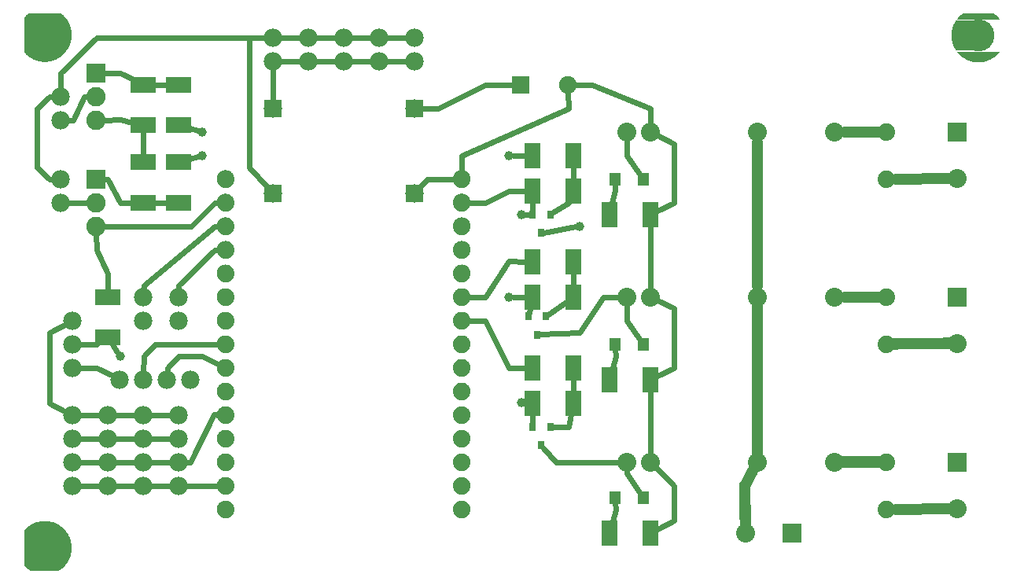
<source format=gtl>
G04 MADE WITH FRITZING*
G04 WWW.FRITZING.ORG*
G04 DOUBLE SIDED*
G04 HOLES PLATED*
G04 CONTOUR ON CENTER OF CONTOUR VECTOR*
%ASAXBY*%
%FSLAX23Y23*%
%MOIN*%
%OFA0B0*%
%SFA1.0B1.0*%
%ADD10C,0.039370*%
%ADD11C,0.074000*%
%ADD12C,0.080000*%
%ADD13C,0.078000*%
%ADD14C,0.135984*%
%ADD15C,0.082000*%
%ADD16C,0.074106*%
%ADD17C,0.075000*%
%ADD18R,0.080000X0.080000*%
%ADD19R,0.031496X0.035433*%
%ADD20R,0.077630X0.077806*%
%ADD21R,0.047244X0.055118*%
%ADD22R,0.082000X0.082000*%
%ADD23R,0.075000X0.075000*%
%ADD24R,0.106299X0.070866*%
%ADD25R,0.070866X0.106299*%
%ADD26C,0.024000*%
%ADD27C,0.048000*%
%ADD28R,0.001000X0.001000*%
%LNCOPPER1*%
G90*
G70*
G54D10*
X2054Y1161D03*
X2105Y1510D03*
X2105Y712D03*
X2054Y1761D03*
X2354Y1461D03*
X405Y910D03*
X754Y1761D03*
X754Y1861D03*
G54D11*
X3654Y1661D03*
X3654Y1861D03*
X3654Y1661D03*
X3654Y1861D03*
X3654Y961D03*
X3654Y1161D03*
X3654Y961D03*
X3654Y1161D03*
X3654Y261D03*
X3654Y461D03*
X3654Y261D03*
X3654Y461D03*
G54D12*
X3254Y161D03*
X3057Y161D03*
X3954Y1861D03*
X3954Y1664D03*
X3954Y1161D03*
X3954Y964D03*
X3954Y461D03*
X3954Y264D03*
G54D13*
X504Y1161D03*
X504Y1061D03*
X654Y1161D03*
X654Y1061D03*
X204Y1061D03*
X204Y961D03*
X204Y861D03*
X704Y811D03*
X604Y811D03*
X504Y811D03*
X404Y811D03*
X654Y361D03*
X654Y461D03*
X654Y561D03*
X654Y661D03*
X504Y361D03*
X504Y461D03*
X504Y561D03*
X504Y661D03*
X354Y361D03*
X354Y461D03*
X354Y561D03*
X354Y661D03*
X204Y361D03*
X204Y461D03*
X204Y561D03*
X204Y661D03*
X154Y2011D03*
X154Y1911D03*
X154Y1661D03*
X154Y1561D03*
G54D14*
X4044Y2269D03*
X86Y2271D03*
X86Y96D03*
G54D13*
X1354Y2261D03*
X1354Y2161D03*
X1204Y2261D03*
X1204Y2161D03*
X1654Y2261D03*
X1654Y2161D03*
X1504Y2261D03*
X1504Y2161D03*
X1054Y2261D03*
X1054Y2161D03*
X1054Y1961D03*
X1054Y1601D03*
X1654Y1601D03*
X1654Y1961D03*
G54D15*
X304Y1661D03*
X304Y1561D03*
X304Y1461D03*
X304Y2111D03*
X304Y2011D03*
X304Y1911D03*
G54D12*
X3432Y1861D03*
X3107Y1861D03*
X2654Y1861D03*
X2554Y1861D03*
X3432Y1861D03*
X3107Y1861D03*
X2654Y1861D03*
X2554Y1861D03*
X3432Y1161D03*
X3107Y1161D03*
X2654Y1161D03*
X2554Y1161D03*
X3432Y1161D03*
X3107Y1161D03*
X2654Y1161D03*
X2554Y1161D03*
X3432Y461D03*
X3107Y461D03*
X2654Y461D03*
X2554Y461D03*
X3432Y461D03*
X3107Y461D03*
X2654Y461D03*
X2554Y461D03*
G54D16*
X852Y1661D03*
X852Y1561D03*
X852Y1461D03*
X852Y1361D03*
X852Y1261D03*
X852Y1160D03*
X852Y1060D03*
X852Y960D03*
X852Y860D03*
X852Y760D03*
X852Y660D03*
X852Y560D03*
X852Y459D03*
X852Y359D03*
X852Y259D03*
X1854Y1661D03*
X1854Y1561D03*
X1854Y1461D03*
X1854Y1361D03*
X1854Y1261D03*
X1854Y1160D03*
X1854Y1060D03*
X1854Y960D03*
X1854Y860D03*
X1854Y760D03*
X1854Y660D03*
X1854Y560D03*
X1854Y459D03*
X1854Y359D03*
X1854Y259D03*
G54D17*
X2104Y2061D03*
X2304Y2061D03*
G54D18*
X3254Y161D03*
X3954Y1861D03*
X3954Y1161D03*
X3954Y461D03*
G54D19*
X2229Y611D03*
X2154Y611D03*
X2191Y532D03*
X2211Y1080D03*
X2136Y1080D03*
X2174Y1001D03*
X2229Y1511D03*
X2154Y1511D03*
X2191Y1432D03*
G54D20*
X1654Y1601D03*
X1654Y1961D03*
X1053Y1961D03*
X1054Y1601D03*
G54D21*
X2504Y1661D03*
X2622Y1661D03*
G54D22*
X304Y1661D03*
G54D21*
X2504Y961D03*
X2622Y961D03*
G54D22*
X304Y2111D03*
G54D21*
X2504Y311D03*
X2622Y311D03*
G54D23*
X2104Y2061D03*
G54D24*
X654Y1561D03*
X654Y1734D03*
X504Y1561D03*
X504Y1734D03*
X504Y2061D03*
X504Y1888D03*
X354Y1161D03*
X354Y988D03*
X654Y2061D03*
X654Y1888D03*
G54D25*
X2154Y1761D03*
X2327Y1761D03*
X2154Y1311D03*
X2327Y1311D03*
X2654Y1511D03*
X2481Y1511D03*
X2654Y811D03*
X2481Y811D03*
X2654Y161D03*
X2481Y161D03*
X2154Y1611D03*
X2327Y1611D03*
X2154Y711D03*
X2327Y711D03*
X2154Y861D03*
X2327Y861D03*
X2154Y1161D03*
X2327Y1161D03*
G54D26*
X534Y461D02*
X624Y461D01*
D02*
X474Y461D02*
X384Y461D01*
D02*
X324Y461D02*
X234Y461D01*
D02*
X324Y361D02*
X234Y361D01*
D02*
X474Y361D02*
X384Y361D01*
D02*
X624Y361D02*
X534Y361D01*
D02*
X684Y361D02*
X824Y360D01*
D02*
X305Y961D02*
X234Y961D01*
D02*
X306Y962D02*
X305Y961D01*
D02*
X534Y661D02*
X624Y661D01*
D02*
X384Y661D02*
X474Y661D01*
D02*
X324Y661D02*
X234Y661D01*
D02*
X324Y561D02*
X234Y561D01*
D02*
X474Y561D02*
X384Y561D01*
D02*
X534Y561D02*
X624Y561D01*
D02*
X803Y662D02*
X702Y461D01*
D02*
X702Y461D02*
X684Y461D01*
D02*
X824Y661D02*
X803Y662D01*
D02*
X305Y861D02*
X377Y825D01*
D02*
X1474Y2261D02*
X1384Y2261D01*
D02*
X1324Y2261D02*
X1234Y2261D01*
D02*
X1174Y2261D02*
X1084Y2261D01*
D02*
X234Y861D02*
X305Y861D01*
D02*
X105Y710D02*
X177Y674D01*
D02*
X105Y1010D02*
X105Y710D01*
D02*
X177Y1047D02*
X105Y1010D01*
D02*
X1754Y1961D02*
X1954Y2061D01*
D02*
X1954Y2061D02*
X2075Y2061D01*
D02*
X1684Y1961D02*
X1754Y1961D01*
D02*
X952Y1711D02*
X954Y2261D01*
D02*
X1033Y1623D02*
X952Y1711D01*
D02*
X954Y2261D02*
X1024Y2261D01*
D02*
X1054Y1991D02*
X1054Y2131D01*
D02*
X1624Y2161D02*
X1534Y2161D01*
D02*
X1474Y2161D02*
X1384Y2161D01*
D02*
X1324Y2161D02*
X1234Y2161D01*
D02*
X1174Y2161D02*
X1084Y2161D01*
D02*
X1624Y2261D02*
X1534Y2261D01*
D02*
X2054Y1610D02*
X1954Y1561D01*
D02*
X1954Y1561D02*
X1883Y1561D01*
D02*
X2154Y1563D02*
X2154Y1523D01*
D02*
X2405Y2061D02*
X2332Y2061D01*
D02*
X2654Y1961D02*
X2405Y2061D01*
D02*
X2654Y1894D02*
X2654Y1961D01*
D02*
X2124Y1611D02*
X2054Y1610D01*
D02*
X2154Y663D02*
X2154Y623D01*
D02*
X2124Y712D02*
X2124Y712D01*
D02*
X2073Y1161D02*
X2124Y1161D01*
D02*
X2144Y1511D02*
X2124Y1510D01*
D02*
X2054Y861D02*
X1954Y1061D01*
D02*
X1954Y1061D02*
X1883Y1061D01*
D02*
X2124Y861D02*
X2054Y861D01*
D02*
X2139Y1092D02*
X2144Y1113D01*
D02*
X2554Y412D02*
X2554Y428D01*
D02*
X2754Y861D02*
X2754Y1112D01*
D02*
X2684Y826D02*
X2754Y861D01*
D02*
X2754Y1112D02*
X2683Y1147D01*
D02*
X2654Y1463D02*
X2654Y1194D01*
D02*
X2754Y1561D02*
X2754Y1810D01*
D02*
X2754Y1810D02*
X2683Y1846D01*
D02*
X2684Y1526D02*
X2754Y1561D01*
D02*
X2607Y333D02*
X2554Y412D01*
D02*
X2254Y461D02*
X2201Y521D01*
D02*
X2521Y461D02*
X2254Y461D01*
D02*
X2327Y759D02*
X2327Y813D01*
D02*
X2305Y610D02*
X2239Y611D01*
D02*
X2317Y663D02*
X2305Y610D01*
D02*
X2505Y910D02*
X2504Y939D01*
D02*
X2073Y1761D02*
X2124Y1761D01*
D02*
X2054Y1312D02*
X2124Y1311D01*
D02*
X1954Y1161D02*
X2054Y1312D01*
D02*
X1883Y1161D02*
X1954Y1161D01*
D02*
X2327Y1209D02*
X2327Y1263D01*
D02*
X2297Y1140D02*
X2221Y1087D01*
D02*
X2554Y1061D02*
X2554Y1128D01*
D02*
X2454Y1161D02*
X2521Y1161D01*
D02*
X2184Y1002D02*
X2354Y1010D01*
D02*
X2354Y1010D02*
X2454Y1161D01*
D02*
X2607Y983D02*
X2554Y1061D01*
D02*
X2492Y859D02*
X2505Y910D01*
D02*
X2503Y1612D02*
X2504Y1639D01*
D02*
X2305Y1561D02*
X2239Y1518D01*
D02*
X2327Y1659D02*
X2327Y1713D01*
D02*
X2306Y1563D02*
X2305Y1561D01*
D02*
X2335Y1458D02*
X2201Y1434D01*
D02*
X2491Y1559D02*
X2503Y1612D01*
D02*
X2554Y1761D02*
X2554Y1828D01*
D02*
X2607Y1683D02*
X2554Y1761D01*
D02*
X2505Y261D02*
X2492Y209D01*
D02*
X505Y910D02*
X554Y961D01*
D02*
X605Y861D02*
X654Y910D01*
D02*
X754Y910D02*
X827Y873D01*
D02*
X654Y910D02*
X754Y910D01*
D02*
X554Y961D02*
X824Y960D01*
D02*
X504Y841D02*
X505Y910D01*
D02*
X605Y841D02*
X605Y861D01*
D02*
X2754Y212D02*
X2684Y176D01*
D02*
X2754Y361D02*
X2754Y212D01*
D02*
X2677Y438D02*
X2754Y361D01*
D02*
X2654Y763D02*
X2654Y494D01*
D02*
X2504Y289D02*
X2505Y261D01*
D02*
X405Y1561D02*
X354Y1661D01*
D02*
X354Y1661D02*
X336Y1661D01*
D02*
X354Y1261D02*
X354Y1191D01*
D02*
X456Y1561D02*
X405Y1561D01*
D02*
X551Y1561D02*
X606Y1561D01*
D02*
X272Y1561D02*
X184Y1561D01*
D02*
X305Y1361D02*
X354Y1261D01*
D02*
X304Y1429D02*
X305Y1361D01*
D02*
X254Y2010D02*
X205Y1910D01*
D02*
X205Y1910D02*
X184Y1911D01*
D02*
X272Y2011D02*
X254Y2010D01*
D02*
X54Y1961D02*
X105Y2010D01*
D02*
X54Y1710D02*
X54Y1961D01*
D02*
X105Y1661D02*
X54Y1710D01*
D02*
X105Y2010D02*
X124Y2010D01*
D02*
X124Y1661D02*
X105Y1661D01*
D02*
X154Y2110D02*
X154Y2041D01*
D02*
X305Y2261D02*
X154Y2110D01*
D02*
X954Y2261D02*
X305Y2261D01*
D02*
X701Y1875D02*
X736Y1866D01*
D02*
X394Y926D02*
X373Y958D01*
D02*
X654Y1210D02*
X805Y1361D01*
D02*
X805Y1361D02*
X824Y1361D01*
D02*
X654Y1191D02*
X654Y1210D01*
D02*
X505Y1210D02*
X504Y1191D01*
D02*
X805Y1461D02*
X505Y1210D01*
D02*
X824Y1461D02*
X805Y1461D01*
D02*
X2305Y1961D02*
X1854Y1761D01*
D02*
X1854Y1761D02*
X1854Y1690D01*
D02*
X2304Y2032D02*
X2305Y1961D01*
D02*
X1673Y1624D02*
X1705Y1661D01*
D02*
X1705Y1661D02*
X1825Y1661D01*
D02*
X405Y2110D02*
X336Y2111D01*
D02*
X805Y1561D02*
X824Y1561D01*
D02*
X705Y1461D02*
X805Y1561D01*
D02*
X336Y1461D02*
X705Y1461D01*
D02*
X736Y1756D02*
X701Y1747D01*
D02*
X405Y1912D02*
X336Y1911D01*
D02*
X504Y1858D02*
X504Y1764D01*
D02*
X456Y1899D02*
X405Y1912D01*
D02*
X551Y2061D02*
X606Y2061D01*
D02*
X456Y2085D02*
X405Y2110D01*
G54D27*
D02*
X3912Y264D02*
X3692Y261D01*
D02*
X3616Y1161D02*
X3476Y1161D01*
D02*
X3912Y1664D02*
X3692Y1661D01*
D02*
X3616Y1861D02*
X3476Y1861D01*
D02*
X3086Y422D02*
X3054Y361D01*
D02*
X3107Y1205D02*
X3107Y1817D01*
G54D28*
X17Y2362D02*
X154Y2362D01*
X3977Y2362D02*
X4108Y2362D01*
X16Y2361D02*
X156Y2361D01*
X3976Y2361D02*
X4109Y2361D01*
X15Y2360D02*
X157Y2360D01*
X3975Y2360D02*
X4110Y2360D01*
X13Y2359D02*
X158Y2359D01*
X3973Y2359D02*
X4112Y2359D01*
X12Y2358D02*
X160Y2358D01*
X3972Y2358D02*
X4113Y2358D01*
X11Y2357D02*
X161Y2357D01*
X3971Y2357D02*
X4114Y2357D01*
X10Y2356D02*
X162Y2356D01*
X3969Y2356D02*
X4116Y2356D01*
X9Y2355D02*
X163Y2355D01*
X3968Y2355D02*
X4117Y2355D01*
X8Y2354D02*
X164Y2354D01*
X3967Y2354D02*
X4118Y2354D01*
X7Y2353D02*
X165Y2353D01*
X3966Y2353D02*
X4119Y2353D01*
X6Y2352D02*
X166Y2352D01*
X3965Y2352D02*
X4120Y2352D01*
X5Y2351D02*
X167Y2351D01*
X3964Y2351D02*
X4121Y2351D01*
X4Y2350D02*
X168Y2350D01*
X3963Y2350D02*
X4122Y2350D01*
X3Y2349D02*
X169Y2349D01*
X3962Y2349D02*
X4123Y2349D01*
X2Y2348D02*
X170Y2348D01*
X3961Y2348D02*
X4124Y2348D01*
X1Y2347D02*
X171Y2347D01*
X3960Y2347D02*
X4125Y2347D01*
X0Y2346D02*
X172Y2346D01*
X3959Y2346D02*
X4126Y2346D01*
X0Y2345D02*
X172Y2345D01*
X3958Y2345D02*
X4127Y2345D01*
X0Y2344D02*
X173Y2344D01*
X3957Y2344D02*
X4128Y2344D01*
X0Y2343D02*
X174Y2343D01*
X3956Y2343D02*
X4129Y2343D01*
X0Y2342D02*
X175Y2342D01*
X3955Y2342D02*
X4130Y2342D01*
X0Y2341D02*
X176Y2341D01*
X3955Y2341D02*
X4130Y2341D01*
X0Y2340D02*
X176Y2340D01*
X3954Y2340D02*
X4131Y2340D01*
X0Y2339D02*
X177Y2339D01*
X3953Y2339D02*
X4132Y2339D01*
X0Y2338D02*
X178Y2338D01*
X3952Y2338D02*
X4133Y2338D01*
X0Y2337D02*
X179Y2337D01*
X3952Y2337D02*
X4133Y2337D01*
X0Y2336D02*
X179Y2336D01*
X0Y2335D02*
X180Y2335D01*
X0Y2334D02*
X78Y2334D01*
X94Y2334D02*
X181Y2334D01*
X0Y2333D02*
X72Y2333D01*
X100Y2333D02*
X181Y2333D01*
X0Y2332D02*
X68Y2332D01*
X104Y2332D02*
X182Y2332D01*
X0Y2331D02*
X65Y2331D01*
X107Y2331D02*
X182Y2331D01*
X3947Y2331D02*
X4031Y2331D01*
X0Y2330D02*
X62Y2330D01*
X109Y2330D02*
X183Y2330D01*
X3947Y2330D02*
X4027Y2330D01*
X0Y2329D02*
X60Y2329D01*
X112Y2329D02*
X184Y2329D01*
X3946Y2329D02*
X4023Y2329D01*
X0Y2328D02*
X58Y2328D01*
X114Y2328D02*
X184Y2328D01*
X3946Y2328D02*
X4020Y2328D01*
X0Y2327D02*
X56Y2327D01*
X116Y2327D02*
X185Y2327D01*
X3945Y2327D02*
X4018Y2327D01*
X0Y2326D02*
X54Y2326D01*
X118Y2326D02*
X185Y2326D01*
X3944Y2326D02*
X4016Y2326D01*
X0Y2325D02*
X52Y2325D01*
X119Y2325D02*
X186Y2325D01*
X3944Y2325D02*
X4013Y2325D01*
X0Y2324D02*
X51Y2324D01*
X121Y2324D02*
X187Y2324D01*
X3943Y2324D02*
X4011Y2324D01*
X0Y2323D02*
X49Y2323D01*
X123Y2323D02*
X187Y2323D01*
X3943Y2323D02*
X4010Y2323D01*
X0Y2322D02*
X48Y2322D01*
X124Y2322D02*
X188Y2322D01*
X3942Y2322D02*
X4008Y2322D01*
X0Y2321D02*
X47Y2321D01*
X125Y2321D02*
X188Y2321D01*
X3942Y2321D02*
X4006Y2321D01*
X0Y2320D02*
X45Y2320D01*
X126Y2320D02*
X189Y2320D01*
X3941Y2320D02*
X4005Y2320D01*
X0Y2319D02*
X44Y2319D01*
X128Y2319D02*
X189Y2319D01*
X3940Y2319D02*
X4004Y2319D01*
X0Y2318D02*
X43Y2318D01*
X129Y2318D02*
X190Y2318D01*
X3940Y2318D02*
X4003Y2318D01*
X0Y2317D02*
X42Y2317D01*
X130Y2317D02*
X190Y2317D01*
X3940Y2317D02*
X4001Y2317D01*
X0Y2316D02*
X41Y2316D01*
X131Y2316D02*
X190Y2316D01*
X3939Y2316D02*
X4000Y2316D01*
X0Y2315D02*
X40Y2315D01*
X132Y2315D02*
X191Y2315D01*
X3939Y2315D02*
X3999Y2315D01*
X0Y2314D02*
X39Y2314D01*
X133Y2314D02*
X191Y2314D01*
X3938Y2314D02*
X3998Y2314D01*
X0Y2313D02*
X38Y2313D01*
X134Y2313D02*
X192Y2313D01*
X3938Y2313D02*
X3997Y2313D01*
X0Y2312D02*
X37Y2312D01*
X134Y2312D02*
X192Y2312D01*
X3937Y2312D02*
X3996Y2312D01*
X0Y2311D02*
X36Y2311D01*
X135Y2311D02*
X192Y2311D01*
X3937Y2311D02*
X3995Y2311D01*
X0Y2310D02*
X36Y2310D01*
X136Y2310D02*
X193Y2310D01*
X3937Y2310D02*
X3994Y2310D01*
X0Y2309D02*
X35Y2309D01*
X137Y2309D02*
X193Y2309D01*
X3936Y2309D02*
X3993Y2309D01*
X0Y2308D02*
X34Y2308D01*
X138Y2308D02*
X193Y2308D01*
X3936Y2308D02*
X3993Y2308D01*
X0Y2307D02*
X33Y2307D01*
X138Y2307D02*
X194Y2307D01*
X3935Y2307D02*
X3992Y2307D01*
X0Y2306D02*
X33Y2306D01*
X139Y2306D02*
X194Y2306D01*
X3935Y2306D02*
X3991Y2306D01*
X0Y2305D02*
X32Y2305D01*
X140Y2305D02*
X194Y2305D01*
X3935Y2305D02*
X3990Y2305D01*
X0Y2304D02*
X31Y2304D01*
X140Y2304D02*
X195Y2304D01*
X3934Y2304D02*
X3990Y2304D01*
X0Y2303D02*
X31Y2303D01*
X141Y2303D02*
X195Y2303D01*
X3934Y2303D02*
X3989Y2303D01*
X0Y2302D02*
X30Y2302D01*
X141Y2302D02*
X195Y2302D01*
X3934Y2302D02*
X3988Y2302D01*
X0Y2301D02*
X30Y2301D01*
X142Y2301D02*
X195Y2301D01*
X3934Y2301D02*
X3988Y2301D01*
X0Y2300D02*
X29Y2300D01*
X142Y2300D02*
X196Y2300D01*
X3933Y2300D02*
X3987Y2300D01*
X0Y2299D02*
X29Y2299D01*
X143Y2299D02*
X196Y2299D01*
X3933Y2299D02*
X3987Y2299D01*
X0Y2298D02*
X28Y2298D01*
X143Y2298D02*
X196Y2298D01*
X3933Y2298D02*
X3986Y2298D01*
X0Y2297D02*
X28Y2297D01*
X144Y2297D02*
X196Y2297D01*
X3932Y2297D02*
X3986Y2297D01*
X0Y2296D02*
X27Y2296D01*
X144Y2296D02*
X197Y2296D01*
X3932Y2296D02*
X3985Y2296D01*
X0Y2295D02*
X27Y2295D01*
X145Y2295D02*
X197Y2295D01*
X3932Y2295D02*
X3985Y2295D01*
X0Y2294D02*
X27Y2294D01*
X145Y2294D02*
X197Y2294D01*
X3932Y2294D02*
X3984Y2294D01*
X0Y2293D02*
X26Y2293D01*
X145Y2293D02*
X197Y2293D01*
X3932Y2293D02*
X3984Y2293D01*
X0Y2292D02*
X26Y2292D01*
X146Y2292D02*
X197Y2292D01*
X3931Y2292D02*
X3983Y2292D01*
X0Y2291D02*
X25Y2291D01*
X146Y2291D02*
X198Y2291D01*
X3931Y2291D02*
X3983Y2291D01*
X0Y2290D02*
X25Y2290D01*
X147Y2290D02*
X198Y2290D01*
X3931Y2290D02*
X3983Y2290D01*
X0Y2289D02*
X25Y2289D01*
X147Y2289D02*
X198Y2289D01*
X3931Y2289D02*
X3982Y2289D01*
X0Y2288D02*
X25Y2288D01*
X147Y2288D02*
X198Y2288D01*
X3931Y2288D02*
X3982Y2288D01*
X0Y2287D02*
X24Y2287D01*
X147Y2287D02*
X198Y2287D01*
X3930Y2287D02*
X3982Y2287D01*
X0Y2286D02*
X24Y2286D01*
X148Y2286D02*
X198Y2286D01*
X3930Y2286D02*
X3981Y2286D01*
X0Y2285D02*
X24Y2285D01*
X148Y2285D02*
X199Y2285D01*
X3930Y2285D02*
X3981Y2285D01*
X0Y2284D02*
X24Y2284D01*
X148Y2284D02*
X199Y2284D01*
X3930Y2284D02*
X3981Y2284D01*
X0Y2283D02*
X23Y2283D01*
X148Y2283D02*
X199Y2283D01*
X3930Y2283D02*
X3981Y2283D01*
X0Y2282D02*
X23Y2282D01*
X148Y2282D02*
X199Y2282D01*
X3930Y2282D02*
X3980Y2282D01*
X0Y2281D02*
X23Y2281D01*
X149Y2281D02*
X199Y2281D01*
X3930Y2281D02*
X3980Y2281D01*
X0Y2280D02*
X23Y2280D01*
X149Y2280D02*
X199Y2280D01*
X3929Y2280D02*
X3980Y2280D01*
X0Y2279D02*
X23Y2279D01*
X149Y2279D02*
X199Y2279D01*
X3929Y2279D02*
X3980Y2279D01*
X0Y2278D02*
X23Y2278D01*
X149Y2278D02*
X199Y2278D01*
X3929Y2278D02*
X3980Y2278D01*
X0Y2277D02*
X23Y2277D01*
X149Y2277D02*
X199Y2277D01*
X3929Y2277D02*
X3980Y2277D01*
X0Y2276D02*
X23Y2276D01*
X149Y2276D02*
X199Y2276D01*
X3929Y2276D02*
X3979Y2276D01*
X0Y2275D02*
X23Y2275D01*
X149Y2275D02*
X199Y2275D01*
X3929Y2275D02*
X3979Y2275D01*
X0Y2274D02*
X22Y2274D01*
X149Y2274D02*
X199Y2274D01*
X3929Y2274D02*
X3979Y2274D01*
X0Y2273D02*
X22Y2273D01*
X149Y2273D02*
X199Y2273D01*
X3929Y2273D02*
X3979Y2273D01*
X0Y2272D02*
X22Y2272D01*
X149Y2272D02*
X199Y2272D01*
X3929Y2272D02*
X3979Y2272D01*
X0Y2271D02*
X22Y2271D01*
X149Y2271D02*
X199Y2271D01*
X3929Y2271D02*
X3979Y2271D01*
X0Y2270D02*
X22Y2270D01*
X149Y2270D02*
X199Y2270D01*
X3929Y2270D02*
X3979Y2270D01*
X0Y2269D02*
X22Y2269D01*
X149Y2269D02*
X199Y2269D01*
X3929Y2269D02*
X3979Y2269D01*
X0Y2268D02*
X23Y2268D01*
X149Y2268D02*
X199Y2268D01*
X3929Y2268D02*
X3979Y2268D01*
X0Y2267D02*
X23Y2267D01*
X149Y2267D02*
X199Y2267D01*
X3929Y2267D02*
X3979Y2267D01*
X0Y2266D02*
X23Y2266D01*
X149Y2266D02*
X199Y2266D01*
X3929Y2266D02*
X3979Y2266D01*
X0Y2265D02*
X23Y2265D01*
X149Y2265D02*
X199Y2265D01*
X3929Y2265D02*
X3979Y2265D01*
X0Y2264D02*
X23Y2264D01*
X149Y2264D02*
X199Y2264D01*
X3929Y2264D02*
X3979Y2264D01*
X0Y2263D02*
X23Y2263D01*
X149Y2263D02*
X199Y2263D01*
X3929Y2263D02*
X3979Y2263D01*
X0Y2262D02*
X23Y2262D01*
X149Y2262D02*
X199Y2262D01*
X3929Y2262D02*
X3979Y2262D01*
X0Y2261D02*
X23Y2261D01*
X149Y2261D02*
X199Y2261D01*
X3929Y2261D02*
X3979Y2261D01*
X0Y2260D02*
X23Y2260D01*
X148Y2260D02*
X199Y2260D01*
X3929Y2260D02*
X3980Y2260D01*
X0Y2259D02*
X23Y2259D01*
X148Y2259D02*
X199Y2259D01*
X3929Y2259D02*
X3980Y2259D01*
X0Y2258D02*
X24Y2258D01*
X148Y2258D02*
X199Y2258D01*
X3929Y2258D02*
X3980Y2258D01*
X0Y2257D02*
X24Y2257D01*
X148Y2257D02*
X198Y2257D01*
X3930Y2257D02*
X3980Y2257D01*
X0Y2256D02*
X24Y2256D01*
X147Y2256D02*
X198Y2256D01*
X3930Y2256D02*
X3980Y2256D01*
X0Y2255D02*
X24Y2255D01*
X147Y2255D02*
X198Y2255D01*
X3930Y2255D02*
X3980Y2255D01*
X0Y2254D02*
X25Y2254D01*
X147Y2254D02*
X198Y2254D01*
X3930Y2254D02*
X3981Y2254D01*
X0Y2253D02*
X25Y2253D01*
X147Y2253D02*
X198Y2253D01*
X3930Y2253D02*
X3981Y2253D01*
X0Y2252D02*
X25Y2252D01*
X146Y2252D02*
X198Y2252D01*
X3930Y2252D02*
X3981Y2252D01*
X0Y2251D02*
X26Y2251D01*
X146Y2251D02*
X198Y2251D01*
X3930Y2251D02*
X3982Y2251D01*
X0Y2250D02*
X26Y2250D01*
X146Y2250D02*
X197Y2250D01*
X3931Y2250D02*
X3982Y2250D01*
X0Y2249D02*
X26Y2249D01*
X145Y2249D02*
X197Y2249D01*
X3931Y2249D02*
X3982Y2249D01*
X0Y2248D02*
X27Y2248D01*
X145Y2248D02*
X197Y2248D01*
X3931Y2248D02*
X3983Y2248D01*
X0Y2247D02*
X27Y2247D01*
X144Y2247D02*
X197Y2247D01*
X3931Y2247D02*
X3983Y2247D01*
X0Y2246D02*
X28Y2246D01*
X144Y2246D02*
X196Y2246D01*
X3931Y2246D02*
X3983Y2246D01*
X0Y2245D02*
X28Y2245D01*
X144Y2245D02*
X196Y2245D01*
X3932Y2245D02*
X3984Y2245D01*
X0Y2244D02*
X29Y2244D01*
X143Y2244D02*
X196Y2244D01*
X3932Y2244D02*
X3984Y2244D01*
X0Y2243D02*
X29Y2243D01*
X143Y2243D02*
X196Y2243D01*
X3932Y2243D02*
X3985Y2243D01*
X0Y2242D02*
X30Y2242D01*
X142Y2242D02*
X196Y2242D01*
X3932Y2242D02*
X3985Y2242D01*
X0Y2241D02*
X30Y2241D01*
X142Y2241D02*
X195Y2241D01*
X3932Y2241D02*
X3986Y2241D01*
X0Y2240D02*
X31Y2240D01*
X141Y2240D02*
X195Y2240D01*
X3933Y2240D02*
X3986Y2240D01*
X0Y2239D02*
X31Y2239D01*
X140Y2239D02*
X195Y2239D01*
X3933Y2239D02*
X3987Y2239D01*
X0Y2238D02*
X32Y2238D01*
X140Y2238D02*
X194Y2238D01*
X3933Y2238D02*
X3987Y2238D01*
X0Y2237D02*
X32Y2237D01*
X139Y2237D02*
X194Y2237D01*
X3934Y2237D02*
X3988Y2237D01*
X0Y2236D02*
X33Y2236D01*
X139Y2236D02*
X194Y2236D01*
X3934Y2236D02*
X3988Y2236D01*
X0Y2235D02*
X34Y2235D01*
X138Y2235D02*
X193Y2235D01*
X3934Y2235D02*
X3989Y2235D01*
X0Y2234D02*
X35Y2234D01*
X137Y2234D02*
X193Y2234D01*
X3934Y2234D02*
X3989Y2234D01*
X0Y2233D02*
X35Y2233D01*
X136Y2233D02*
X193Y2233D01*
X3935Y2233D02*
X3990Y2233D01*
X0Y2232D02*
X36Y2232D01*
X136Y2232D02*
X192Y2232D01*
X3935Y2232D02*
X3991Y2232D01*
X0Y2231D02*
X37Y2231D01*
X135Y2231D02*
X192Y2231D01*
X3935Y2231D02*
X3992Y2231D01*
X0Y2230D02*
X38Y2230D01*
X134Y2230D02*
X192Y2230D01*
X3936Y2230D02*
X3992Y2230D01*
X0Y2229D02*
X39Y2229D01*
X133Y2229D02*
X191Y2229D01*
X3936Y2229D02*
X3993Y2229D01*
X0Y2228D02*
X40Y2228D01*
X132Y2228D02*
X191Y2228D01*
X3936Y2228D02*
X3994Y2228D01*
X0Y2227D02*
X41Y2227D01*
X131Y2227D02*
X191Y2227D01*
X3937Y2227D02*
X3995Y2227D01*
X0Y2226D02*
X42Y2226D01*
X130Y2226D02*
X190Y2226D01*
X3937Y2226D02*
X3996Y2226D01*
X0Y2225D02*
X43Y2225D01*
X129Y2225D02*
X190Y2225D01*
X3938Y2225D02*
X3997Y2225D01*
X0Y2224D02*
X44Y2224D01*
X128Y2224D02*
X189Y2224D01*
X3938Y2224D02*
X3998Y2224D01*
X0Y2223D02*
X45Y2223D01*
X127Y2223D02*
X189Y2223D01*
X3939Y2223D02*
X3999Y2223D01*
X0Y2222D02*
X46Y2222D01*
X125Y2222D02*
X188Y2222D01*
X3939Y2222D02*
X4000Y2222D01*
X0Y2221D02*
X48Y2221D01*
X124Y2221D02*
X188Y2221D01*
X3939Y2221D02*
X4001Y2221D01*
X0Y2220D02*
X49Y2220D01*
X123Y2220D02*
X187Y2220D01*
X3940Y2220D02*
X4002Y2220D01*
X0Y2219D02*
X50Y2219D01*
X122Y2219D02*
X187Y2219D01*
X3940Y2219D02*
X4004Y2219D01*
X0Y2218D02*
X52Y2218D01*
X120Y2218D02*
X186Y2218D01*
X3941Y2218D02*
X4005Y2218D01*
X0Y2217D02*
X53Y2217D01*
X118Y2217D02*
X186Y2217D01*
X3941Y2217D02*
X4006Y2217D01*
X0Y2216D02*
X55Y2216D01*
X116Y2216D02*
X185Y2216D01*
X3942Y2216D02*
X4008Y2216D01*
X0Y2215D02*
X57Y2215D01*
X114Y2215D02*
X184Y2215D01*
X3942Y2215D02*
X4009Y2215D01*
X0Y2214D02*
X59Y2214D01*
X112Y2214D02*
X184Y2214D01*
X3943Y2214D02*
X4011Y2214D01*
X0Y2213D02*
X62Y2213D01*
X110Y2213D02*
X183Y2213D01*
X3944Y2213D02*
X4013Y2213D01*
X0Y2212D02*
X64Y2212D01*
X107Y2212D02*
X183Y2212D01*
X3944Y2212D02*
X4015Y2212D01*
X0Y2211D02*
X67Y2211D01*
X105Y2211D02*
X182Y2211D01*
X3945Y2211D02*
X4017Y2211D01*
X0Y2210D02*
X71Y2210D01*
X101Y2210D02*
X181Y2210D01*
X3945Y2210D02*
X4020Y2210D01*
X0Y2209D02*
X76Y2209D01*
X95Y2209D02*
X181Y2209D01*
X3946Y2209D02*
X4022Y2209D01*
X0Y2208D02*
X180Y2208D01*
X3947Y2208D02*
X4026Y2208D01*
X0Y2207D02*
X179Y2207D01*
X3947Y2207D02*
X4030Y2207D01*
X0Y2206D02*
X179Y2206D01*
X3948Y2206D02*
X4039Y2206D01*
X0Y2205D02*
X178Y2205D01*
X0Y2204D02*
X177Y2204D01*
X0Y2203D02*
X176Y2203D01*
X0Y2202D02*
X176Y2202D01*
X0Y2201D02*
X175Y2201D01*
X0Y2200D02*
X174Y2200D01*
X3952Y2200D02*
X4133Y2200D01*
X0Y2199D02*
X174Y2199D01*
X3953Y2199D02*
X4132Y2199D01*
X0Y2198D02*
X173Y2198D01*
X3954Y2198D02*
X4131Y2198D01*
X0Y2197D02*
X172Y2197D01*
X3954Y2197D02*
X4131Y2197D01*
X1Y2196D02*
X171Y2196D01*
X3955Y2196D02*
X4130Y2196D01*
X2Y2195D02*
X170Y2195D01*
X3956Y2195D02*
X4129Y2195D01*
X2Y2194D02*
X169Y2194D01*
X3957Y2194D02*
X4128Y2194D01*
X3Y2193D02*
X168Y2193D01*
X3958Y2193D02*
X4127Y2193D01*
X4Y2192D02*
X167Y2192D01*
X3959Y2192D02*
X4126Y2192D01*
X5Y2191D02*
X166Y2191D01*
X3960Y2191D02*
X4125Y2191D01*
X6Y2190D02*
X165Y2190D01*
X3961Y2190D02*
X4124Y2190D01*
X7Y2189D02*
X164Y2189D01*
X3962Y2189D02*
X4124Y2189D01*
X8Y2188D02*
X163Y2188D01*
X3962Y2188D02*
X4123Y2188D01*
X9Y2187D02*
X162Y2187D01*
X3964Y2187D02*
X4122Y2187D01*
X11Y2186D02*
X161Y2186D01*
X3965Y2186D02*
X4120Y2186D01*
X12Y2185D02*
X160Y2185D01*
X3966Y2185D02*
X4119Y2185D01*
X13Y2184D02*
X159Y2184D01*
X3967Y2184D02*
X4118Y2184D01*
X14Y2183D02*
X157Y2183D01*
X3968Y2183D02*
X4117Y2183D01*
X16Y2182D02*
X156Y2182D01*
X3969Y2182D02*
X4116Y2182D01*
X17Y2181D02*
X155Y2181D01*
X3970Y2181D02*
X4115Y2181D01*
X18Y2180D02*
X153Y2180D01*
X3972Y2180D02*
X4113Y2180D01*
X20Y2179D02*
X152Y2179D01*
X3973Y2179D02*
X4112Y2179D01*
X21Y2178D02*
X151Y2178D01*
X3974Y2178D02*
X4111Y2178D01*
X22Y2177D02*
X149Y2177D01*
X3976Y2177D02*
X4109Y2177D01*
X24Y2176D02*
X148Y2176D01*
X3977Y2176D02*
X4108Y2176D01*
X26Y2175D02*
X146Y2175D01*
X3978Y2175D02*
X4107Y2175D01*
X27Y2174D02*
X145Y2174D01*
X3980Y2174D02*
X4105Y2174D01*
X29Y2173D02*
X143Y2173D01*
X3981Y2173D02*
X4104Y2173D01*
X30Y2172D02*
X141Y2172D01*
X3983Y2172D02*
X4102Y2172D01*
X32Y2171D02*
X140Y2171D01*
X3985Y2171D02*
X4100Y2171D01*
X34Y2170D02*
X138Y2170D01*
X3986Y2170D02*
X4099Y2170D01*
X36Y2169D02*
X136Y2169D01*
X3988Y2169D02*
X4097Y2169D01*
X38Y2168D02*
X134Y2168D01*
X3990Y2168D02*
X4095Y2168D01*
X40Y2167D02*
X132Y2167D01*
X3992Y2167D02*
X4093Y2167D01*
X42Y2166D02*
X129Y2166D01*
X3994Y2166D02*
X4091Y2166D01*
X45Y2165D02*
X127Y2165D01*
X3996Y2165D02*
X4089Y2165D01*
X48Y2164D02*
X124Y2164D01*
X3998Y2164D02*
X4087Y2164D01*
X51Y2163D02*
X121Y2163D01*
X4000Y2163D02*
X4085Y2163D01*
X54Y2162D02*
X118Y2162D01*
X4003Y2162D02*
X4082Y2162D01*
X58Y2161D02*
X114Y2161D01*
X4006Y2161D02*
X4079Y2161D01*
X62Y2160D02*
X110Y2160D01*
X4009Y2160D02*
X4076Y2160D01*
X67Y2159D02*
X105Y2159D01*
X4012Y2159D02*
X4073Y2159D01*
X74Y2158D02*
X98Y2158D01*
X4016Y2158D02*
X4069Y2158D01*
X4021Y2157D02*
X4064Y2157D01*
X4027Y2156D02*
X4058Y2156D01*
X4036Y2155D02*
X4049Y2155D01*
X846Y1698D02*
X857Y1698D01*
X1847Y1698D02*
X1859Y1698D01*
X842Y1697D02*
X862Y1697D01*
X1843Y1697D02*
X1863Y1697D01*
X839Y1696D02*
X864Y1696D01*
X1840Y1696D02*
X1866Y1696D01*
X837Y1695D02*
X867Y1695D01*
X1838Y1695D02*
X1868Y1695D01*
X835Y1694D02*
X869Y1694D01*
X1836Y1694D02*
X1870Y1694D01*
X833Y1693D02*
X871Y1693D01*
X1834Y1693D02*
X1872Y1693D01*
X831Y1692D02*
X872Y1692D01*
X1833Y1692D02*
X1873Y1692D01*
X830Y1691D02*
X874Y1691D01*
X1831Y1691D02*
X1875Y1691D01*
X829Y1690D02*
X875Y1690D01*
X1830Y1690D02*
X1876Y1690D01*
X827Y1689D02*
X876Y1689D01*
X1829Y1689D02*
X1877Y1689D01*
X826Y1688D02*
X877Y1688D01*
X1828Y1688D02*
X1878Y1688D01*
X825Y1687D02*
X878Y1687D01*
X1827Y1687D02*
X1879Y1687D01*
X824Y1686D02*
X879Y1686D01*
X1826Y1686D02*
X1880Y1686D01*
X824Y1685D02*
X880Y1685D01*
X1825Y1685D02*
X1881Y1685D01*
X823Y1684D02*
X881Y1684D01*
X1824Y1684D02*
X1882Y1684D01*
X822Y1683D02*
X881Y1683D01*
X1823Y1683D02*
X1883Y1683D01*
X821Y1682D02*
X882Y1682D01*
X1823Y1682D02*
X1883Y1682D01*
X821Y1681D02*
X883Y1681D01*
X1822Y1681D02*
X1884Y1681D01*
X820Y1680D02*
X883Y1680D01*
X1822Y1680D02*
X1884Y1680D01*
X820Y1679D02*
X850Y1679D01*
X853Y1679D02*
X884Y1679D01*
X1821Y1679D02*
X1851Y1679D01*
X1855Y1679D02*
X1885Y1679D01*
X819Y1678D02*
X845Y1678D01*
X859Y1678D02*
X884Y1678D01*
X1821Y1678D02*
X1846Y1678D01*
X1860Y1678D02*
X1885Y1678D01*
X819Y1677D02*
X843Y1677D01*
X861Y1677D02*
X885Y1677D01*
X1820Y1677D02*
X1844Y1677D01*
X1862Y1677D02*
X1886Y1677D01*
X818Y1676D02*
X841Y1676D01*
X862Y1676D02*
X885Y1676D01*
X1820Y1676D02*
X1842Y1676D01*
X1864Y1676D02*
X1886Y1676D01*
X818Y1675D02*
X840Y1675D01*
X863Y1675D02*
X886Y1675D01*
X1819Y1675D02*
X1841Y1675D01*
X1865Y1675D02*
X1887Y1675D01*
X818Y1674D02*
X839Y1674D01*
X865Y1674D02*
X886Y1674D01*
X1819Y1674D02*
X1840Y1674D01*
X1866Y1674D02*
X1887Y1674D01*
X817Y1673D02*
X838Y1673D01*
X865Y1673D02*
X886Y1673D01*
X1818Y1673D02*
X1839Y1673D01*
X1867Y1673D02*
X1888Y1673D01*
X817Y1672D02*
X837Y1672D01*
X866Y1672D02*
X887Y1672D01*
X1818Y1672D02*
X1838Y1672D01*
X1868Y1672D02*
X1888Y1672D01*
X817Y1671D02*
X836Y1671D01*
X867Y1671D02*
X887Y1671D01*
X1818Y1671D02*
X1838Y1671D01*
X1868Y1671D02*
X1888Y1671D01*
X816Y1670D02*
X836Y1670D01*
X868Y1670D02*
X887Y1670D01*
X1818Y1670D02*
X1837Y1670D01*
X1869Y1670D02*
X1888Y1670D01*
X816Y1669D02*
X835Y1669D01*
X868Y1669D02*
X887Y1669D01*
X1817Y1669D02*
X1836Y1669D01*
X1869Y1669D02*
X1889Y1669D01*
X816Y1668D02*
X835Y1668D01*
X869Y1668D02*
X888Y1668D01*
X1817Y1668D02*
X1836Y1668D01*
X1870Y1668D02*
X1889Y1668D01*
X816Y1667D02*
X834Y1667D01*
X869Y1667D02*
X888Y1667D01*
X1817Y1667D02*
X1836Y1667D01*
X1870Y1667D02*
X1889Y1667D01*
X816Y1666D02*
X834Y1666D01*
X869Y1666D02*
X888Y1666D01*
X1817Y1666D02*
X1835Y1666D01*
X1871Y1666D02*
X1889Y1666D01*
X815Y1665D02*
X834Y1665D01*
X869Y1665D02*
X888Y1665D01*
X1817Y1665D02*
X1835Y1665D01*
X1871Y1665D02*
X1889Y1665D01*
X815Y1664D02*
X834Y1664D01*
X870Y1664D02*
X888Y1664D01*
X1817Y1664D02*
X1835Y1664D01*
X1871Y1664D02*
X1889Y1664D01*
X815Y1663D02*
X834Y1663D01*
X870Y1663D02*
X888Y1663D01*
X1817Y1663D02*
X1835Y1663D01*
X1871Y1663D02*
X1889Y1663D01*
X815Y1662D02*
X834Y1662D01*
X870Y1662D02*
X888Y1662D01*
X1816Y1662D02*
X1835Y1662D01*
X1871Y1662D02*
X1890Y1662D01*
X815Y1661D02*
X834Y1661D01*
X870Y1661D02*
X888Y1661D01*
X1816Y1661D02*
X1835Y1661D01*
X1871Y1661D02*
X1889Y1661D01*
X815Y1660D02*
X834Y1660D01*
X870Y1660D02*
X888Y1660D01*
X1817Y1660D02*
X1835Y1660D01*
X1871Y1660D02*
X1889Y1660D01*
X815Y1659D02*
X834Y1659D01*
X870Y1659D02*
X888Y1659D01*
X1817Y1659D02*
X1835Y1659D01*
X1871Y1659D02*
X1889Y1659D01*
X815Y1658D02*
X834Y1658D01*
X869Y1658D02*
X888Y1658D01*
X1817Y1658D02*
X1835Y1658D01*
X1871Y1658D02*
X1889Y1658D01*
X816Y1657D02*
X834Y1657D01*
X869Y1657D02*
X888Y1657D01*
X1817Y1657D02*
X1835Y1657D01*
X1870Y1657D02*
X1889Y1657D01*
X816Y1656D02*
X835Y1656D01*
X869Y1656D02*
X888Y1656D01*
X1817Y1656D02*
X1836Y1656D01*
X1870Y1656D02*
X1889Y1656D01*
X816Y1655D02*
X835Y1655D01*
X869Y1655D02*
X888Y1655D01*
X1817Y1655D02*
X1836Y1655D01*
X1870Y1655D02*
X1889Y1655D01*
X816Y1654D02*
X835Y1654D01*
X868Y1654D02*
X887Y1654D01*
X1817Y1654D02*
X1837Y1654D01*
X1869Y1654D02*
X1889Y1654D01*
X816Y1653D02*
X836Y1653D01*
X868Y1653D02*
X887Y1653D01*
X1818Y1653D02*
X1837Y1653D01*
X1869Y1653D02*
X1888Y1653D01*
X817Y1652D02*
X836Y1652D01*
X867Y1652D02*
X887Y1652D01*
X1818Y1652D02*
X1838Y1652D01*
X1868Y1652D02*
X1888Y1652D01*
X817Y1651D02*
X837Y1651D01*
X866Y1651D02*
X887Y1651D01*
X1818Y1651D02*
X1839Y1651D01*
X1867Y1651D02*
X1888Y1651D01*
X817Y1650D02*
X838Y1650D01*
X865Y1650D02*
X886Y1650D01*
X1818Y1650D02*
X1839Y1650D01*
X1867Y1650D02*
X1887Y1650D01*
X818Y1649D02*
X839Y1649D01*
X864Y1649D02*
X886Y1649D01*
X1819Y1649D02*
X1840Y1649D01*
X1866Y1649D02*
X1887Y1649D01*
X818Y1648D02*
X840Y1648D01*
X863Y1648D02*
X885Y1648D01*
X1819Y1648D02*
X1841Y1648D01*
X1865Y1648D02*
X1887Y1648D01*
X818Y1647D02*
X841Y1647D01*
X862Y1647D02*
X885Y1647D01*
X1820Y1647D02*
X1843Y1647D01*
X1863Y1647D02*
X1886Y1647D01*
X819Y1646D02*
X843Y1646D01*
X860Y1646D02*
X885Y1646D01*
X1820Y1646D02*
X1844Y1646D01*
X1862Y1646D02*
X1886Y1646D01*
X819Y1645D02*
X845Y1645D01*
X858Y1645D02*
X884Y1645D01*
X1821Y1645D02*
X1846Y1645D01*
X1860Y1645D02*
X1885Y1645D01*
X820Y1644D02*
X884Y1644D01*
X1821Y1644D02*
X1885Y1644D01*
X820Y1643D02*
X883Y1643D01*
X1822Y1643D02*
X1884Y1643D01*
X821Y1642D02*
X882Y1642D01*
X1822Y1642D02*
X1884Y1642D01*
X822Y1641D02*
X882Y1641D01*
X1823Y1641D02*
X1883Y1641D01*
X822Y1640D02*
X881Y1640D01*
X1823Y1640D02*
X1882Y1640D01*
X823Y1639D02*
X880Y1639D01*
X1824Y1639D02*
X1882Y1639D01*
X824Y1638D02*
X880Y1638D01*
X1825Y1638D02*
X1881Y1638D01*
X825Y1637D02*
X879Y1637D01*
X1826Y1637D02*
X1880Y1637D01*
X825Y1636D02*
X878Y1636D01*
X1827Y1636D02*
X1879Y1636D01*
X826Y1635D02*
X877Y1635D01*
X1828Y1635D02*
X1878Y1635D01*
X828Y1634D02*
X876Y1634D01*
X1829Y1634D02*
X1877Y1634D01*
X829Y1633D02*
X875Y1633D01*
X1830Y1633D02*
X1876Y1633D01*
X830Y1632D02*
X873Y1632D01*
X1831Y1632D02*
X1875Y1632D01*
X832Y1631D02*
X872Y1631D01*
X1833Y1631D02*
X1873Y1631D01*
X833Y1630D02*
X870Y1630D01*
X1834Y1630D02*
X1872Y1630D01*
X835Y1629D02*
X869Y1629D01*
X1836Y1629D02*
X1870Y1629D01*
X837Y1628D02*
X866Y1628D01*
X1838Y1628D02*
X1868Y1628D01*
X840Y1627D02*
X864Y1627D01*
X1841Y1627D02*
X1865Y1627D01*
X843Y1626D02*
X861Y1626D01*
X1844Y1626D02*
X1862Y1626D01*
X847Y1625D02*
X856Y1625D01*
X1848Y1625D02*
X1858Y1625D01*
X847Y1598D02*
X857Y1598D01*
X1848Y1598D02*
X1858Y1598D01*
X843Y1597D02*
X861Y1597D01*
X1844Y1597D02*
X1862Y1597D01*
X839Y1596D02*
X864Y1596D01*
X1841Y1596D02*
X1865Y1596D01*
X837Y1595D02*
X866Y1595D01*
X1838Y1595D02*
X1868Y1595D01*
X835Y1594D02*
X869Y1594D01*
X1836Y1594D02*
X1870Y1594D01*
X833Y1593D02*
X870Y1593D01*
X1834Y1593D02*
X1872Y1593D01*
X831Y1592D02*
X872Y1592D01*
X1833Y1592D02*
X1873Y1592D01*
X830Y1591D02*
X873Y1591D01*
X1831Y1591D02*
X1875Y1591D01*
X829Y1590D02*
X875Y1590D01*
X1830Y1590D02*
X1876Y1590D01*
X828Y1589D02*
X876Y1589D01*
X1829Y1589D02*
X1877Y1589D01*
X826Y1588D02*
X877Y1588D01*
X1828Y1588D02*
X1878Y1588D01*
X825Y1587D02*
X878Y1587D01*
X1827Y1587D02*
X1879Y1587D01*
X825Y1586D02*
X879Y1586D01*
X1826Y1586D02*
X1880Y1586D01*
X824Y1585D02*
X880Y1585D01*
X1825Y1585D02*
X1881Y1585D01*
X823Y1584D02*
X881Y1584D01*
X1824Y1584D02*
X1882Y1584D01*
X822Y1583D02*
X881Y1583D01*
X1823Y1583D02*
X1882Y1583D01*
X822Y1582D02*
X882Y1582D01*
X1823Y1582D02*
X1883Y1582D01*
X821Y1581D02*
X883Y1581D01*
X1822Y1581D02*
X1884Y1581D01*
X820Y1580D02*
X883Y1580D01*
X1822Y1580D02*
X1884Y1580D01*
X820Y1579D02*
X884Y1579D01*
X1821Y1579D02*
X1885Y1579D01*
X819Y1578D02*
X845Y1578D01*
X858Y1578D02*
X884Y1578D01*
X1821Y1578D02*
X1846Y1578D01*
X1860Y1578D02*
X1885Y1578D01*
X819Y1577D02*
X843Y1577D01*
X860Y1577D02*
X885Y1577D01*
X1820Y1577D02*
X1844Y1577D01*
X1862Y1577D02*
X1886Y1577D01*
X818Y1576D02*
X841Y1576D01*
X862Y1576D02*
X885Y1576D01*
X1820Y1576D02*
X1843Y1576D01*
X1863Y1576D02*
X1886Y1576D01*
X818Y1575D02*
X840Y1575D01*
X863Y1575D02*
X885Y1575D01*
X1819Y1575D02*
X1841Y1575D01*
X1865Y1575D02*
X1887Y1575D01*
X818Y1574D02*
X839Y1574D01*
X864Y1574D02*
X886Y1574D01*
X1819Y1574D02*
X1840Y1574D01*
X1866Y1574D02*
X1887Y1574D01*
X817Y1573D02*
X838Y1573D01*
X865Y1573D02*
X886Y1573D01*
X1818Y1573D02*
X1839Y1573D01*
X1867Y1573D02*
X1887Y1573D01*
X817Y1572D02*
X837Y1572D01*
X866Y1572D02*
X887Y1572D01*
X1818Y1572D02*
X1839Y1572D01*
X1867Y1572D02*
X1888Y1572D01*
X817Y1571D02*
X836Y1571D01*
X867Y1571D02*
X887Y1571D01*
X1818Y1571D02*
X1838Y1571D01*
X1868Y1571D02*
X1888Y1571D01*
X816Y1570D02*
X836Y1570D01*
X868Y1570D02*
X887Y1570D01*
X1818Y1570D02*
X1837Y1570D01*
X1869Y1570D02*
X1888Y1570D01*
X816Y1569D02*
X835Y1569D01*
X868Y1569D02*
X887Y1569D01*
X1817Y1569D02*
X1837Y1569D01*
X1869Y1569D02*
X1889Y1569D01*
X816Y1568D02*
X835Y1568D01*
X869Y1568D02*
X888Y1568D01*
X1817Y1568D02*
X1836Y1568D01*
X1870Y1568D02*
X1889Y1568D01*
X816Y1567D02*
X835Y1567D01*
X869Y1567D02*
X888Y1567D01*
X1817Y1567D02*
X1836Y1567D01*
X1870Y1567D02*
X1889Y1567D01*
X816Y1566D02*
X834Y1566D01*
X869Y1566D02*
X888Y1566D01*
X1817Y1566D02*
X1835Y1566D01*
X1870Y1566D02*
X1889Y1566D01*
X815Y1565D02*
X834Y1565D01*
X869Y1565D02*
X888Y1565D01*
X1817Y1565D02*
X1835Y1565D01*
X1871Y1565D02*
X1889Y1565D01*
X815Y1564D02*
X834Y1564D01*
X870Y1564D02*
X888Y1564D01*
X1817Y1564D02*
X1835Y1564D01*
X1871Y1564D02*
X1889Y1564D01*
X815Y1563D02*
X834Y1563D01*
X870Y1563D02*
X888Y1563D01*
X1817Y1563D02*
X1835Y1563D01*
X1871Y1563D02*
X1889Y1563D01*
X815Y1562D02*
X834Y1562D01*
X870Y1562D02*
X888Y1562D01*
X1816Y1562D02*
X1835Y1562D01*
X1871Y1562D02*
X1889Y1562D01*
X815Y1561D02*
X834Y1561D01*
X870Y1561D02*
X888Y1561D01*
X1816Y1561D02*
X1835Y1561D01*
X1871Y1561D02*
X1890Y1561D01*
X815Y1560D02*
X834Y1560D01*
X870Y1560D02*
X888Y1560D01*
X1817Y1560D02*
X1835Y1560D01*
X1871Y1560D02*
X1889Y1560D01*
X815Y1559D02*
X834Y1559D01*
X870Y1559D02*
X888Y1559D01*
X1817Y1559D02*
X1835Y1559D01*
X1871Y1559D02*
X1889Y1559D01*
X815Y1558D02*
X834Y1558D01*
X869Y1558D02*
X888Y1558D01*
X1817Y1558D02*
X1835Y1558D01*
X1871Y1558D02*
X1889Y1558D01*
X816Y1557D02*
X834Y1557D01*
X869Y1557D02*
X888Y1557D01*
X1817Y1557D02*
X1835Y1557D01*
X1871Y1557D02*
X1889Y1557D01*
X816Y1556D02*
X835Y1556D01*
X869Y1556D02*
X888Y1556D01*
X1817Y1556D02*
X1836Y1556D01*
X1870Y1556D02*
X1889Y1556D01*
X816Y1555D02*
X835Y1555D01*
X869Y1555D02*
X888Y1555D01*
X1817Y1555D02*
X1836Y1555D01*
X1870Y1555D02*
X1889Y1555D01*
X816Y1554D02*
X835Y1554D01*
X868Y1554D02*
X887Y1554D01*
X1817Y1554D02*
X1836Y1554D01*
X1869Y1554D02*
X1889Y1554D01*
X816Y1553D02*
X836Y1553D01*
X868Y1553D02*
X887Y1553D01*
X1818Y1553D02*
X1837Y1553D01*
X1869Y1553D02*
X1888Y1553D01*
X817Y1552D02*
X836Y1552D01*
X867Y1552D02*
X887Y1552D01*
X1818Y1552D02*
X1838Y1552D01*
X1868Y1552D02*
X1888Y1552D01*
X817Y1551D02*
X837Y1551D01*
X866Y1551D02*
X887Y1551D01*
X1818Y1551D02*
X1838Y1551D01*
X1868Y1551D02*
X1888Y1551D01*
X817Y1550D02*
X838Y1550D01*
X865Y1550D02*
X886Y1550D01*
X1818Y1550D02*
X1839Y1550D01*
X1867Y1550D02*
X1888Y1550D01*
X818Y1549D02*
X839Y1549D01*
X865Y1549D02*
X886Y1549D01*
X1819Y1549D02*
X1840Y1549D01*
X1866Y1549D02*
X1887Y1549D01*
X818Y1548D02*
X840Y1548D01*
X863Y1548D02*
X886Y1548D01*
X1819Y1548D02*
X1841Y1548D01*
X1865Y1548D02*
X1887Y1548D01*
X818Y1547D02*
X841Y1547D01*
X862Y1547D02*
X885Y1547D01*
X1820Y1547D02*
X1842Y1547D01*
X1864Y1547D02*
X1886Y1547D01*
X819Y1546D02*
X843Y1546D01*
X861Y1546D02*
X885Y1546D01*
X1820Y1546D02*
X1844Y1546D01*
X1862Y1546D02*
X1886Y1546D01*
X819Y1545D02*
X845Y1545D01*
X859Y1545D02*
X884Y1545D01*
X1821Y1545D02*
X1846Y1545D01*
X1860Y1545D02*
X1885Y1545D01*
X820Y1544D02*
X850Y1544D01*
X853Y1544D02*
X884Y1544D01*
X1821Y1544D02*
X1851Y1544D01*
X1855Y1544D02*
X1885Y1544D01*
X820Y1543D02*
X883Y1543D01*
X1822Y1543D02*
X1884Y1543D01*
X821Y1542D02*
X883Y1542D01*
X1822Y1542D02*
X1884Y1542D01*
X821Y1541D02*
X882Y1541D01*
X1823Y1541D02*
X1883Y1541D01*
X822Y1540D02*
X881Y1540D01*
X1823Y1540D02*
X1883Y1540D01*
X823Y1539D02*
X881Y1539D01*
X1824Y1539D02*
X1882Y1539D01*
X824Y1538D02*
X880Y1538D01*
X1825Y1538D02*
X1881Y1538D01*
X824Y1537D02*
X879Y1537D01*
X1826Y1537D02*
X1880Y1537D01*
X825Y1536D02*
X878Y1536D01*
X1827Y1536D02*
X1879Y1536D01*
X826Y1535D02*
X877Y1535D01*
X1828Y1535D02*
X1878Y1535D01*
X827Y1534D02*
X876Y1534D01*
X1829Y1534D02*
X1877Y1534D01*
X829Y1533D02*
X875Y1533D01*
X1830Y1533D02*
X1876Y1533D01*
X830Y1532D02*
X874Y1532D01*
X1831Y1532D02*
X1875Y1532D01*
X831Y1531D02*
X872Y1531D01*
X1833Y1531D02*
X1873Y1531D01*
X833Y1530D02*
X871Y1530D01*
X1834Y1530D02*
X1872Y1530D01*
X835Y1529D02*
X869Y1529D01*
X1836Y1529D02*
X1870Y1529D01*
X837Y1528D02*
X867Y1528D01*
X1838Y1528D02*
X1868Y1528D01*
X839Y1527D02*
X864Y1527D01*
X1840Y1527D02*
X1866Y1527D01*
X842Y1526D02*
X861Y1526D01*
X1843Y1526D02*
X1863Y1526D01*
X846Y1525D02*
X857Y1525D01*
X1847Y1525D02*
X1859Y1525D01*
X848Y1498D02*
X856Y1498D01*
X1849Y1498D02*
X1857Y1498D01*
X843Y1497D02*
X860Y1497D01*
X1844Y1497D02*
X1862Y1497D01*
X840Y1496D02*
X864Y1496D01*
X1841Y1496D02*
X1865Y1496D01*
X837Y1495D02*
X866Y1495D01*
X1839Y1495D02*
X1867Y1495D01*
X835Y1494D02*
X868Y1494D01*
X1836Y1494D02*
X1869Y1494D01*
X833Y1493D02*
X870Y1493D01*
X1835Y1493D02*
X1871Y1493D01*
X832Y1492D02*
X872Y1492D01*
X1833Y1492D02*
X1873Y1492D01*
X830Y1491D02*
X873Y1491D01*
X1832Y1491D02*
X1874Y1491D01*
X829Y1490D02*
X875Y1490D01*
X1830Y1490D02*
X1876Y1490D01*
X828Y1489D02*
X876Y1489D01*
X1829Y1489D02*
X1877Y1489D01*
X827Y1488D02*
X877Y1488D01*
X1828Y1488D02*
X1878Y1488D01*
X826Y1487D02*
X878Y1487D01*
X1827Y1487D02*
X1879Y1487D01*
X825Y1486D02*
X879Y1486D01*
X1826Y1486D02*
X1880Y1486D01*
X824Y1485D02*
X880Y1485D01*
X1825Y1485D02*
X1881Y1485D01*
X823Y1484D02*
X880Y1484D01*
X1824Y1484D02*
X1882Y1484D01*
X822Y1483D02*
X881Y1483D01*
X1824Y1483D02*
X1882Y1483D01*
X822Y1482D02*
X882Y1482D01*
X1823Y1482D02*
X1883Y1482D01*
X821Y1481D02*
X882Y1481D01*
X1822Y1481D02*
X1884Y1481D01*
X820Y1480D02*
X883Y1480D01*
X1822Y1480D02*
X1884Y1480D01*
X820Y1479D02*
X884Y1479D01*
X1821Y1479D02*
X1885Y1479D01*
X819Y1478D02*
X846Y1478D01*
X858Y1478D02*
X884Y1478D01*
X1821Y1478D02*
X1847Y1478D01*
X1859Y1478D02*
X1885Y1478D01*
X819Y1477D02*
X843Y1477D01*
X860Y1477D02*
X885Y1477D01*
X1820Y1477D02*
X1845Y1477D01*
X1861Y1477D02*
X1886Y1477D01*
X818Y1476D02*
X842Y1476D01*
X862Y1476D02*
X885Y1476D01*
X1820Y1476D02*
X1843Y1476D01*
X1863Y1476D02*
X1886Y1476D01*
X818Y1475D02*
X840Y1475D01*
X863Y1475D02*
X885Y1475D01*
X1819Y1475D02*
X1842Y1475D01*
X1864Y1475D02*
X1887Y1475D01*
X818Y1474D02*
X839Y1474D01*
X864Y1474D02*
X886Y1474D01*
X1819Y1474D02*
X1840Y1474D01*
X1866Y1474D02*
X1887Y1474D01*
X817Y1473D02*
X838Y1473D01*
X865Y1473D02*
X886Y1473D01*
X1819Y1473D02*
X1839Y1473D01*
X1866Y1473D02*
X1887Y1473D01*
X817Y1472D02*
X837Y1472D01*
X866Y1472D02*
X887Y1472D01*
X1818Y1472D02*
X1839Y1472D01*
X1867Y1472D02*
X1888Y1472D01*
X817Y1471D02*
X837Y1471D01*
X867Y1471D02*
X887Y1471D01*
X1818Y1471D02*
X1838Y1471D01*
X1868Y1471D02*
X1888Y1471D01*
X816Y1470D02*
X836Y1470D01*
X868Y1470D02*
X887Y1470D01*
X1818Y1470D02*
X1837Y1470D01*
X1869Y1470D02*
X1888Y1470D01*
X816Y1469D02*
X835Y1469D01*
X868Y1469D02*
X887Y1469D01*
X1817Y1469D02*
X1837Y1469D01*
X1869Y1469D02*
X1889Y1469D01*
X816Y1468D02*
X835Y1468D01*
X869Y1468D02*
X888Y1468D01*
X1817Y1468D02*
X1836Y1468D01*
X1870Y1468D02*
X1889Y1468D01*
X816Y1467D02*
X835Y1467D01*
X869Y1467D02*
X888Y1467D01*
X1817Y1467D02*
X1836Y1467D01*
X1870Y1467D02*
X1889Y1467D01*
X816Y1466D02*
X834Y1466D01*
X869Y1466D02*
X888Y1466D01*
X1817Y1466D02*
X1836Y1466D01*
X1870Y1466D02*
X1889Y1466D01*
X815Y1465D02*
X834Y1465D01*
X869Y1465D02*
X888Y1465D01*
X1817Y1465D02*
X1835Y1465D01*
X1871Y1465D02*
X1889Y1465D01*
X815Y1464D02*
X834Y1464D01*
X870Y1464D02*
X888Y1464D01*
X1817Y1464D02*
X1835Y1464D01*
X1871Y1464D02*
X1889Y1464D01*
X815Y1463D02*
X834Y1463D01*
X870Y1463D02*
X888Y1463D01*
X1817Y1463D02*
X1835Y1463D01*
X1871Y1463D02*
X1889Y1463D01*
X815Y1462D02*
X834Y1462D01*
X870Y1462D02*
X888Y1462D01*
X1816Y1462D02*
X1835Y1462D01*
X1871Y1462D02*
X1889Y1462D01*
X815Y1461D02*
X834Y1461D01*
X870Y1461D02*
X888Y1461D01*
X1816Y1461D02*
X1835Y1461D01*
X1871Y1461D02*
X1890Y1461D01*
X815Y1460D02*
X834Y1460D01*
X870Y1460D02*
X888Y1460D01*
X1817Y1460D02*
X1835Y1460D01*
X1871Y1460D02*
X1889Y1460D01*
X815Y1459D02*
X834Y1459D01*
X870Y1459D02*
X888Y1459D01*
X1817Y1459D02*
X1835Y1459D01*
X1871Y1459D02*
X1889Y1459D01*
X815Y1458D02*
X834Y1458D01*
X870Y1458D02*
X888Y1458D01*
X1817Y1458D02*
X1835Y1458D01*
X1871Y1458D02*
X1889Y1458D01*
X816Y1457D02*
X834Y1457D01*
X869Y1457D02*
X888Y1457D01*
X1817Y1457D02*
X1835Y1457D01*
X1871Y1457D02*
X1889Y1457D01*
X816Y1456D02*
X834Y1456D01*
X869Y1456D02*
X888Y1456D01*
X1817Y1456D02*
X1836Y1456D01*
X1870Y1456D02*
X1889Y1456D01*
X816Y1455D02*
X835Y1455D01*
X869Y1455D02*
X888Y1455D01*
X1817Y1455D02*
X1836Y1455D01*
X1870Y1455D02*
X1889Y1455D01*
X816Y1454D02*
X835Y1454D01*
X868Y1454D02*
X887Y1454D01*
X1817Y1454D02*
X1836Y1454D01*
X1870Y1454D02*
X1889Y1454D01*
X816Y1453D02*
X836Y1453D01*
X868Y1453D02*
X887Y1453D01*
X1818Y1453D02*
X1837Y1453D01*
X1869Y1453D02*
X1888Y1453D01*
X817Y1452D02*
X836Y1452D01*
X867Y1452D02*
X887Y1452D01*
X1818Y1452D02*
X1838Y1452D01*
X1868Y1452D02*
X1888Y1452D01*
X817Y1451D02*
X837Y1451D01*
X866Y1451D02*
X887Y1451D01*
X1818Y1451D02*
X1838Y1451D01*
X1868Y1451D02*
X1888Y1451D01*
X817Y1450D02*
X838Y1450D01*
X866Y1450D02*
X886Y1450D01*
X1818Y1450D02*
X1839Y1450D01*
X1867Y1450D02*
X1888Y1450D01*
X818Y1449D02*
X839Y1449D01*
X865Y1449D02*
X886Y1449D01*
X1819Y1449D02*
X1840Y1449D01*
X1866Y1449D02*
X1887Y1449D01*
X818Y1448D02*
X840Y1448D01*
X864Y1448D02*
X886Y1448D01*
X1819Y1448D02*
X1841Y1448D01*
X1865Y1448D02*
X1887Y1448D01*
X818Y1447D02*
X841Y1447D01*
X862Y1447D02*
X885Y1447D01*
X1820Y1447D02*
X1842Y1447D01*
X1864Y1447D02*
X1886Y1447D01*
X819Y1446D02*
X843Y1446D01*
X861Y1446D02*
X885Y1446D01*
X1820Y1446D02*
X1844Y1446D01*
X1862Y1446D02*
X1886Y1446D01*
X819Y1445D02*
X844Y1445D01*
X859Y1445D02*
X884Y1445D01*
X1820Y1445D02*
X1846Y1445D01*
X1860Y1445D02*
X1886Y1445D01*
X820Y1444D02*
X848Y1444D01*
X855Y1444D02*
X884Y1444D01*
X1821Y1444D02*
X1850Y1444D01*
X1856Y1444D02*
X1885Y1444D01*
X820Y1443D02*
X883Y1443D01*
X1821Y1443D02*
X1884Y1443D01*
X821Y1442D02*
X883Y1442D01*
X1822Y1442D02*
X1884Y1442D01*
X821Y1441D02*
X882Y1441D01*
X1823Y1441D02*
X1883Y1441D01*
X822Y1440D02*
X881Y1440D01*
X1823Y1440D02*
X1883Y1440D01*
X823Y1439D02*
X881Y1439D01*
X1824Y1439D02*
X1882Y1439D01*
X824Y1438D02*
X880Y1438D01*
X1825Y1438D02*
X1881Y1438D01*
X824Y1437D02*
X879Y1437D01*
X1826Y1437D02*
X1880Y1437D01*
X825Y1436D02*
X878Y1436D01*
X1826Y1436D02*
X1879Y1436D01*
X826Y1435D02*
X877Y1435D01*
X1827Y1435D02*
X1879Y1435D01*
X827Y1434D02*
X876Y1434D01*
X1829Y1434D02*
X1877Y1434D01*
X828Y1433D02*
X875Y1433D01*
X1830Y1433D02*
X1876Y1433D01*
X830Y1432D02*
X874Y1432D01*
X1831Y1432D02*
X1875Y1432D01*
X831Y1431D02*
X872Y1431D01*
X1832Y1431D02*
X1874Y1431D01*
X833Y1430D02*
X871Y1430D01*
X1834Y1430D02*
X1872Y1430D01*
X834Y1429D02*
X869Y1429D01*
X1836Y1429D02*
X1870Y1429D01*
X836Y1428D02*
X867Y1428D01*
X1838Y1428D02*
X1868Y1428D01*
X839Y1427D02*
X865Y1427D01*
X1840Y1427D02*
X1866Y1427D01*
X842Y1426D02*
X862Y1426D01*
X1843Y1426D02*
X1863Y1426D01*
X845Y1425D02*
X858Y1425D01*
X1847Y1425D02*
X1859Y1425D01*
X849Y1398D02*
X855Y1398D01*
X1850Y1398D02*
X1856Y1398D01*
X843Y1397D02*
X860Y1397D01*
X1845Y1397D02*
X1861Y1397D01*
X840Y1396D02*
X863Y1396D01*
X1841Y1396D02*
X1864Y1396D01*
X838Y1395D02*
X866Y1395D01*
X1839Y1395D02*
X1867Y1395D01*
X836Y1394D02*
X868Y1394D01*
X1837Y1394D02*
X1869Y1394D01*
X834Y1393D02*
X870Y1393D01*
X1835Y1393D02*
X1871Y1393D01*
X832Y1392D02*
X872Y1392D01*
X1833Y1392D02*
X1873Y1392D01*
X830Y1391D02*
X873Y1391D01*
X1832Y1391D02*
X1874Y1391D01*
X829Y1390D02*
X874Y1390D01*
X1830Y1390D02*
X1876Y1390D01*
X828Y1389D02*
X876Y1389D01*
X1829Y1389D02*
X1877Y1389D01*
X827Y1388D02*
X877Y1388D01*
X1828Y1388D02*
X1878Y1388D01*
X826Y1387D02*
X878Y1387D01*
X1827Y1387D02*
X1879Y1387D01*
X825Y1386D02*
X879Y1386D01*
X1826Y1386D02*
X1880Y1386D01*
X824Y1385D02*
X880Y1385D01*
X1825Y1385D02*
X1881Y1385D01*
X823Y1384D02*
X880Y1384D01*
X1824Y1384D02*
X1882Y1384D01*
X822Y1383D02*
X881Y1383D01*
X1824Y1383D02*
X1882Y1383D01*
X822Y1382D02*
X882Y1382D01*
X1823Y1382D02*
X1883Y1382D01*
X821Y1381D02*
X882Y1381D01*
X1822Y1381D02*
X1884Y1381D01*
X821Y1380D02*
X883Y1380D01*
X1822Y1380D02*
X1884Y1380D01*
X820Y1379D02*
X884Y1379D01*
X1821Y1379D02*
X1885Y1379D01*
X819Y1378D02*
X846Y1378D01*
X857Y1378D02*
X884Y1378D01*
X1821Y1378D02*
X1847Y1378D01*
X1859Y1378D02*
X1885Y1378D01*
X819Y1377D02*
X843Y1377D01*
X860Y1377D02*
X884Y1377D01*
X1820Y1377D02*
X1845Y1377D01*
X1861Y1377D02*
X1886Y1377D01*
X819Y1376D02*
X842Y1376D01*
X862Y1376D02*
X885Y1376D01*
X1820Y1376D02*
X1843Y1376D01*
X1863Y1376D02*
X1886Y1376D01*
X818Y1375D02*
X841Y1375D01*
X863Y1375D02*
X885Y1375D01*
X1819Y1375D02*
X1842Y1375D01*
X1864Y1375D02*
X1887Y1375D01*
X818Y1374D02*
X839Y1374D01*
X864Y1374D02*
X886Y1374D01*
X1819Y1374D02*
X1841Y1374D01*
X1865Y1374D02*
X1887Y1374D01*
X817Y1373D02*
X838Y1373D01*
X865Y1373D02*
X886Y1373D01*
X1819Y1373D02*
X1840Y1373D01*
X1866Y1373D02*
X1887Y1373D01*
X817Y1372D02*
X838Y1372D01*
X866Y1372D02*
X887Y1372D01*
X1818Y1372D02*
X1839Y1372D01*
X1867Y1372D02*
X1888Y1372D01*
X817Y1371D02*
X837Y1371D01*
X867Y1371D02*
X887Y1371D01*
X1818Y1371D02*
X1838Y1371D01*
X1868Y1371D02*
X1888Y1371D01*
X816Y1370D02*
X836Y1370D01*
X867Y1370D02*
X887Y1370D01*
X1818Y1370D02*
X1837Y1370D01*
X1869Y1370D02*
X1888Y1370D01*
X816Y1369D02*
X835Y1369D01*
X868Y1369D02*
X887Y1369D01*
X1817Y1369D02*
X1837Y1369D01*
X1869Y1369D02*
X1889Y1369D01*
X816Y1368D02*
X835Y1368D01*
X869Y1368D02*
X888Y1368D01*
X1817Y1368D02*
X1836Y1368D01*
X1870Y1368D02*
X1889Y1368D01*
X816Y1367D02*
X835Y1367D01*
X869Y1367D02*
X888Y1367D01*
X1817Y1367D02*
X1836Y1367D01*
X1870Y1367D02*
X1889Y1367D01*
X816Y1366D02*
X834Y1366D01*
X869Y1366D02*
X888Y1366D01*
X1817Y1366D02*
X1836Y1366D01*
X1870Y1366D02*
X1889Y1366D01*
X815Y1365D02*
X834Y1365D01*
X869Y1365D02*
X888Y1365D01*
X1817Y1365D02*
X1835Y1365D01*
X1871Y1365D02*
X1889Y1365D01*
X815Y1364D02*
X834Y1364D01*
X870Y1364D02*
X888Y1364D01*
X1817Y1364D02*
X1835Y1364D01*
X1871Y1364D02*
X1889Y1364D01*
X815Y1363D02*
X834Y1363D01*
X870Y1363D02*
X888Y1363D01*
X1817Y1363D02*
X1835Y1363D01*
X1871Y1363D02*
X1889Y1363D01*
X815Y1362D02*
X834Y1362D01*
X870Y1362D02*
X888Y1362D01*
X1816Y1362D02*
X1835Y1362D01*
X1871Y1362D02*
X1889Y1362D01*
X815Y1361D02*
X834Y1361D01*
X870Y1361D02*
X888Y1361D01*
X1816Y1361D02*
X1835Y1361D01*
X1871Y1361D02*
X1890Y1361D01*
X815Y1360D02*
X834Y1360D01*
X870Y1360D02*
X888Y1360D01*
X1816Y1360D02*
X1835Y1360D01*
X1871Y1360D02*
X1889Y1360D01*
X815Y1359D02*
X834Y1359D01*
X870Y1359D02*
X888Y1359D01*
X1817Y1359D02*
X1835Y1359D01*
X1871Y1359D02*
X1889Y1359D01*
X815Y1358D02*
X834Y1358D01*
X870Y1358D02*
X888Y1358D01*
X1817Y1358D02*
X1835Y1358D01*
X1871Y1358D02*
X1889Y1358D01*
X815Y1357D02*
X834Y1357D01*
X869Y1357D02*
X888Y1357D01*
X1817Y1357D02*
X1835Y1357D01*
X1871Y1357D02*
X1889Y1357D01*
X816Y1356D02*
X834Y1356D01*
X869Y1356D02*
X888Y1356D01*
X1817Y1356D02*
X1836Y1356D01*
X1870Y1356D02*
X1889Y1356D01*
X816Y1355D02*
X835Y1355D01*
X869Y1355D02*
X888Y1355D01*
X1817Y1355D02*
X1836Y1355D01*
X1870Y1355D02*
X1889Y1355D01*
X816Y1354D02*
X835Y1354D01*
X868Y1354D02*
X887Y1354D01*
X1817Y1354D02*
X1836Y1354D01*
X1870Y1354D02*
X1889Y1354D01*
X816Y1353D02*
X836Y1353D01*
X868Y1353D02*
X887Y1353D01*
X1817Y1353D02*
X1837Y1353D01*
X1869Y1353D02*
X1888Y1353D01*
X817Y1352D02*
X836Y1352D01*
X867Y1352D02*
X887Y1352D01*
X1818Y1352D02*
X1837Y1352D01*
X1869Y1352D02*
X1888Y1352D01*
X817Y1351D02*
X837Y1351D01*
X867Y1351D02*
X887Y1351D01*
X1818Y1351D02*
X1838Y1351D01*
X1868Y1351D02*
X1888Y1351D01*
X817Y1350D02*
X838Y1350D01*
X866Y1350D02*
X886Y1350D01*
X1818Y1350D02*
X1839Y1350D01*
X1867Y1350D02*
X1888Y1350D01*
X817Y1349D02*
X839Y1349D01*
X865Y1349D02*
X886Y1349D01*
X1819Y1349D02*
X1840Y1349D01*
X1866Y1349D02*
X1887Y1349D01*
X818Y1348D02*
X840Y1348D01*
X864Y1348D02*
X886Y1348D01*
X1819Y1348D02*
X1841Y1348D01*
X1865Y1348D02*
X1887Y1348D01*
X818Y1347D02*
X841Y1347D01*
X863Y1347D02*
X885Y1347D01*
X1819Y1347D02*
X1842Y1347D01*
X1864Y1347D02*
X1887Y1347D01*
X819Y1346D02*
X842Y1346D01*
X861Y1346D02*
X885Y1346D01*
X1820Y1346D02*
X1844Y1346D01*
X1862Y1346D02*
X1886Y1346D01*
X819Y1345D02*
X844Y1345D01*
X859Y1345D02*
X884Y1345D01*
X1820Y1345D02*
X1845Y1345D01*
X1861Y1345D02*
X1886Y1345D01*
X820Y1344D02*
X847Y1344D01*
X856Y1344D02*
X884Y1344D01*
X1821Y1344D02*
X1849Y1344D01*
X1857Y1344D02*
X1885Y1344D01*
X820Y1343D02*
X883Y1343D01*
X1821Y1343D02*
X1885Y1343D01*
X821Y1342D02*
X883Y1342D01*
X1822Y1342D02*
X1884Y1342D01*
X821Y1341D02*
X882Y1341D01*
X1823Y1341D02*
X1883Y1341D01*
X822Y1340D02*
X882Y1340D01*
X1823Y1340D02*
X1883Y1340D01*
X823Y1339D02*
X881Y1339D01*
X1824Y1339D02*
X1882Y1339D01*
X823Y1338D02*
X880Y1338D01*
X1825Y1338D02*
X1881Y1338D01*
X824Y1337D02*
X879Y1337D01*
X1825Y1337D02*
X1880Y1337D01*
X825Y1336D02*
X878Y1336D01*
X1826Y1336D02*
X1880Y1336D01*
X826Y1335D02*
X877Y1335D01*
X1827Y1335D02*
X1879Y1335D01*
X827Y1334D02*
X876Y1334D01*
X1828Y1334D02*
X1878Y1334D01*
X828Y1333D02*
X875Y1333D01*
X1829Y1333D02*
X1876Y1333D01*
X830Y1332D02*
X874Y1332D01*
X1831Y1332D02*
X1875Y1332D01*
X831Y1331D02*
X873Y1331D01*
X1832Y1331D02*
X1874Y1331D01*
X833Y1330D02*
X871Y1330D01*
X1834Y1330D02*
X1872Y1330D01*
X834Y1329D02*
X869Y1329D01*
X1835Y1329D02*
X1871Y1329D01*
X836Y1328D02*
X867Y1328D01*
X1837Y1328D02*
X1869Y1328D01*
X838Y1327D02*
X865Y1327D01*
X1840Y1327D02*
X1866Y1327D01*
X841Y1326D02*
X862Y1326D01*
X1842Y1326D02*
X1864Y1326D01*
X845Y1325D02*
X859Y1325D01*
X1846Y1325D02*
X1860Y1325D01*
X851Y1298D02*
X853Y1298D01*
X1852Y1298D02*
X1854Y1298D01*
X844Y1297D02*
X859Y1297D01*
X1845Y1297D02*
X1861Y1297D01*
X841Y1296D02*
X863Y1296D01*
X1842Y1296D02*
X1864Y1296D01*
X838Y1295D02*
X866Y1295D01*
X1839Y1295D02*
X1867Y1295D01*
X836Y1294D02*
X868Y1294D01*
X1837Y1294D02*
X1869Y1294D01*
X834Y1293D02*
X870Y1293D01*
X1835Y1293D02*
X1871Y1293D01*
X832Y1292D02*
X871Y1292D01*
X1833Y1292D02*
X1873Y1292D01*
X831Y1291D02*
X873Y1291D01*
X1832Y1291D02*
X1874Y1291D01*
X829Y1290D02*
X874Y1290D01*
X1831Y1290D02*
X1875Y1290D01*
X828Y1289D02*
X875Y1289D01*
X1829Y1289D02*
X1877Y1289D01*
X827Y1288D02*
X877Y1288D01*
X1828Y1288D02*
X1878Y1288D01*
X826Y1287D02*
X878Y1287D01*
X1827Y1287D02*
X1879Y1287D01*
X825Y1286D02*
X879Y1286D01*
X1826Y1286D02*
X1880Y1286D01*
X824Y1285D02*
X879Y1285D01*
X1825Y1285D02*
X1881Y1285D01*
X823Y1284D02*
X880Y1284D01*
X1825Y1284D02*
X1881Y1284D01*
X823Y1283D02*
X881Y1283D01*
X1824Y1283D02*
X1882Y1283D01*
X822Y1282D02*
X882Y1282D01*
X1823Y1282D02*
X1883Y1282D01*
X821Y1281D02*
X882Y1281D01*
X1822Y1281D02*
X1883Y1281D01*
X821Y1280D02*
X883Y1280D01*
X1822Y1280D02*
X1884Y1280D01*
X820Y1279D02*
X883Y1279D01*
X1821Y1279D02*
X1885Y1279D01*
X820Y1278D02*
X847Y1278D01*
X857Y1278D02*
X884Y1278D01*
X1821Y1278D02*
X1848Y1278D01*
X1858Y1278D02*
X1885Y1278D01*
X819Y1277D02*
X844Y1277D01*
X860Y1277D02*
X884Y1277D01*
X1820Y1277D02*
X1845Y1277D01*
X1861Y1277D02*
X1886Y1277D01*
X819Y1276D02*
X842Y1276D01*
X862Y1276D02*
X885Y1276D01*
X1820Y1276D02*
X1843Y1276D01*
X1863Y1276D02*
X1886Y1276D01*
X818Y1275D02*
X841Y1275D01*
X863Y1275D02*
X885Y1275D01*
X1819Y1275D02*
X1842Y1275D01*
X1864Y1275D02*
X1887Y1275D01*
X818Y1274D02*
X840Y1274D01*
X864Y1274D02*
X886Y1274D01*
X1819Y1274D02*
X1841Y1274D01*
X1865Y1274D02*
X1887Y1274D01*
X817Y1273D02*
X838Y1273D01*
X865Y1273D02*
X886Y1273D01*
X1819Y1273D02*
X1840Y1273D01*
X1866Y1273D02*
X1887Y1273D01*
X817Y1272D02*
X838Y1272D01*
X866Y1272D02*
X886Y1272D01*
X1818Y1272D02*
X1839Y1272D01*
X1867Y1272D02*
X1888Y1272D01*
X817Y1271D02*
X837Y1271D01*
X867Y1271D02*
X887Y1271D01*
X1818Y1271D02*
X1838Y1271D01*
X1868Y1271D02*
X1888Y1271D01*
X816Y1270D02*
X836Y1270D01*
X867Y1270D02*
X887Y1270D01*
X1818Y1270D02*
X1837Y1270D01*
X1869Y1270D02*
X1888Y1270D01*
X816Y1269D02*
X836Y1269D01*
X868Y1269D02*
X887Y1269D01*
X1817Y1269D02*
X1837Y1269D01*
X1869Y1269D02*
X1889Y1269D01*
X816Y1268D02*
X835Y1268D01*
X868Y1268D02*
X888Y1268D01*
X1817Y1268D02*
X1836Y1268D01*
X1870Y1268D02*
X1889Y1268D01*
X816Y1267D02*
X835Y1267D01*
X869Y1267D02*
X888Y1267D01*
X1817Y1267D02*
X1836Y1267D01*
X1870Y1267D02*
X1889Y1267D01*
X816Y1266D02*
X834Y1266D01*
X869Y1266D02*
X888Y1266D01*
X1817Y1266D02*
X1836Y1266D01*
X1870Y1266D02*
X1889Y1266D01*
X815Y1265D02*
X834Y1265D01*
X869Y1265D02*
X888Y1265D01*
X1817Y1265D02*
X1835Y1265D01*
X1871Y1265D02*
X1889Y1265D01*
X815Y1264D02*
X834Y1264D01*
X870Y1264D02*
X888Y1264D01*
X1817Y1264D02*
X1835Y1264D01*
X1871Y1264D02*
X1889Y1264D01*
X815Y1263D02*
X834Y1263D01*
X870Y1263D02*
X888Y1263D01*
X1817Y1263D02*
X1835Y1263D01*
X1871Y1263D02*
X1889Y1263D01*
X815Y1262D02*
X834Y1262D01*
X870Y1262D02*
X888Y1262D01*
X1816Y1262D02*
X1835Y1262D01*
X1871Y1262D02*
X1889Y1262D01*
X815Y1261D02*
X834Y1261D01*
X870Y1261D02*
X888Y1261D01*
X1816Y1261D02*
X1835Y1261D01*
X1871Y1261D02*
X1890Y1261D01*
X815Y1260D02*
X834Y1260D01*
X870Y1260D02*
X888Y1260D01*
X1816Y1260D02*
X1835Y1260D01*
X1871Y1260D02*
X1889Y1260D01*
X815Y1259D02*
X834Y1259D01*
X870Y1259D02*
X888Y1259D01*
X1817Y1259D02*
X1835Y1259D01*
X1871Y1259D02*
X1889Y1259D01*
X815Y1258D02*
X834Y1258D01*
X870Y1258D02*
X888Y1258D01*
X1817Y1258D02*
X1835Y1258D01*
X1871Y1258D02*
X1889Y1258D01*
X815Y1257D02*
X834Y1257D01*
X869Y1257D02*
X888Y1257D01*
X1817Y1257D02*
X1835Y1257D01*
X1871Y1257D02*
X1889Y1257D01*
X816Y1256D02*
X834Y1256D01*
X869Y1256D02*
X888Y1256D01*
X1817Y1256D02*
X1836Y1256D01*
X1870Y1256D02*
X1889Y1256D01*
X816Y1255D02*
X835Y1255D01*
X869Y1255D02*
X888Y1255D01*
X1817Y1255D02*
X1836Y1255D01*
X1870Y1255D02*
X1889Y1255D01*
X816Y1254D02*
X835Y1254D01*
X868Y1254D02*
X888Y1254D01*
X1817Y1254D02*
X1836Y1254D01*
X1870Y1254D02*
X1889Y1254D01*
X816Y1253D02*
X836Y1253D01*
X868Y1253D02*
X887Y1253D01*
X1817Y1253D02*
X1837Y1253D01*
X1869Y1253D02*
X1889Y1253D01*
X816Y1252D02*
X836Y1252D01*
X867Y1252D02*
X887Y1252D01*
X1818Y1252D02*
X1837Y1252D01*
X1869Y1252D02*
X1888Y1252D01*
X817Y1251D02*
X837Y1251D01*
X867Y1251D02*
X887Y1251D01*
X1818Y1251D02*
X1838Y1251D01*
X1868Y1251D02*
X1888Y1251D01*
X817Y1250D02*
X838Y1250D01*
X866Y1250D02*
X886Y1250D01*
X1818Y1250D02*
X1839Y1250D01*
X1867Y1250D02*
X1888Y1250D01*
X817Y1249D02*
X839Y1249D01*
X865Y1249D02*
X886Y1249D01*
X1819Y1249D02*
X1840Y1249D01*
X1866Y1249D02*
X1887Y1249D01*
X818Y1248D02*
X840Y1248D01*
X864Y1248D02*
X886Y1248D01*
X1819Y1248D02*
X1841Y1248D01*
X1865Y1248D02*
X1887Y1248D01*
X818Y1247D02*
X841Y1247D01*
X863Y1247D02*
X885Y1247D01*
X1819Y1247D02*
X1842Y1247D01*
X1864Y1247D02*
X1887Y1247D01*
X819Y1246D02*
X842Y1246D01*
X861Y1246D02*
X885Y1246D01*
X1820Y1246D02*
X1843Y1246D01*
X1863Y1246D02*
X1886Y1246D01*
X819Y1245D02*
X844Y1245D01*
X860Y1245D02*
X884Y1245D01*
X1820Y1245D02*
X1845Y1245D01*
X1861Y1245D02*
X1886Y1245D01*
X820Y1244D02*
X847Y1244D01*
X857Y1244D02*
X884Y1244D01*
X1821Y1244D02*
X1848Y1244D01*
X1858Y1244D02*
X1885Y1244D01*
X820Y1243D02*
X883Y1243D01*
X1821Y1243D02*
X1885Y1243D01*
X821Y1242D02*
X883Y1242D01*
X1822Y1242D02*
X1884Y1242D01*
X821Y1241D02*
X882Y1241D01*
X1822Y1241D02*
X1883Y1241D01*
X822Y1240D02*
X882Y1240D01*
X1823Y1240D02*
X1883Y1240D01*
X823Y1239D02*
X881Y1239D01*
X1824Y1239D02*
X1882Y1239D01*
X823Y1238D02*
X880Y1238D01*
X1825Y1238D02*
X1881Y1238D01*
X824Y1237D02*
X879Y1237D01*
X1825Y1237D02*
X1881Y1237D01*
X825Y1236D02*
X878Y1236D01*
X1826Y1236D02*
X1880Y1236D01*
X826Y1235D02*
X878Y1235D01*
X1827Y1235D02*
X1879Y1235D01*
X827Y1234D02*
X877Y1234D01*
X1828Y1234D02*
X1878Y1234D01*
X828Y1233D02*
X875Y1233D01*
X1829Y1233D02*
X1877Y1233D01*
X829Y1232D02*
X874Y1232D01*
X1831Y1232D02*
X1875Y1232D01*
X831Y1231D02*
X873Y1231D01*
X1832Y1231D02*
X1874Y1231D01*
X832Y1230D02*
X871Y1230D01*
X1834Y1230D02*
X1872Y1230D01*
X834Y1229D02*
X870Y1229D01*
X1835Y1229D02*
X1871Y1229D01*
X836Y1228D02*
X868Y1228D01*
X1837Y1228D02*
X1869Y1228D01*
X838Y1227D02*
X865Y1227D01*
X1839Y1227D02*
X1867Y1227D01*
X841Y1226D02*
X863Y1226D01*
X1842Y1226D02*
X1864Y1226D01*
X844Y1225D02*
X859Y1225D01*
X1845Y1225D02*
X1860Y1225D01*
X852Y1224D02*
X852Y1224D01*
X1853Y1224D02*
X1853Y1224D01*
X844Y1197D02*
X859Y1197D01*
X1846Y1197D02*
X1860Y1197D01*
X841Y1196D02*
X863Y1196D01*
X1842Y1196D02*
X1864Y1196D01*
X838Y1195D02*
X865Y1195D01*
X1840Y1195D02*
X1866Y1195D01*
X836Y1194D02*
X867Y1194D01*
X1837Y1194D02*
X1869Y1194D01*
X834Y1193D02*
X869Y1193D01*
X1835Y1193D02*
X1871Y1193D01*
X832Y1192D02*
X871Y1192D01*
X1834Y1192D02*
X1872Y1192D01*
X831Y1191D02*
X873Y1191D01*
X1832Y1191D02*
X1874Y1191D01*
X829Y1190D02*
X874Y1190D01*
X1831Y1190D02*
X1875Y1190D01*
X828Y1189D02*
X875Y1189D01*
X1829Y1189D02*
X1877Y1189D01*
X827Y1188D02*
X876Y1188D01*
X1828Y1188D02*
X1878Y1188D01*
X826Y1187D02*
X878Y1187D01*
X1827Y1187D02*
X1879Y1187D01*
X825Y1186D02*
X878Y1186D01*
X1826Y1186D02*
X1880Y1186D01*
X824Y1185D02*
X879Y1185D01*
X1825Y1185D02*
X1881Y1185D01*
X3101Y1185D02*
X3110Y1185D01*
X823Y1184D02*
X880Y1184D01*
X1825Y1184D02*
X1881Y1184D01*
X3098Y1184D02*
X3113Y1184D01*
X823Y1183D02*
X881Y1183D01*
X1824Y1183D02*
X1882Y1183D01*
X3096Y1183D02*
X3115Y1183D01*
X822Y1182D02*
X882Y1182D01*
X1823Y1182D02*
X1883Y1182D01*
X3094Y1182D02*
X3117Y1182D01*
X821Y1181D02*
X882Y1181D01*
X1823Y1181D02*
X1883Y1181D01*
X3092Y1181D02*
X3119Y1181D01*
X821Y1180D02*
X883Y1180D01*
X1822Y1180D02*
X1884Y1180D01*
X3091Y1180D02*
X3120Y1180D01*
X820Y1179D02*
X883Y1179D01*
X1821Y1179D02*
X1885Y1179D01*
X3090Y1179D02*
X3121Y1179D01*
X820Y1178D02*
X847Y1178D01*
X856Y1178D02*
X884Y1178D01*
X1821Y1178D02*
X1848Y1178D01*
X1858Y1178D02*
X1885Y1178D01*
X3089Y1178D02*
X3122Y1178D01*
X819Y1177D02*
X844Y1177D01*
X859Y1177D02*
X884Y1177D01*
X1820Y1177D02*
X1845Y1177D01*
X1861Y1177D02*
X1886Y1177D01*
X3088Y1177D02*
X3123Y1177D01*
X819Y1176D02*
X842Y1176D01*
X861Y1176D02*
X885Y1176D01*
X1820Y1176D02*
X1843Y1176D01*
X1862Y1176D02*
X1886Y1176D01*
X3087Y1176D02*
X3124Y1176D01*
X818Y1175D02*
X841Y1175D01*
X863Y1175D02*
X885Y1175D01*
X1819Y1175D02*
X1842Y1175D01*
X1864Y1175D02*
X1887Y1175D01*
X3086Y1175D02*
X3125Y1175D01*
X818Y1174D02*
X840Y1174D01*
X864Y1174D02*
X886Y1174D01*
X1819Y1174D02*
X1841Y1174D01*
X1865Y1174D02*
X1887Y1174D01*
X3086Y1174D02*
X3125Y1174D01*
X817Y1173D02*
X839Y1173D01*
X865Y1173D02*
X886Y1173D01*
X1819Y1173D02*
X1840Y1173D01*
X1866Y1173D02*
X1887Y1173D01*
X3085Y1173D02*
X3126Y1173D01*
X817Y1172D02*
X838Y1172D01*
X866Y1172D02*
X886Y1172D01*
X1818Y1172D02*
X1839Y1172D01*
X1867Y1172D02*
X1888Y1172D01*
X3085Y1172D02*
X3126Y1172D01*
X817Y1171D02*
X837Y1171D01*
X867Y1171D02*
X887Y1171D01*
X1818Y1171D02*
X1838Y1171D01*
X1868Y1171D02*
X1888Y1171D01*
X3084Y1171D02*
X3127Y1171D01*
X817Y1170D02*
X836Y1170D01*
X867Y1170D02*
X887Y1170D01*
X1818Y1170D02*
X1837Y1170D01*
X1869Y1170D02*
X1888Y1170D01*
X3084Y1170D02*
X3127Y1170D01*
X816Y1169D02*
X836Y1169D01*
X868Y1169D02*
X887Y1169D01*
X1817Y1169D02*
X1837Y1169D01*
X1869Y1169D02*
X1888Y1169D01*
X3083Y1169D02*
X3128Y1169D01*
X816Y1168D02*
X835Y1168D01*
X868Y1168D02*
X887Y1168D01*
X1817Y1168D02*
X1836Y1168D01*
X1870Y1168D02*
X1889Y1168D01*
X3083Y1168D02*
X3128Y1168D01*
X816Y1167D02*
X835Y1167D01*
X869Y1167D02*
X888Y1167D01*
X1817Y1167D02*
X1836Y1167D01*
X1870Y1167D02*
X1889Y1167D01*
X3083Y1167D02*
X3128Y1167D01*
X816Y1166D02*
X834Y1166D01*
X869Y1166D02*
X888Y1166D01*
X1817Y1166D02*
X1836Y1166D01*
X1870Y1166D02*
X1889Y1166D01*
X3082Y1166D02*
X3129Y1166D01*
X815Y1165D02*
X834Y1165D01*
X869Y1165D02*
X888Y1165D01*
X1817Y1165D02*
X1835Y1165D01*
X1871Y1165D02*
X1889Y1165D01*
X3082Y1165D02*
X3129Y1165D01*
X815Y1164D02*
X834Y1164D01*
X870Y1164D02*
X888Y1164D01*
X1817Y1164D02*
X1835Y1164D01*
X1871Y1164D02*
X1889Y1164D01*
X3082Y1164D02*
X3129Y1164D01*
X815Y1163D02*
X834Y1163D01*
X870Y1163D02*
X888Y1163D01*
X1817Y1163D02*
X1835Y1163D01*
X1871Y1163D02*
X1889Y1163D01*
X3082Y1163D02*
X3129Y1163D01*
X815Y1162D02*
X834Y1162D01*
X870Y1162D02*
X888Y1162D01*
X1816Y1162D02*
X1835Y1162D01*
X1871Y1162D02*
X1889Y1162D01*
X3082Y1162D02*
X3129Y1162D01*
X815Y1161D02*
X834Y1161D01*
X870Y1161D02*
X888Y1161D01*
X1816Y1161D02*
X1835Y1161D01*
X1871Y1161D02*
X1890Y1161D01*
X3082Y1161D02*
X3129Y1161D01*
X815Y1160D02*
X834Y1160D01*
X870Y1160D02*
X888Y1160D01*
X1816Y1160D02*
X1835Y1160D01*
X1871Y1160D02*
X1889Y1160D01*
X3082Y1160D02*
X3129Y1160D01*
X815Y1159D02*
X834Y1159D01*
X870Y1159D02*
X888Y1159D01*
X1817Y1159D02*
X1835Y1159D01*
X1871Y1159D02*
X1889Y1159D01*
X3082Y1159D02*
X3129Y1159D01*
X815Y1158D02*
X834Y1158D01*
X870Y1158D02*
X888Y1158D01*
X1817Y1158D02*
X1835Y1158D01*
X1871Y1158D02*
X1889Y1158D01*
X3082Y1158D02*
X3129Y1158D01*
X815Y1157D02*
X834Y1157D01*
X869Y1157D02*
X888Y1157D01*
X1817Y1157D02*
X1835Y1157D01*
X1871Y1157D02*
X1889Y1157D01*
X3082Y1157D02*
X3129Y1157D01*
X816Y1156D02*
X834Y1156D01*
X869Y1156D02*
X888Y1156D01*
X1817Y1156D02*
X1836Y1156D01*
X1870Y1156D02*
X1889Y1156D01*
X3082Y1156D02*
X3129Y1156D01*
X816Y1155D02*
X835Y1155D01*
X869Y1155D02*
X888Y1155D01*
X1817Y1155D02*
X1836Y1155D01*
X1870Y1155D02*
X1889Y1155D01*
X3082Y1155D02*
X3129Y1155D01*
X816Y1154D02*
X835Y1154D01*
X869Y1154D02*
X888Y1154D01*
X1817Y1154D02*
X1836Y1154D01*
X1870Y1154D02*
X1889Y1154D01*
X3082Y1154D02*
X3129Y1154D01*
X816Y1153D02*
X835Y1153D01*
X868Y1153D02*
X887Y1153D01*
X1817Y1153D02*
X1837Y1153D01*
X1869Y1153D02*
X1889Y1153D01*
X3082Y1153D02*
X3129Y1153D01*
X816Y1152D02*
X836Y1152D01*
X867Y1152D02*
X887Y1152D01*
X1818Y1152D02*
X1837Y1152D01*
X1869Y1152D02*
X1888Y1152D01*
X3082Y1152D02*
X3129Y1152D01*
X817Y1151D02*
X837Y1151D01*
X867Y1151D02*
X887Y1151D01*
X1818Y1151D02*
X1838Y1151D01*
X1868Y1151D02*
X1888Y1151D01*
X3082Y1151D02*
X3129Y1151D01*
X817Y1150D02*
X838Y1150D01*
X866Y1150D02*
X886Y1150D01*
X1818Y1150D02*
X1839Y1150D01*
X1867Y1150D02*
X1888Y1150D01*
X3082Y1150D02*
X3129Y1150D01*
X817Y1149D02*
X838Y1149D01*
X865Y1149D02*
X886Y1149D01*
X1819Y1149D02*
X1840Y1149D01*
X1866Y1149D02*
X1887Y1149D01*
X3082Y1149D02*
X3129Y1149D01*
X818Y1148D02*
X839Y1148D01*
X864Y1148D02*
X886Y1148D01*
X1819Y1148D02*
X1841Y1148D01*
X1865Y1148D02*
X1887Y1148D01*
X3082Y1148D02*
X3129Y1148D01*
X818Y1147D02*
X841Y1147D01*
X863Y1147D02*
X885Y1147D01*
X1819Y1147D02*
X1842Y1147D01*
X1864Y1147D02*
X1887Y1147D01*
X3082Y1147D02*
X3129Y1147D01*
X819Y1146D02*
X842Y1146D01*
X862Y1146D02*
X885Y1146D01*
X1820Y1146D02*
X1843Y1146D01*
X1863Y1146D02*
X1886Y1146D01*
X3082Y1146D02*
X3129Y1146D01*
X819Y1145D02*
X844Y1145D01*
X860Y1145D02*
X884Y1145D01*
X1820Y1145D02*
X1845Y1145D01*
X1861Y1145D02*
X1886Y1145D01*
X3082Y1145D02*
X3129Y1145D01*
X819Y1144D02*
X846Y1144D01*
X857Y1144D02*
X884Y1144D01*
X1821Y1144D02*
X1848Y1144D01*
X1858Y1144D02*
X1885Y1144D01*
X3082Y1144D02*
X3129Y1144D01*
X820Y1143D02*
X883Y1143D01*
X1821Y1143D02*
X1885Y1143D01*
X3082Y1143D02*
X3129Y1143D01*
X821Y1142D02*
X883Y1142D01*
X1822Y1142D02*
X1884Y1142D01*
X3082Y1142D02*
X3129Y1142D01*
X821Y1141D02*
X882Y1141D01*
X1822Y1141D02*
X1884Y1141D01*
X3082Y1141D02*
X3129Y1141D01*
X822Y1140D02*
X882Y1140D01*
X1823Y1140D02*
X1883Y1140D01*
X3082Y1140D02*
X3129Y1140D01*
X822Y1139D02*
X881Y1139D01*
X1824Y1139D02*
X1882Y1139D01*
X3082Y1139D02*
X3129Y1139D01*
X823Y1138D02*
X880Y1138D01*
X1824Y1138D02*
X1881Y1138D01*
X3082Y1138D02*
X3129Y1138D01*
X824Y1137D02*
X880Y1137D01*
X1825Y1137D02*
X1881Y1137D01*
X3082Y1137D02*
X3129Y1137D01*
X825Y1136D02*
X879Y1136D01*
X1826Y1136D02*
X1880Y1136D01*
X3082Y1136D02*
X3129Y1136D01*
X826Y1135D02*
X878Y1135D01*
X1827Y1135D02*
X1879Y1135D01*
X3082Y1135D02*
X3129Y1135D01*
X827Y1134D02*
X877Y1134D01*
X1828Y1134D02*
X1878Y1134D01*
X3082Y1134D02*
X3129Y1134D01*
X828Y1133D02*
X876Y1133D01*
X1829Y1133D02*
X1877Y1133D01*
X3082Y1133D02*
X3129Y1133D01*
X829Y1132D02*
X874Y1132D01*
X1830Y1132D02*
X1876Y1132D01*
X3082Y1132D02*
X3129Y1132D01*
X831Y1131D02*
X873Y1131D01*
X1832Y1131D02*
X1874Y1131D01*
X3082Y1131D02*
X3129Y1131D01*
X832Y1130D02*
X871Y1130D01*
X1833Y1130D02*
X1873Y1130D01*
X3082Y1130D02*
X3129Y1130D01*
X834Y1129D02*
X870Y1129D01*
X1835Y1129D02*
X1871Y1129D01*
X3082Y1129D02*
X3129Y1129D01*
X836Y1128D02*
X868Y1128D01*
X1837Y1128D02*
X1869Y1128D01*
X3082Y1128D02*
X3129Y1128D01*
X838Y1127D02*
X866Y1127D01*
X1839Y1127D02*
X1867Y1127D01*
X3082Y1127D02*
X3129Y1127D01*
X840Y1126D02*
X863Y1126D01*
X1842Y1126D02*
X1864Y1126D01*
X3082Y1126D02*
X3129Y1126D01*
X844Y1125D02*
X860Y1125D01*
X1845Y1125D02*
X1861Y1125D01*
X3082Y1125D02*
X3129Y1125D01*
X849Y1124D02*
X854Y1124D01*
X1851Y1124D02*
X1855Y1124D01*
X3082Y1124D02*
X3129Y1124D01*
X3082Y1123D02*
X3129Y1123D01*
X3082Y1122D02*
X3129Y1122D01*
X3082Y1121D02*
X3129Y1121D01*
X3082Y1120D02*
X3129Y1120D01*
X3082Y1119D02*
X3129Y1119D01*
X3082Y1118D02*
X3129Y1118D01*
X3082Y1117D02*
X3129Y1117D01*
X3082Y1116D02*
X3129Y1116D01*
X3082Y1115D02*
X3129Y1115D01*
X3082Y1114D02*
X3129Y1114D01*
X3082Y1113D02*
X3129Y1113D01*
X3082Y1112D02*
X3129Y1112D01*
X3082Y1111D02*
X3129Y1111D01*
X3082Y1110D02*
X3129Y1110D01*
X3082Y1109D02*
X3129Y1109D01*
X3082Y1108D02*
X3129Y1108D01*
X3082Y1107D02*
X3129Y1107D01*
X3082Y1106D02*
X3129Y1106D01*
X3082Y1105D02*
X3129Y1105D01*
X3082Y1104D02*
X3129Y1104D01*
X3082Y1103D02*
X3129Y1103D01*
X3082Y1102D02*
X3129Y1102D01*
X3082Y1101D02*
X3129Y1101D01*
X3082Y1100D02*
X3129Y1100D01*
X3082Y1099D02*
X3129Y1099D01*
X3082Y1098D02*
X3129Y1098D01*
X845Y1097D02*
X858Y1097D01*
X1846Y1097D02*
X1860Y1097D01*
X3082Y1097D02*
X3129Y1097D01*
X841Y1096D02*
X862Y1096D01*
X1843Y1096D02*
X1863Y1096D01*
X3082Y1096D02*
X3129Y1096D01*
X839Y1095D02*
X865Y1095D01*
X1840Y1095D02*
X1866Y1095D01*
X3082Y1095D02*
X3129Y1095D01*
X836Y1094D02*
X867Y1094D01*
X1838Y1094D02*
X1868Y1094D01*
X3082Y1094D02*
X3129Y1094D01*
X834Y1093D02*
X869Y1093D01*
X1836Y1093D02*
X1870Y1093D01*
X3082Y1093D02*
X3129Y1093D01*
X833Y1092D02*
X871Y1092D01*
X1834Y1092D02*
X1872Y1092D01*
X3082Y1092D02*
X3129Y1092D01*
X831Y1091D02*
X872Y1091D01*
X1832Y1091D02*
X1874Y1091D01*
X3082Y1091D02*
X3129Y1091D01*
X830Y1090D02*
X874Y1090D01*
X1831Y1090D02*
X1875Y1090D01*
X3082Y1090D02*
X3129Y1090D01*
X828Y1089D02*
X875Y1089D01*
X1830Y1089D02*
X1876Y1089D01*
X3082Y1089D02*
X3129Y1089D01*
X827Y1088D02*
X876Y1088D01*
X1828Y1088D02*
X1878Y1088D01*
X3082Y1088D02*
X3129Y1088D01*
X826Y1087D02*
X877Y1087D01*
X1827Y1087D02*
X1879Y1087D01*
X3082Y1087D02*
X3129Y1087D01*
X825Y1086D02*
X878Y1086D01*
X1826Y1086D02*
X1880Y1086D01*
X3082Y1086D02*
X3129Y1086D01*
X824Y1085D02*
X879Y1085D01*
X1826Y1085D02*
X1880Y1085D01*
X3082Y1085D02*
X3129Y1085D01*
X823Y1084D02*
X880Y1084D01*
X1825Y1084D02*
X1881Y1084D01*
X3082Y1084D02*
X3129Y1084D01*
X823Y1083D02*
X881Y1083D01*
X1824Y1083D02*
X1882Y1083D01*
X3082Y1083D02*
X3129Y1083D01*
X822Y1082D02*
X881Y1082D01*
X1823Y1082D02*
X1883Y1082D01*
X3082Y1082D02*
X3129Y1082D01*
X821Y1081D02*
X882Y1081D01*
X1823Y1081D02*
X1883Y1081D01*
X3082Y1081D02*
X3129Y1081D01*
X821Y1080D02*
X883Y1080D01*
X1822Y1080D02*
X1884Y1080D01*
X3082Y1080D02*
X3129Y1080D01*
X820Y1079D02*
X883Y1079D01*
X1821Y1079D02*
X1885Y1079D01*
X3082Y1079D02*
X3129Y1079D01*
X820Y1078D02*
X848Y1078D01*
X856Y1078D02*
X884Y1078D01*
X1821Y1078D02*
X1849Y1078D01*
X1857Y1078D02*
X1885Y1078D01*
X3082Y1078D02*
X3129Y1078D01*
X819Y1077D02*
X844Y1077D01*
X859Y1077D02*
X884Y1077D01*
X1820Y1077D02*
X1845Y1077D01*
X1860Y1077D02*
X1886Y1077D01*
X3082Y1077D02*
X3129Y1077D01*
X819Y1076D02*
X842Y1076D01*
X861Y1076D02*
X885Y1076D01*
X1820Y1076D02*
X1844Y1076D01*
X1862Y1076D02*
X1886Y1076D01*
X3082Y1076D02*
X3129Y1076D01*
X818Y1075D02*
X841Y1075D01*
X862Y1075D02*
X885Y1075D01*
X1819Y1075D02*
X1842Y1075D01*
X1864Y1075D02*
X1886Y1075D01*
X3082Y1075D02*
X3129Y1075D01*
X818Y1074D02*
X840Y1074D01*
X864Y1074D02*
X886Y1074D01*
X1819Y1074D02*
X1841Y1074D01*
X1865Y1074D02*
X1887Y1074D01*
X3082Y1074D02*
X3129Y1074D01*
X817Y1073D02*
X839Y1073D01*
X865Y1073D02*
X886Y1073D01*
X1819Y1073D02*
X1840Y1073D01*
X1866Y1073D02*
X1887Y1073D01*
X3082Y1073D02*
X3129Y1073D01*
X817Y1072D02*
X838Y1072D01*
X866Y1072D02*
X886Y1072D01*
X1818Y1072D02*
X1839Y1072D01*
X1867Y1072D02*
X1888Y1072D01*
X3082Y1072D02*
X3129Y1072D01*
X817Y1071D02*
X837Y1071D01*
X866Y1071D02*
X887Y1071D01*
X1818Y1071D02*
X1838Y1071D01*
X1868Y1071D02*
X1888Y1071D01*
X3082Y1071D02*
X3129Y1071D01*
X817Y1070D02*
X836Y1070D01*
X867Y1070D02*
X887Y1070D01*
X1818Y1070D02*
X1837Y1070D01*
X1868Y1070D02*
X1888Y1070D01*
X3082Y1070D02*
X3129Y1070D01*
X816Y1069D02*
X836Y1069D01*
X868Y1069D02*
X887Y1069D01*
X1818Y1069D02*
X1837Y1069D01*
X1869Y1069D02*
X1888Y1069D01*
X3082Y1069D02*
X3129Y1069D01*
X816Y1068D02*
X835Y1068D01*
X868Y1068D02*
X887Y1068D01*
X1817Y1068D02*
X1836Y1068D01*
X1870Y1068D02*
X1889Y1068D01*
X3082Y1068D02*
X3129Y1068D01*
X816Y1067D02*
X835Y1067D01*
X869Y1067D02*
X888Y1067D01*
X1817Y1067D02*
X1836Y1067D01*
X1870Y1067D02*
X1889Y1067D01*
X3082Y1067D02*
X3129Y1067D01*
X816Y1066D02*
X834Y1066D01*
X869Y1066D02*
X888Y1066D01*
X1817Y1066D02*
X1836Y1066D01*
X1870Y1066D02*
X1889Y1066D01*
X3082Y1066D02*
X3129Y1066D01*
X816Y1065D02*
X834Y1065D01*
X869Y1065D02*
X888Y1065D01*
X1817Y1065D02*
X1835Y1065D01*
X1871Y1065D02*
X1889Y1065D01*
X3082Y1065D02*
X3129Y1065D01*
X815Y1064D02*
X834Y1064D01*
X870Y1064D02*
X888Y1064D01*
X1817Y1064D02*
X1835Y1064D01*
X1871Y1064D02*
X1889Y1064D01*
X3082Y1064D02*
X3129Y1064D01*
X815Y1063D02*
X834Y1063D01*
X870Y1063D02*
X888Y1063D01*
X1817Y1063D02*
X1835Y1063D01*
X1871Y1063D02*
X1889Y1063D01*
X3082Y1063D02*
X3129Y1063D01*
X815Y1062D02*
X834Y1062D01*
X870Y1062D02*
X888Y1062D01*
X1817Y1062D02*
X1835Y1062D01*
X1871Y1062D02*
X1889Y1062D01*
X3082Y1062D02*
X3129Y1062D01*
X815Y1061D02*
X834Y1061D01*
X870Y1061D02*
X888Y1061D01*
X1816Y1061D02*
X1835Y1061D01*
X1871Y1061D02*
X1890Y1061D01*
X3082Y1061D02*
X3129Y1061D01*
X815Y1060D02*
X834Y1060D01*
X870Y1060D02*
X888Y1060D01*
X1816Y1060D02*
X1835Y1060D01*
X1871Y1060D02*
X1889Y1060D01*
X3082Y1060D02*
X3129Y1060D01*
X815Y1059D02*
X834Y1059D01*
X870Y1059D02*
X888Y1059D01*
X1817Y1059D02*
X1835Y1059D01*
X1871Y1059D02*
X1889Y1059D01*
X3082Y1059D02*
X3129Y1059D01*
X815Y1058D02*
X834Y1058D01*
X870Y1058D02*
X888Y1058D01*
X1817Y1058D02*
X1835Y1058D01*
X1871Y1058D02*
X1889Y1058D01*
X3082Y1058D02*
X3129Y1058D01*
X815Y1057D02*
X834Y1057D01*
X869Y1057D02*
X888Y1057D01*
X1817Y1057D02*
X1835Y1057D01*
X1871Y1057D02*
X1889Y1057D01*
X3082Y1057D02*
X3129Y1057D01*
X816Y1056D02*
X834Y1056D01*
X869Y1056D02*
X888Y1056D01*
X1817Y1056D02*
X1836Y1056D01*
X1870Y1056D02*
X1889Y1056D01*
X3082Y1056D02*
X3129Y1056D01*
X816Y1055D02*
X835Y1055D01*
X869Y1055D02*
X888Y1055D01*
X1817Y1055D02*
X1836Y1055D01*
X1870Y1055D02*
X1889Y1055D01*
X3082Y1055D02*
X3129Y1055D01*
X816Y1054D02*
X835Y1054D01*
X869Y1054D02*
X888Y1054D01*
X1817Y1054D02*
X1836Y1054D01*
X1870Y1054D02*
X1889Y1054D01*
X3082Y1054D02*
X3129Y1054D01*
X816Y1053D02*
X835Y1053D01*
X868Y1053D02*
X887Y1053D01*
X1817Y1053D02*
X1837Y1053D01*
X1869Y1053D02*
X1889Y1053D01*
X3082Y1053D02*
X3129Y1053D01*
X816Y1052D02*
X836Y1052D01*
X868Y1052D02*
X887Y1052D01*
X1818Y1052D02*
X1837Y1052D01*
X1869Y1052D02*
X1888Y1052D01*
X3082Y1052D02*
X3129Y1052D01*
X817Y1051D02*
X837Y1051D01*
X867Y1051D02*
X887Y1051D01*
X1818Y1051D02*
X1838Y1051D01*
X1868Y1051D02*
X1888Y1051D01*
X3082Y1051D02*
X3129Y1051D01*
X817Y1050D02*
X837Y1050D01*
X866Y1050D02*
X887Y1050D01*
X1818Y1050D02*
X1839Y1050D01*
X1867Y1050D02*
X1888Y1050D01*
X3082Y1050D02*
X3129Y1050D01*
X817Y1049D02*
X838Y1049D01*
X865Y1049D02*
X886Y1049D01*
X1819Y1049D02*
X1840Y1049D01*
X1866Y1049D02*
X1887Y1049D01*
X3082Y1049D02*
X3129Y1049D01*
X818Y1048D02*
X839Y1048D01*
X864Y1048D02*
X886Y1048D01*
X1819Y1048D02*
X1841Y1048D01*
X1865Y1048D02*
X1887Y1048D01*
X3082Y1048D02*
X3129Y1048D01*
X818Y1047D02*
X840Y1047D01*
X863Y1047D02*
X885Y1047D01*
X1819Y1047D02*
X1842Y1047D01*
X1864Y1047D02*
X1887Y1047D01*
X3082Y1047D02*
X3129Y1047D01*
X818Y1046D02*
X842Y1046D01*
X862Y1046D02*
X885Y1046D01*
X1820Y1046D02*
X1843Y1046D01*
X1863Y1046D02*
X1886Y1046D01*
X3082Y1046D02*
X3129Y1046D01*
X819Y1045D02*
X843Y1045D01*
X860Y1045D02*
X885Y1045D01*
X1820Y1045D02*
X1845Y1045D01*
X1861Y1045D02*
X1886Y1045D01*
X3082Y1045D02*
X3129Y1045D01*
X819Y1044D02*
X846Y1044D01*
X858Y1044D02*
X884Y1044D01*
X1821Y1044D02*
X1847Y1044D01*
X1859Y1044D02*
X1885Y1044D01*
X3082Y1044D02*
X3129Y1044D01*
X820Y1043D02*
X884Y1043D01*
X1821Y1043D02*
X1885Y1043D01*
X3082Y1043D02*
X3129Y1043D01*
X821Y1042D02*
X883Y1042D01*
X1822Y1042D02*
X1884Y1042D01*
X3082Y1042D02*
X3129Y1042D01*
X821Y1041D02*
X882Y1041D01*
X1822Y1041D02*
X1884Y1041D01*
X3082Y1041D02*
X3129Y1041D01*
X822Y1040D02*
X882Y1040D01*
X1823Y1040D02*
X1883Y1040D01*
X3082Y1040D02*
X3129Y1040D01*
X822Y1039D02*
X881Y1039D01*
X1824Y1039D02*
X1882Y1039D01*
X3082Y1039D02*
X3129Y1039D01*
X823Y1038D02*
X880Y1038D01*
X1824Y1038D02*
X1882Y1038D01*
X3082Y1038D02*
X3129Y1038D01*
X824Y1037D02*
X880Y1037D01*
X1825Y1037D02*
X1881Y1037D01*
X3082Y1037D02*
X3129Y1037D01*
X825Y1036D02*
X879Y1036D01*
X1826Y1036D02*
X1880Y1036D01*
X3082Y1036D02*
X3129Y1036D01*
X826Y1035D02*
X878Y1035D01*
X1827Y1035D02*
X1879Y1035D01*
X3082Y1035D02*
X3129Y1035D01*
X827Y1034D02*
X877Y1034D01*
X1828Y1034D02*
X1878Y1034D01*
X3082Y1034D02*
X3129Y1034D01*
X828Y1033D02*
X876Y1033D01*
X1829Y1033D02*
X1877Y1033D01*
X3082Y1033D02*
X3129Y1033D01*
X829Y1032D02*
X874Y1032D01*
X1830Y1032D02*
X1876Y1032D01*
X3082Y1032D02*
X3129Y1032D01*
X830Y1031D02*
X873Y1031D01*
X1832Y1031D02*
X1874Y1031D01*
X3082Y1031D02*
X3129Y1031D01*
X832Y1030D02*
X872Y1030D01*
X1833Y1030D02*
X1873Y1030D01*
X3082Y1030D02*
X3129Y1030D01*
X834Y1029D02*
X870Y1029D01*
X1835Y1029D02*
X1871Y1029D01*
X3082Y1029D02*
X3129Y1029D01*
X835Y1028D02*
X868Y1028D01*
X1837Y1028D02*
X1869Y1028D01*
X3082Y1028D02*
X3129Y1028D01*
X837Y1027D02*
X866Y1027D01*
X1839Y1027D02*
X1867Y1027D01*
X3082Y1027D02*
X3129Y1027D01*
X840Y1026D02*
X863Y1026D01*
X1841Y1026D02*
X1865Y1026D01*
X3082Y1026D02*
X3129Y1026D01*
X843Y1025D02*
X860Y1025D01*
X1844Y1025D02*
X1862Y1025D01*
X3082Y1025D02*
X3129Y1025D01*
X848Y1024D02*
X855Y1024D01*
X1849Y1024D02*
X1857Y1024D01*
X3082Y1024D02*
X3129Y1024D01*
X3082Y1023D02*
X3129Y1023D01*
X3082Y1022D02*
X3129Y1022D01*
X3082Y1021D02*
X3129Y1021D01*
X3082Y1020D02*
X3129Y1020D01*
X3082Y1019D02*
X3129Y1019D01*
X3082Y1018D02*
X3129Y1018D01*
X3082Y1017D02*
X3129Y1017D01*
X3082Y1016D02*
X3129Y1016D01*
X3082Y1015D02*
X3129Y1015D01*
X3082Y1014D02*
X3129Y1014D01*
X3082Y1013D02*
X3129Y1013D01*
X3082Y1012D02*
X3129Y1012D01*
X3082Y1011D02*
X3129Y1011D01*
X3082Y1010D02*
X3129Y1010D01*
X3082Y1009D02*
X3129Y1009D01*
X3082Y1008D02*
X3129Y1008D01*
X3082Y1007D02*
X3129Y1007D01*
X3082Y1006D02*
X3129Y1006D01*
X3082Y1005D02*
X3129Y1005D01*
X3082Y1004D02*
X3129Y1004D01*
X3082Y1003D02*
X3129Y1003D01*
X3082Y1002D02*
X3129Y1002D01*
X3082Y1001D02*
X3129Y1001D01*
X3082Y1000D02*
X3129Y1000D01*
X3082Y999D02*
X3129Y999D01*
X3082Y998D02*
X3129Y998D01*
X846Y997D02*
X858Y997D01*
X1847Y997D02*
X1859Y997D01*
X3082Y997D02*
X3129Y997D01*
X842Y996D02*
X862Y996D01*
X1843Y996D02*
X1863Y996D01*
X3082Y996D02*
X3129Y996D01*
X839Y995D02*
X865Y995D01*
X1840Y995D02*
X1866Y995D01*
X3082Y995D02*
X3129Y995D01*
X837Y994D02*
X867Y994D01*
X1838Y994D02*
X1868Y994D01*
X3082Y994D02*
X3129Y994D01*
X835Y993D02*
X869Y993D01*
X1836Y993D02*
X1870Y993D01*
X3082Y993D02*
X3129Y993D01*
X833Y992D02*
X871Y992D01*
X1834Y992D02*
X1872Y992D01*
X3082Y992D02*
X3129Y992D01*
X831Y991D02*
X872Y991D01*
X1832Y991D02*
X1874Y991D01*
X3082Y991D02*
X3129Y991D01*
X830Y990D02*
X874Y990D01*
X1831Y990D02*
X1875Y990D01*
X3082Y990D02*
X3129Y990D01*
X828Y989D02*
X875Y989D01*
X1830Y989D02*
X1876Y989D01*
X3082Y989D02*
X3129Y989D01*
X827Y988D02*
X876Y988D01*
X1829Y988D02*
X1877Y988D01*
X3082Y988D02*
X3129Y988D01*
X3893Y988D02*
X3957Y988D01*
X826Y987D02*
X877Y987D01*
X1827Y987D02*
X1878Y987D01*
X3082Y987D02*
X3129Y987D01*
X3798Y987D02*
X3961Y987D01*
X825Y986D02*
X878Y986D01*
X1827Y986D02*
X1879Y986D01*
X3082Y986D02*
X3129Y986D01*
X3703Y986D02*
X3963Y986D01*
X824Y985D02*
X879Y985D01*
X1826Y985D02*
X1880Y985D01*
X3082Y985D02*
X3129Y985D01*
X3648Y985D02*
X3965Y985D01*
X824Y984D02*
X880Y984D01*
X1825Y984D02*
X1881Y984D01*
X3082Y984D02*
X3129Y984D01*
X3645Y984D02*
X3966Y984D01*
X823Y983D02*
X881Y983D01*
X1824Y983D02*
X1882Y983D01*
X3082Y983D02*
X3129Y983D01*
X3643Y983D02*
X3967Y983D01*
X822Y982D02*
X881Y982D01*
X1823Y982D02*
X1883Y982D01*
X3082Y982D02*
X3129Y982D01*
X3641Y982D02*
X3969Y982D01*
X821Y981D02*
X882Y981D01*
X1823Y981D02*
X1883Y981D01*
X3082Y981D02*
X3129Y981D01*
X3639Y981D02*
X3969Y981D01*
X821Y980D02*
X883Y980D01*
X1822Y980D02*
X1884Y980D01*
X3082Y980D02*
X3129Y980D01*
X3638Y980D02*
X3970Y980D01*
X820Y979D02*
X883Y979D01*
X1822Y979D02*
X1884Y979D01*
X3082Y979D02*
X3129Y979D01*
X3637Y979D02*
X3971Y979D01*
X820Y978D02*
X849Y978D01*
X854Y978D02*
X884Y978D01*
X1821Y978D02*
X1851Y978D01*
X1855Y978D02*
X1885Y978D01*
X3082Y978D02*
X3129Y978D01*
X3636Y978D02*
X3972Y978D01*
X819Y977D02*
X845Y977D01*
X859Y977D02*
X884Y977D01*
X1820Y977D02*
X1846Y977D01*
X1860Y977D02*
X1885Y977D01*
X3082Y977D02*
X3129Y977D01*
X3635Y977D02*
X3972Y977D01*
X819Y976D02*
X843Y976D01*
X861Y976D02*
X885Y976D01*
X1820Y976D02*
X1844Y976D01*
X1862Y976D02*
X1886Y976D01*
X3082Y976D02*
X3129Y976D01*
X3634Y976D02*
X3973Y976D01*
X818Y975D02*
X841Y975D01*
X862Y975D02*
X885Y975D01*
X1820Y975D02*
X1842Y975D01*
X1864Y975D02*
X1886Y975D01*
X3082Y975D02*
X3129Y975D01*
X3633Y975D02*
X3974Y975D01*
X818Y974D02*
X840Y974D01*
X863Y974D02*
X886Y974D01*
X1819Y974D02*
X1841Y974D01*
X1865Y974D02*
X1887Y974D01*
X3082Y974D02*
X3129Y974D01*
X3633Y974D02*
X3974Y974D01*
X818Y973D02*
X839Y973D01*
X865Y973D02*
X886Y973D01*
X1819Y973D02*
X1840Y973D01*
X1866Y973D02*
X1887Y973D01*
X3082Y973D02*
X3129Y973D01*
X3632Y973D02*
X3974Y973D01*
X817Y972D02*
X838Y972D01*
X866Y972D02*
X886Y972D01*
X1818Y972D02*
X1839Y972D01*
X1867Y972D02*
X1888Y972D01*
X3082Y972D02*
X3129Y972D01*
X3632Y972D02*
X3975Y972D01*
X817Y971D02*
X837Y971D01*
X866Y971D02*
X887Y971D01*
X1818Y971D02*
X1838Y971D01*
X1868Y971D02*
X1888Y971D01*
X3082Y971D02*
X3129Y971D01*
X3631Y971D02*
X3975Y971D01*
X817Y970D02*
X836Y970D01*
X867Y970D02*
X887Y970D01*
X1818Y970D02*
X1838Y970D01*
X1868Y970D02*
X1888Y970D01*
X3082Y970D02*
X3129Y970D01*
X3631Y970D02*
X3975Y970D01*
X816Y969D02*
X836Y969D01*
X868Y969D02*
X887Y969D01*
X1818Y969D02*
X1837Y969D01*
X1869Y969D02*
X1888Y969D01*
X3082Y969D02*
X3129Y969D01*
X3630Y969D02*
X3976Y969D01*
X816Y968D02*
X835Y968D01*
X868Y968D02*
X887Y968D01*
X1817Y968D02*
X1836Y968D01*
X1870Y968D02*
X1889Y968D01*
X3082Y968D02*
X3129Y968D01*
X3630Y968D02*
X3976Y968D01*
X816Y967D02*
X835Y967D01*
X869Y967D02*
X888Y967D01*
X1817Y967D02*
X1836Y967D01*
X1870Y967D02*
X1889Y967D01*
X3082Y967D02*
X3129Y967D01*
X3630Y967D02*
X3976Y967D01*
X816Y966D02*
X834Y966D01*
X869Y966D02*
X888Y966D01*
X1817Y966D02*
X1836Y966D01*
X1870Y966D02*
X1889Y966D01*
X3082Y966D02*
X3129Y966D01*
X3630Y966D02*
X3976Y966D01*
X816Y965D02*
X834Y965D01*
X869Y965D02*
X888Y965D01*
X1817Y965D02*
X1835Y965D01*
X1871Y965D02*
X1889Y965D01*
X3082Y965D02*
X3129Y965D01*
X3629Y965D02*
X3976Y965D01*
X815Y964D02*
X834Y964D01*
X870Y964D02*
X888Y964D01*
X1817Y964D02*
X1835Y964D01*
X1871Y964D02*
X1889Y964D01*
X3082Y964D02*
X3129Y964D01*
X3629Y964D02*
X3976Y964D01*
X815Y963D02*
X834Y963D01*
X870Y963D02*
X888Y963D01*
X1817Y963D02*
X1835Y963D01*
X1871Y963D02*
X1889Y963D01*
X3082Y963D02*
X3129Y963D01*
X3629Y963D02*
X3976Y963D01*
X815Y962D02*
X834Y962D01*
X870Y962D02*
X888Y962D01*
X1817Y962D02*
X1835Y962D01*
X1871Y962D02*
X1889Y962D01*
X3082Y962D02*
X3129Y962D01*
X3629Y962D02*
X3976Y962D01*
X815Y961D02*
X834Y961D01*
X870Y961D02*
X888Y961D01*
X1816Y961D02*
X1835Y961D01*
X1871Y961D02*
X1890Y961D01*
X3082Y961D02*
X3129Y961D01*
X3629Y961D02*
X3976Y961D01*
X815Y960D02*
X834Y960D01*
X870Y960D02*
X888Y960D01*
X1816Y960D02*
X1835Y960D01*
X1871Y960D02*
X1889Y960D01*
X3082Y960D02*
X3129Y960D01*
X3629Y960D02*
X3976Y960D01*
X815Y959D02*
X834Y959D01*
X870Y959D02*
X888Y959D01*
X1817Y959D02*
X1835Y959D01*
X1871Y959D02*
X1889Y959D01*
X3082Y959D02*
X3129Y959D01*
X3629Y959D02*
X3975Y959D01*
X815Y958D02*
X834Y958D01*
X870Y958D02*
X888Y958D01*
X1817Y958D02*
X1835Y958D01*
X1871Y958D02*
X1889Y958D01*
X3082Y958D02*
X3129Y958D01*
X3629Y958D02*
X3975Y958D01*
X815Y957D02*
X834Y957D01*
X869Y957D02*
X888Y957D01*
X1817Y957D02*
X1835Y957D01*
X1871Y957D02*
X1889Y957D01*
X3082Y957D02*
X3129Y957D01*
X3630Y957D02*
X3975Y957D01*
X816Y956D02*
X834Y956D01*
X869Y956D02*
X888Y956D01*
X1817Y956D02*
X1836Y956D01*
X1870Y956D02*
X1889Y956D01*
X3082Y956D02*
X3129Y956D01*
X3630Y956D02*
X3974Y956D01*
X816Y955D02*
X835Y955D01*
X869Y955D02*
X888Y955D01*
X1817Y955D02*
X1836Y955D01*
X1870Y955D02*
X1889Y955D01*
X3082Y955D02*
X3129Y955D01*
X3630Y955D02*
X3974Y955D01*
X816Y954D02*
X835Y954D01*
X869Y954D02*
X888Y954D01*
X1817Y954D02*
X1836Y954D01*
X1870Y954D02*
X1889Y954D01*
X3082Y954D02*
X3129Y954D01*
X3630Y954D02*
X3973Y954D01*
X816Y953D02*
X835Y953D01*
X868Y953D02*
X887Y953D01*
X1817Y953D02*
X1837Y953D01*
X1869Y953D02*
X1889Y953D01*
X3082Y953D02*
X3129Y953D01*
X3631Y953D02*
X3973Y953D01*
X816Y952D02*
X836Y952D01*
X868Y952D02*
X887Y952D01*
X1818Y952D02*
X1837Y952D01*
X1869Y952D02*
X1888Y952D01*
X3082Y952D02*
X3129Y952D01*
X3631Y952D02*
X3972Y952D01*
X817Y951D02*
X837Y951D01*
X867Y951D02*
X887Y951D01*
X1818Y951D02*
X1838Y951D01*
X1868Y951D02*
X1888Y951D01*
X3082Y951D02*
X3129Y951D01*
X3632Y951D02*
X3972Y951D01*
X817Y950D02*
X837Y950D01*
X866Y950D02*
X887Y950D01*
X1818Y950D02*
X1839Y950D01*
X1867Y950D02*
X1888Y950D01*
X3082Y950D02*
X3129Y950D01*
X3632Y950D02*
X3971Y950D01*
X817Y949D02*
X838Y949D01*
X865Y949D02*
X886Y949D01*
X1819Y949D02*
X1839Y949D01*
X1867Y949D02*
X1887Y949D01*
X3082Y949D02*
X3129Y949D01*
X3633Y949D02*
X3970Y949D01*
X818Y948D02*
X839Y948D01*
X864Y948D02*
X886Y948D01*
X1819Y948D02*
X1840Y948D01*
X1866Y948D02*
X1887Y948D01*
X3082Y948D02*
X3129Y948D01*
X3633Y948D02*
X3969Y948D01*
X818Y947D02*
X840Y947D01*
X863Y947D02*
X885Y947D01*
X1819Y947D02*
X1842Y947D01*
X1864Y947D02*
X1887Y947D01*
X3082Y947D02*
X3129Y947D01*
X3634Y947D02*
X3968Y947D01*
X818Y946D02*
X841Y946D01*
X862Y946D02*
X885Y946D01*
X1820Y946D02*
X1843Y946D01*
X1863Y946D02*
X1886Y946D01*
X3082Y946D02*
X3129Y946D01*
X3635Y946D02*
X3967Y946D01*
X819Y945D02*
X843Y945D01*
X860Y945D02*
X885Y945D01*
X1820Y945D02*
X1844Y945D01*
X1862Y945D02*
X1886Y945D01*
X3082Y945D02*
X3129Y945D01*
X3636Y945D02*
X3966Y945D01*
X819Y944D02*
X845Y944D01*
X858Y944D02*
X884Y944D01*
X1821Y944D02*
X1847Y944D01*
X1859Y944D02*
X1885Y944D01*
X3082Y944D02*
X3129Y944D01*
X3637Y944D02*
X3964Y944D01*
X820Y943D02*
X884Y943D01*
X1821Y943D02*
X1885Y943D01*
X3082Y943D02*
X3129Y943D01*
X3638Y943D02*
X3962Y943D01*
X820Y942D02*
X883Y942D01*
X1822Y942D02*
X1884Y942D01*
X3082Y942D02*
X3129Y942D01*
X3639Y942D02*
X3960Y942D01*
X821Y941D02*
X882Y941D01*
X1822Y941D02*
X1884Y941D01*
X3082Y941D02*
X3129Y941D01*
X3641Y941D02*
X3956Y941D01*
X822Y940D02*
X882Y940D01*
X1823Y940D02*
X1883Y940D01*
X3082Y940D02*
X3129Y940D01*
X3643Y940D02*
X3893Y940D01*
X822Y939D02*
X881Y939D01*
X1824Y939D02*
X1882Y939D01*
X3082Y939D02*
X3129Y939D01*
X3645Y939D02*
X3797Y939D01*
X823Y938D02*
X880Y938D01*
X1824Y938D02*
X1882Y938D01*
X3082Y938D02*
X3129Y938D01*
X3648Y938D02*
X3702Y938D01*
X824Y937D02*
X880Y937D01*
X1825Y937D02*
X1881Y937D01*
X3082Y937D02*
X3129Y937D01*
X825Y936D02*
X879Y936D01*
X1826Y936D02*
X1880Y936D01*
X3082Y936D02*
X3129Y936D01*
X826Y935D02*
X878Y935D01*
X1827Y935D02*
X1879Y935D01*
X3082Y935D02*
X3129Y935D01*
X827Y934D02*
X877Y934D01*
X1828Y934D02*
X1878Y934D01*
X3082Y934D02*
X3129Y934D01*
X828Y933D02*
X876Y933D01*
X1829Y933D02*
X1877Y933D01*
X3082Y933D02*
X3129Y933D01*
X829Y932D02*
X875Y932D01*
X1830Y932D02*
X1876Y932D01*
X3082Y932D02*
X3129Y932D01*
X830Y931D02*
X873Y931D01*
X1831Y931D02*
X1875Y931D01*
X3082Y931D02*
X3129Y931D01*
X832Y930D02*
X872Y930D01*
X1833Y930D02*
X1873Y930D01*
X3082Y930D02*
X3129Y930D01*
X833Y929D02*
X870Y929D01*
X1835Y929D02*
X1871Y929D01*
X3082Y929D02*
X3129Y929D01*
X835Y928D02*
X868Y928D01*
X1836Y928D02*
X1870Y928D01*
X3082Y928D02*
X3129Y928D01*
X837Y927D02*
X866Y927D01*
X1838Y927D02*
X1868Y927D01*
X3082Y927D02*
X3129Y927D01*
X840Y926D02*
X864Y926D01*
X1841Y926D02*
X1865Y926D01*
X3082Y926D02*
X3129Y926D01*
X843Y925D02*
X861Y925D01*
X1844Y925D02*
X1862Y925D01*
X3082Y925D02*
X3129Y925D01*
X847Y924D02*
X856Y924D01*
X1849Y924D02*
X1857Y924D01*
X3082Y924D02*
X3129Y924D01*
X3082Y923D02*
X3129Y923D01*
X3082Y922D02*
X3129Y922D01*
X3082Y921D02*
X3129Y921D01*
X3082Y920D02*
X3129Y920D01*
X3082Y919D02*
X3129Y919D01*
X3082Y918D02*
X3129Y918D01*
X3082Y917D02*
X3129Y917D01*
X3082Y916D02*
X3129Y916D01*
X3082Y915D02*
X3129Y915D01*
X3082Y914D02*
X3129Y914D01*
X3082Y913D02*
X3129Y913D01*
X3082Y912D02*
X3129Y912D01*
X3082Y911D02*
X3129Y911D01*
X3082Y910D02*
X3129Y910D01*
X3082Y909D02*
X3129Y909D01*
X3082Y908D02*
X3129Y908D01*
X3082Y907D02*
X3129Y907D01*
X3082Y906D02*
X3129Y906D01*
X3082Y905D02*
X3129Y905D01*
X3082Y904D02*
X3129Y904D01*
X3082Y903D02*
X3129Y903D01*
X3082Y902D02*
X3129Y902D01*
X3082Y901D02*
X3129Y901D01*
X3082Y900D02*
X3129Y900D01*
X3082Y899D02*
X3129Y899D01*
X3082Y898D02*
X3129Y898D01*
X847Y897D02*
X857Y897D01*
X1848Y897D02*
X1858Y897D01*
X3082Y897D02*
X3129Y897D01*
X842Y896D02*
X861Y896D01*
X1844Y896D02*
X1862Y896D01*
X3082Y896D02*
X3129Y896D01*
X839Y895D02*
X864Y895D01*
X1841Y895D02*
X1865Y895D01*
X3082Y895D02*
X3129Y895D01*
X837Y894D02*
X867Y894D01*
X1838Y894D02*
X1868Y894D01*
X3082Y894D02*
X3129Y894D01*
X835Y893D02*
X869Y893D01*
X1836Y893D02*
X1870Y893D01*
X3082Y893D02*
X3129Y893D01*
X833Y892D02*
X870Y892D01*
X1834Y892D02*
X1872Y892D01*
X3082Y892D02*
X3129Y892D01*
X831Y891D02*
X872Y891D01*
X1833Y891D02*
X1873Y891D01*
X3082Y891D02*
X3129Y891D01*
X830Y890D02*
X873Y890D01*
X1831Y890D02*
X1875Y890D01*
X3082Y890D02*
X3129Y890D01*
X829Y889D02*
X875Y889D01*
X1830Y889D02*
X1876Y889D01*
X3082Y889D02*
X3129Y889D01*
X828Y888D02*
X876Y888D01*
X1829Y888D02*
X1877Y888D01*
X3082Y888D02*
X3129Y888D01*
X826Y887D02*
X877Y887D01*
X1828Y887D02*
X1878Y887D01*
X3082Y887D02*
X3129Y887D01*
X825Y886D02*
X878Y886D01*
X1827Y886D02*
X1879Y886D01*
X3082Y886D02*
X3129Y886D01*
X825Y885D02*
X879Y885D01*
X1826Y885D02*
X1880Y885D01*
X3082Y885D02*
X3129Y885D01*
X824Y884D02*
X880Y884D01*
X1825Y884D02*
X1881Y884D01*
X3082Y884D02*
X3129Y884D01*
X823Y883D02*
X881Y883D01*
X1824Y883D02*
X1882Y883D01*
X3082Y883D02*
X3129Y883D01*
X822Y882D02*
X881Y882D01*
X1823Y882D02*
X1882Y882D01*
X3082Y882D02*
X3129Y882D01*
X822Y881D02*
X882Y881D01*
X1823Y881D02*
X1883Y881D01*
X3082Y881D02*
X3129Y881D01*
X821Y880D02*
X883Y880D01*
X1822Y880D02*
X1884Y880D01*
X3082Y880D02*
X3129Y880D01*
X820Y879D02*
X883Y879D01*
X1822Y879D02*
X1884Y879D01*
X3082Y879D02*
X3129Y879D01*
X820Y878D02*
X884Y878D01*
X1821Y878D02*
X1885Y878D01*
X3082Y878D02*
X3129Y878D01*
X819Y877D02*
X845Y877D01*
X858Y877D02*
X884Y877D01*
X1821Y877D02*
X1846Y877D01*
X1860Y877D02*
X1885Y877D01*
X3082Y877D02*
X3129Y877D01*
X819Y876D02*
X843Y876D01*
X861Y876D02*
X885Y876D01*
X1820Y876D02*
X1844Y876D01*
X1862Y876D02*
X1886Y876D01*
X3082Y876D02*
X3129Y876D01*
X818Y875D02*
X841Y875D01*
X862Y875D02*
X885Y875D01*
X1820Y875D02*
X1843Y875D01*
X1863Y875D02*
X1886Y875D01*
X3082Y875D02*
X3129Y875D01*
X818Y874D02*
X840Y874D01*
X863Y874D02*
X886Y874D01*
X1819Y874D02*
X1841Y874D01*
X1865Y874D02*
X1887Y874D01*
X3082Y874D02*
X3129Y874D01*
X818Y873D02*
X839Y873D01*
X864Y873D02*
X886Y873D01*
X1819Y873D02*
X1840Y873D01*
X1866Y873D02*
X1887Y873D01*
X3082Y873D02*
X3129Y873D01*
X817Y872D02*
X838Y872D01*
X865Y872D02*
X886Y872D01*
X1818Y872D02*
X1839Y872D01*
X1867Y872D02*
X1887Y872D01*
X3082Y872D02*
X3129Y872D01*
X817Y871D02*
X837Y871D01*
X866Y871D02*
X887Y871D01*
X1818Y871D02*
X1838Y871D01*
X1867Y871D02*
X1888Y871D01*
X3082Y871D02*
X3129Y871D01*
X817Y870D02*
X836Y870D01*
X867Y870D02*
X887Y870D01*
X1818Y870D02*
X1838Y870D01*
X1868Y870D02*
X1888Y870D01*
X3082Y870D02*
X3129Y870D01*
X816Y869D02*
X836Y869D01*
X868Y869D02*
X887Y869D01*
X1818Y869D02*
X1837Y869D01*
X1869Y869D02*
X1888Y869D01*
X3082Y869D02*
X3129Y869D01*
X816Y868D02*
X835Y868D01*
X868Y868D02*
X887Y868D01*
X1817Y868D02*
X1837Y868D01*
X1869Y868D02*
X1889Y868D01*
X3082Y868D02*
X3129Y868D01*
X816Y867D02*
X835Y867D01*
X869Y867D02*
X888Y867D01*
X1817Y867D02*
X1836Y867D01*
X1870Y867D02*
X1889Y867D01*
X3082Y867D02*
X3129Y867D01*
X816Y866D02*
X835Y866D01*
X869Y866D02*
X888Y866D01*
X1817Y866D02*
X1836Y866D01*
X1870Y866D02*
X1889Y866D01*
X3082Y866D02*
X3129Y866D01*
X816Y865D02*
X834Y865D01*
X869Y865D02*
X888Y865D01*
X1817Y865D02*
X1835Y865D01*
X1870Y865D02*
X1889Y865D01*
X3082Y865D02*
X3129Y865D01*
X815Y864D02*
X834Y864D01*
X869Y864D02*
X888Y864D01*
X1817Y864D02*
X1835Y864D01*
X1871Y864D02*
X1889Y864D01*
X3082Y864D02*
X3129Y864D01*
X815Y863D02*
X834Y863D01*
X870Y863D02*
X888Y863D01*
X1817Y863D02*
X1835Y863D01*
X1871Y863D02*
X1889Y863D01*
X3082Y863D02*
X3129Y863D01*
X815Y862D02*
X834Y862D01*
X870Y862D02*
X888Y862D01*
X1817Y862D02*
X1835Y862D01*
X1871Y862D02*
X1889Y862D01*
X3082Y862D02*
X3129Y862D01*
X815Y861D02*
X834Y861D01*
X870Y861D02*
X888Y861D01*
X1816Y861D02*
X1835Y861D01*
X1871Y861D02*
X1890Y861D01*
X3082Y861D02*
X3129Y861D01*
X815Y860D02*
X834Y860D01*
X870Y860D02*
X888Y860D01*
X1816Y860D02*
X1835Y860D01*
X1871Y860D02*
X1890Y860D01*
X3082Y860D02*
X3129Y860D01*
X815Y859D02*
X834Y859D01*
X870Y859D02*
X888Y859D01*
X1817Y859D02*
X1835Y859D01*
X1871Y859D02*
X1889Y859D01*
X3082Y859D02*
X3129Y859D01*
X815Y858D02*
X834Y858D01*
X870Y858D02*
X888Y858D01*
X1817Y858D02*
X1835Y858D01*
X1871Y858D02*
X1889Y858D01*
X3082Y858D02*
X3129Y858D01*
X815Y857D02*
X834Y857D01*
X869Y857D02*
X888Y857D01*
X1817Y857D02*
X1835Y857D01*
X1871Y857D02*
X1889Y857D01*
X3082Y857D02*
X3129Y857D01*
X816Y856D02*
X834Y856D01*
X869Y856D02*
X888Y856D01*
X1817Y856D02*
X1835Y856D01*
X1870Y856D02*
X1889Y856D01*
X3082Y856D02*
X3129Y856D01*
X816Y855D02*
X835Y855D01*
X869Y855D02*
X888Y855D01*
X1817Y855D02*
X1836Y855D01*
X1870Y855D02*
X1889Y855D01*
X3082Y855D02*
X3129Y855D01*
X816Y854D02*
X835Y854D01*
X869Y854D02*
X888Y854D01*
X1817Y854D02*
X1836Y854D01*
X1870Y854D02*
X1889Y854D01*
X3082Y854D02*
X3129Y854D01*
X816Y853D02*
X835Y853D01*
X868Y853D02*
X887Y853D01*
X1817Y853D02*
X1836Y853D01*
X1869Y853D02*
X1889Y853D01*
X3082Y853D02*
X3129Y853D01*
X816Y852D02*
X836Y852D01*
X868Y852D02*
X887Y852D01*
X1818Y852D02*
X1837Y852D01*
X1869Y852D02*
X1888Y852D01*
X3082Y852D02*
X3129Y852D01*
X817Y851D02*
X836Y851D01*
X867Y851D02*
X887Y851D01*
X1818Y851D02*
X1838Y851D01*
X1868Y851D02*
X1888Y851D01*
X3082Y851D02*
X3129Y851D01*
X817Y850D02*
X837Y850D01*
X866Y850D02*
X887Y850D01*
X1818Y850D02*
X1838Y850D01*
X1868Y850D02*
X1888Y850D01*
X3082Y850D02*
X3129Y850D01*
X817Y849D02*
X838Y849D01*
X865Y849D02*
X886Y849D01*
X1818Y849D02*
X1839Y849D01*
X1867Y849D02*
X1888Y849D01*
X3082Y849D02*
X3129Y849D01*
X818Y848D02*
X839Y848D01*
X865Y848D02*
X886Y848D01*
X1819Y848D02*
X1840Y848D01*
X1866Y848D02*
X1887Y848D01*
X3082Y848D02*
X3129Y848D01*
X818Y847D02*
X840Y847D01*
X863Y847D02*
X886Y847D01*
X1819Y847D02*
X1841Y847D01*
X1865Y847D02*
X1887Y847D01*
X3082Y847D02*
X3129Y847D01*
X818Y846D02*
X841Y846D01*
X862Y846D02*
X885Y846D01*
X1820Y846D02*
X1843Y846D01*
X1863Y846D02*
X1886Y846D01*
X3082Y846D02*
X3129Y846D01*
X819Y845D02*
X843Y845D01*
X861Y845D02*
X885Y845D01*
X1820Y845D02*
X1844Y845D01*
X1862Y845D02*
X1886Y845D01*
X3082Y845D02*
X3129Y845D01*
X819Y844D02*
X845Y844D01*
X859Y844D02*
X884Y844D01*
X1821Y844D02*
X1846Y844D01*
X1860Y844D02*
X1885Y844D01*
X3082Y844D02*
X3129Y844D01*
X820Y843D02*
X851Y843D01*
X853Y843D02*
X884Y843D01*
X1821Y843D02*
X1852Y843D01*
X1854Y843D02*
X1885Y843D01*
X3082Y843D02*
X3129Y843D01*
X820Y842D02*
X883Y842D01*
X1822Y842D02*
X1884Y842D01*
X3082Y842D02*
X3129Y842D01*
X821Y841D02*
X883Y841D01*
X1822Y841D02*
X1884Y841D01*
X3082Y841D02*
X3129Y841D01*
X822Y840D02*
X882Y840D01*
X1823Y840D02*
X1883Y840D01*
X3082Y840D02*
X3129Y840D01*
X822Y839D02*
X881Y839D01*
X1823Y839D02*
X1883Y839D01*
X3082Y839D02*
X3129Y839D01*
X823Y838D02*
X881Y838D01*
X1824Y838D02*
X1882Y838D01*
X3082Y838D02*
X3129Y838D01*
X824Y837D02*
X880Y837D01*
X1825Y837D02*
X1881Y837D01*
X3082Y837D02*
X3129Y837D01*
X825Y836D02*
X879Y836D01*
X1826Y836D02*
X1880Y836D01*
X3082Y836D02*
X3129Y836D01*
X825Y835D02*
X878Y835D01*
X1827Y835D02*
X1879Y835D01*
X3082Y835D02*
X3129Y835D01*
X826Y834D02*
X877Y834D01*
X1828Y834D02*
X1878Y834D01*
X3082Y834D02*
X3129Y834D01*
X827Y833D02*
X876Y833D01*
X1829Y833D02*
X1877Y833D01*
X3082Y833D02*
X3129Y833D01*
X829Y832D02*
X875Y832D01*
X1830Y832D02*
X1876Y832D01*
X3082Y832D02*
X3129Y832D01*
X830Y831D02*
X873Y831D01*
X1831Y831D02*
X1875Y831D01*
X3082Y831D02*
X3129Y831D01*
X831Y830D02*
X872Y830D01*
X1833Y830D02*
X1873Y830D01*
X3082Y830D02*
X3129Y830D01*
X833Y829D02*
X870Y829D01*
X1834Y829D02*
X1872Y829D01*
X3082Y829D02*
X3129Y829D01*
X835Y828D02*
X869Y828D01*
X1836Y828D02*
X1870Y828D01*
X3082Y828D02*
X3129Y828D01*
X837Y827D02*
X867Y827D01*
X1838Y827D02*
X1868Y827D01*
X3082Y827D02*
X3129Y827D01*
X839Y826D02*
X864Y826D01*
X1841Y826D02*
X1865Y826D01*
X3082Y826D02*
X3129Y826D01*
X842Y825D02*
X861Y825D01*
X1843Y825D02*
X1863Y825D01*
X3082Y825D02*
X3129Y825D01*
X846Y824D02*
X857Y824D01*
X1848Y824D02*
X1858Y824D01*
X3082Y824D02*
X3129Y824D01*
X3082Y823D02*
X3129Y823D01*
X3082Y822D02*
X3129Y822D01*
X3082Y821D02*
X3129Y821D01*
X3082Y820D02*
X3129Y820D01*
X3082Y819D02*
X3129Y819D01*
X3082Y818D02*
X3129Y818D01*
X3082Y817D02*
X3129Y817D01*
X3082Y816D02*
X3129Y816D01*
X3082Y815D02*
X3129Y815D01*
X3082Y814D02*
X3129Y814D01*
X3082Y813D02*
X3129Y813D01*
X3082Y812D02*
X3129Y812D01*
X3082Y811D02*
X3129Y811D01*
X3082Y810D02*
X3129Y810D01*
X3082Y809D02*
X3129Y809D01*
X3082Y808D02*
X3129Y808D01*
X3082Y807D02*
X3129Y807D01*
X3082Y806D02*
X3129Y806D01*
X3082Y805D02*
X3129Y805D01*
X3082Y804D02*
X3129Y804D01*
X3082Y803D02*
X3129Y803D01*
X3082Y802D02*
X3129Y802D01*
X3082Y801D02*
X3129Y801D01*
X3082Y800D02*
X3129Y800D01*
X3082Y799D02*
X3129Y799D01*
X3082Y798D02*
X3129Y798D01*
X847Y797D02*
X856Y797D01*
X1849Y797D02*
X1857Y797D01*
X3082Y797D02*
X3129Y797D01*
X843Y796D02*
X861Y796D01*
X1844Y796D02*
X1862Y796D01*
X3082Y796D02*
X3129Y796D01*
X840Y795D02*
X864Y795D01*
X1841Y795D02*
X1865Y795D01*
X3082Y795D02*
X3129Y795D01*
X837Y794D02*
X866Y794D01*
X1838Y794D02*
X1868Y794D01*
X3082Y794D02*
X3129Y794D01*
X835Y793D02*
X868Y793D01*
X1836Y793D02*
X1870Y793D01*
X3082Y793D02*
X3129Y793D01*
X833Y792D02*
X870Y792D01*
X1835Y792D02*
X1871Y792D01*
X3082Y792D02*
X3129Y792D01*
X832Y791D02*
X872Y791D01*
X1833Y791D02*
X1873Y791D01*
X3082Y791D02*
X3129Y791D01*
X830Y790D02*
X873Y790D01*
X1831Y790D02*
X1875Y790D01*
X3082Y790D02*
X3129Y790D01*
X829Y789D02*
X875Y789D01*
X1830Y789D02*
X1876Y789D01*
X3082Y789D02*
X3129Y789D01*
X828Y788D02*
X876Y788D01*
X1829Y788D02*
X1877Y788D01*
X3082Y788D02*
X3129Y788D01*
X827Y787D02*
X877Y787D01*
X1828Y787D02*
X1878Y787D01*
X3082Y787D02*
X3129Y787D01*
X826Y786D02*
X878Y786D01*
X1827Y786D02*
X1879Y786D01*
X3082Y786D02*
X3129Y786D01*
X825Y785D02*
X879Y785D01*
X1826Y785D02*
X1880Y785D01*
X3082Y785D02*
X3129Y785D01*
X824Y784D02*
X880Y784D01*
X1825Y784D02*
X1881Y784D01*
X3082Y784D02*
X3129Y784D01*
X823Y783D02*
X880Y783D01*
X1824Y783D02*
X1882Y783D01*
X3082Y783D02*
X3129Y783D01*
X822Y782D02*
X881Y782D01*
X1824Y782D02*
X1882Y782D01*
X3082Y782D02*
X3129Y782D01*
X822Y781D02*
X882Y781D01*
X1823Y781D02*
X1883Y781D01*
X3082Y781D02*
X3129Y781D01*
X821Y780D02*
X882Y780D01*
X1822Y780D02*
X1884Y780D01*
X3082Y780D02*
X3129Y780D01*
X820Y779D02*
X883Y779D01*
X1822Y779D02*
X1884Y779D01*
X3082Y779D02*
X3129Y779D01*
X820Y778D02*
X884Y778D01*
X1821Y778D02*
X1885Y778D01*
X3082Y778D02*
X3129Y778D01*
X819Y777D02*
X845Y777D01*
X858Y777D02*
X884Y777D01*
X1821Y777D02*
X1847Y777D01*
X1859Y777D02*
X1885Y777D01*
X3082Y777D02*
X3129Y777D01*
X819Y776D02*
X843Y776D01*
X860Y776D02*
X885Y776D01*
X1820Y776D02*
X1844Y776D01*
X1862Y776D02*
X1886Y776D01*
X3082Y776D02*
X3129Y776D01*
X818Y775D02*
X841Y775D01*
X862Y775D02*
X885Y775D01*
X1820Y775D02*
X1843Y775D01*
X1863Y775D02*
X1886Y775D01*
X3082Y775D02*
X3129Y775D01*
X818Y774D02*
X840Y774D01*
X863Y774D02*
X885Y774D01*
X1819Y774D02*
X1842Y774D01*
X1864Y774D02*
X1887Y774D01*
X3082Y774D02*
X3129Y774D01*
X818Y773D02*
X839Y773D01*
X864Y773D02*
X886Y773D01*
X1819Y773D02*
X1840Y773D01*
X1866Y773D02*
X1887Y773D01*
X3082Y773D02*
X3129Y773D01*
X817Y772D02*
X838Y772D01*
X865Y772D02*
X886Y772D01*
X1819Y772D02*
X1839Y772D01*
X1867Y772D02*
X1887Y772D01*
X3082Y772D02*
X3129Y772D01*
X817Y771D02*
X837Y771D01*
X866Y771D02*
X887Y771D01*
X1818Y771D02*
X1839Y771D01*
X1867Y771D02*
X1888Y771D01*
X3082Y771D02*
X3129Y771D01*
X817Y770D02*
X837Y770D01*
X867Y770D02*
X887Y770D01*
X1818Y770D02*
X1838Y770D01*
X1868Y770D02*
X1888Y770D01*
X3082Y770D02*
X3129Y770D01*
X816Y769D02*
X836Y769D01*
X868Y769D02*
X887Y769D01*
X1818Y769D02*
X1837Y769D01*
X1869Y769D02*
X1888Y769D01*
X3082Y769D02*
X3129Y769D01*
X816Y768D02*
X835Y768D01*
X868Y768D02*
X887Y768D01*
X1817Y768D02*
X1837Y768D01*
X1869Y768D02*
X1889Y768D01*
X3082Y768D02*
X3129Y768D01*
X816Y767D02*
X835Y767D01*
X869Y767D02*
X888Y767D01*
X1817Y767D02*
X1836Y767D01*
X1870Y767D02*
X1889Y767D01*
X3082Y767D02*
X3129Y767D01*
X816Y766D02*
X835Y766D01*
X869Y766D02*
X888Y766D01*
X1817Y766D02*
X1836Y766D01*
X1870Y766D02*
X1889Y766D01*
X3082Y766D02*
X3129Y766D01*
X816Y765D02*
X834Y765D01*
X869Y765D02*
X888Y765D01*
X1817Y765D02*
X1836Y765D01*
X1870Y765D02*
X1889Y765D01*
X3082Y765D02*
X3129Y765D01*
X815Y764D02*
X834Y764D01*
X869Y764D02*
X888Y764D01*
X1817Y764D02*
X1835Y764D01*
X1871Y764D02*
X1889Y764D01*
X3082Y764D02*
X3129Y764D01*
X815Y763D02*
X834Y763D01*
X870Y763D02*
X888Y763D01*
X1817Y763D02*
X1835Y763D01*
X1871Y763D02*
X1889Y763D01*
X3082Y763D02*
X3129Y763D01*
X815Y762D02*
X834Y762D01*
X870Y762D02*
X888Y762D01*
X1817Y762D02*
X1835Y762D01*
X1871Y762D02*
X1889Y762D01*
X3082Y762D02*
X3129Y762D01*
X815Y761D02*
X834Y761D01*
X870Y761D02*
X888Y761D01*
X1816Y761D02*
X1835Y761D01*
X1871Y761D02*
X1889Y761D01*
X3082Y761D02*
X3129Y761D01*
X815Y760D02*
X834Y760D01*
X870Y760D02*
X888Y760D01*
X1816Y760D02*
X1835Y760D01*
X1871Y760D02*
X1890Y760D01*
X3082Y760D02*
X3129Y760D01*
X815Y759D02*
X834Y759D01*
X870Y759D02*
X888Y759D01*
X1817Y759D02*
X1835Y759D01*
X1871Y759D02*
X1889Y759D01*
X3082Y759D02*
X3129Y759D01*
X815Y758D02*
X834Y758D01*
X870Y758D02*
X888Y758D01*
X1817Y758D02*
X1835Y758D01*
X1871Y758D02*
X1889Y758D01*
X3082Y758D02*
X3129Y758D01*
X815Y757D02*
X834Y757D01*
X870Y757D02*
X888Y757D01*
X1817Y757D02*
X1835Y757D01*
X1871Y757D02*
X1889Y757D01*
X3082Y757D02*
X3129Y757D01*
X816Y756D02*
X834Y756D01*
X869Y756D02*
X888Y756D01*
X1817Y756D02*
X1835Y756D01*
X1871Y756D02*
X1889Y756D01*
X3082Y756D02*
X3129Y756D01*
X816Y755D02*
X834Y755D01*
X869Y755D02*
X888Y755D01*
X1817Y755D02*
X1836Y755D01*
X1870Y755D02*
X1889Y755D01*
X3082Y755D02*
X3129Y755D01*
X816Y754D02*
X835Y754D01*
X869Y754D02*
X888Y754D01*
X1817Y754D02*
X1836Y754D01*
X1870Y754D02*
X1889Y754D01*
X3082Y754D02*
X3129Y754D01*
X816Y753D02*
X835Y753D01*
X868Y753D02*
X887Y753D01*
X1817Y753D02*
X1836Y753D01*
X1870Y753D02*
X1889Y753D01*
X3082Y753D02*
X3129Y753D01*
X816Y752D02*
X836Y752D01*
X868Y752D02*
X887Y752D01*
X1818Y752D02*
X1837Y752D01*
X1869Y752D02*
X1888Y752D01*
X3082Y752D02*
X3129Y752D01*
X817Y751D02*
X836Y751D01*
X867Y751D02*
X887Y751D01*
X1818Y751D02*
X1838Y751D01*
X1868Y751D02*
X1888Y751D01*
X3082Y751D02*
X3129Y751D01*
X817Y750D02*
X837Y750D01*
X866Y750D02*
X887Y750D01*
X1818Y750D02*
X1838Y750D01*
X1868Y750D02*
X1888Y750D01*
X3082Y750D02*
X3129Y750D01*
X817Y749D02*
X838Y749D01*
X866Y749D02*
X886Y749D01*
X1818Y749D02*
X1839Y749D01*
X1867Y749D02*
X1888Y749D01*
X3082Y749D02*
X3129Y749D01*
X818Y748D02*
X839Y748D01*
X865Y748D02*
X886Y748D01*
X1819Y748D02*
X1840Y748D01*
X1866Y748D02*
X1887Y748D01*
X3082Y748D02*
X3129Y748D01*
X818Y747D02*
X840Y747D01*
X864Y747D02*
X886Y747D01*
X1819Y747D02*
X1841Y747D01*
X1865Y747D02*
X1887Y747D01*
X3082Y747D02*
X3129Y747D01*
X818Y746D02*
X841Y746D01*
X862Y746D02*
X885Y746D01*
X1820Y746D02*
X1842Y746D01*
X1864Y746D02*
X1886Y746D01*
X3082Y746D02*
X3129Y746D01*
X819Y745D02*
X843Y745D01*
X861Y745D02*
X885Y745D01*
X1820Y745D02*
X1844Y745D01*
X1862Y745D02*
X1886Y745D01*
X3082Y745D02*
X3129Y745D01*
X819Y744D02*
X845Y744D01*
X859Y744D02*
X884Y744D01*
X1820Y744D02*
X1846Y744D01*
X1860Y744D02*
X1885Y744D01*
X3082Y744D02*
X3129Y744D01*
X820Y743D02*
X849Y743D01*
X854Y743D02*
X884Y743D01*
X1821Y743D02*
X1850Y743D01*
X1856Y743D02*
X1885Y743D01*
X3082Y743D02*
X3129Y743D01*
X820Y742D02*
X883Y742D01*
X1821Y742D02*
X1884Y742D01*
X3082Y742D02*
X3129Y742D01*
X821Y741D02*
X883Y741D01*
X1822Y741D02*
X1884Y741D01*
X3082Y741D02*
X3129Y741D01*
X821Y740D02*
X882Y740D01*
X1823Y740D02*
X1883Y740D01*
X3082Y740D02*
X3129Y740D01*
X822Y739D02*
X881Y739D01*
X1823Y739D02*
X1883Y739D01*
X3082Y739D02*
X3129Y739D01*
X823Y738D02*
X881Y738D01*
X1824Y738D02*
X1882Y738D01*
X3082Y738D02*
X3129Y738D01*
X824Y737D02*
X880Y737D01*
X1825Y737D02*
X1881Y737D01*
X3082Y737D02*
X3129Y737D01*
X824Y736D02*
X879Y736D01*
X1826Y736D02*
X1880Y736D01*
X3082Y736D02*
X3129Y736D01*
X825Y735D02*
X878Y735D01*
X1827Y735D02*
X1879Y735D01*
X3082Y735D02*
X3129Y735D01*
X826Y734D02*
X877Y734D01*
X1827Y734D02*
X1878Y734D01*
X3082Y734D02*
X3129Y734D01*
X827Y733D02*
X876Y733D01*
X1829Y733D02*
X1877Y733D01*
X3082Y733D02*
X3129Y733D01*
X828Y732D02*
X875Y732D01*
X1830Y732D02*
X1876Y732D01*
X3082Y732D02*
X3129Y732D01*
X830Y731D02*
X874Y731D01*
X1831Y731D02*
X1875Y731D01*
X3082Y731D02*
X3129Y731D01*
X831Y730D02*
X872Y730D01*
X1832Y730D02*
X1874Y730D01*
X3082Y730D02*
X3129Y730D01*
X833Y729D02*
X871Y729D01*
X1834Y729D02*
X1872Y729D01*
X3082Y729D02*
X3129Y729D01*
X835Y728D02*
X869Y728D01*
X1836Y728D02*
X1870Y728D01*
X3082Y728D02*
X3129Y728D01*
X837Y727D02*
X867Y727D01*
X1838Y727D02*
X1868Y727D01*
X3082Y727D02*
X3129Y727D01*
X839Y726D02*
X865Y726D01*
X1840Y726D02*
X1866Y726D01*
X3082Y726D02*
X3129Y726D01*
X842Y725D02*
X862Y725D01*
X1843Y725D02*
X1863Y725D01*
X3082Y725D02*
X3129Y725D01*
X846Y724D02*
X858Y724D01*
X1847Y724D02*
X1859Y724D01*
X3082Y724D02*
X3129Y724D01*
X3082Y723D02*
X3129Y723D01*
X3082Y722D02*
X3129Y722D01*
X3082Y721D02*
X3129Y721D01*
X3082Y720D02*
X3129Y720D01*
X3082Y719D02*
X3129Y719D01*
X3082Y718D02*
X3129Y718D01*
X3082Y717D02*
X3129Y717D01*
X3082Y716D02*
X3129Y716D01*
X3082Y715D02*
X3129Y715D01*
X3082Y714D02*
X3129Y714D01*
X3082Y713D02*
X3129Y713D01*
X3082Y712D02*
X3129Y712D01*
X3082Y711D02*
X3129Y711D01*
X3082Y710D02*
X3129Y710D01*
X3082Y709D02*
X3129Y709D01*
X3082Y708D02*
X3129Y708D01*
X3082Y707D02*
X3129Y707D01*
X3082Y706D02*
X3129Y706D01*
X3082Y705D02*
X3129Y705D01*
X3082Y704D02*
X3129Y704D01*
X3082Y703D02*
X3129Y703D01*
X3082Y702D02*
X3129Y702D01*
X3082Y701D02*
X3129Y701D01*
X3082Y700D02*
X3129Y700D01*
X3082Y699D02*
X3129Y699D01*
X3082Y698D02*
X3129Y698D01*
X848Y697D02*
X855Y697D01*
X1850Y697D02*
X1856Y697D01*
X3082Y697D02*
X3129Y697D01*
X843Y696D02*
X860Y696D01*
X1845Y696D02*
X1861Y696D01*
X3082Y696D02*
X3129Y696D01*
X840Y695D02*
X863Y695D01*
X1841Y695D02*
X1865Y695D01*
X3082Y695D02*
X3129Y695D01*
X837Y694D02*
X866Y694D01*
X1839Y694D02*
X1867Y694D01*
X3082Y694D02*
X3129Y694D01*
X835Y693D02*
X868Y693D01*
X1837Y693D02*
X1869Y693D01*
X3082Y693D02*
X3129Y693D01*
X834Y692D02*
X870Y692D01*
X1835Y692D02*
X1871Y692D01*
X3082Y692D02*
X3129Y692D01*
X832Y691D02*
X872Y691D01*
X1833Y691D02*
X1873Y691D01*
X3082Y691D02*
X3129Y691D01*
X830Y690D02*
X873Y690D01*
X1832Y690D02*
X1874Y690D01*
X3082Y690D02*
X3129Y690D01*
X829Y689D02*
X874Y689D01*
X1830Y689D02*
X1876Y689D01*
X3082Y689D02*
X3129Y689D01*
X828Y688D02*
X876Y688D01*
X1829Y688D02*
X1877Y688D01*
X3082Y688D02*
X3129Y688D01*
X827Y687D02*
X877Y687D01*
X1828Y687D02*
X1878Y687D01*
X3082Y687D02*
X3129Y687D01*
X826Y686D02*
X878Y686D01*
X1827Y686D02*
X1879Y686D01*
X3082Y686D02*
X3129Y686D01*
X825Y685D02*
X879Y685D01*
X1826Y685D02*
X1880Y685D01*
X3082Y685D02*
X3129Y685D01*
X824Y684D02*
X880Y684D01*
X1825Y684D02*
X1881Y684D01*
X3082Y684D02*
X3129Y684D01*
X823Y683D02*
X880Y683D01*
X1824Y683D02*
X1882Y683D01*
X3082Y683D02*
X3129Y683D01*
X822Y682D02*
X881Y682D01*
X1824Y682D02*
X1882Y682D01*
X3082Y682D02*
X3129Y682D01*
X822Y681D02*
X882Y681D01*
X1823Y681D02*
X1883Y681D01*
X3082Y681D02*
X3129Y681D01*
X821Y680D02*
X882Y680D01*
X1822Y680D02*
X1884Y680D01*
X3082Y680D02*
X3129Y680D01*
X821Y679D02*
X883Y679D01*
X1822Y679D02*
X1884Y679D01*
X3082Y679D02*
X3129Y679D01*
X820Y678D02*
X884Y678D01*
X1821Y678D02*
X1885Y678D01*
X3082Y678D02*
X3129Y678D01*
X819Y677D02*
X846Y677D01*
X858Y677D02*
X884Y677D01*
X1821Y677D02*
X1847Y677D01*
X1859Y677D02*
X1885Y677D01*
X3082Y677D02*
X3129Y677D01*
X819Y676D02*
X843Y676D01*
X860Y676D02*
X885Y676D01*
X1820Y676D02*
X1845Y676D01*
X1861Y676D02*
X1886Y676D01*
X3082Y676D02*
X3129Y676D01*
X818Y675D02*
X842Y675D01*
X862Y675D02*
X885Y675D01*
X1820Y675D02*
X1843Y675D01*
X1863Y675D02*
X1886Y675D01*
X3082Y675D02*
X3129Y675D01*
X818Y674D02*
X840Y674D01*
X863Y674D02*
X885Y674D01*
X1819Y674D02*
X1842Y674D01*
X1864Y674D02*
X1887Y674D01*
X3082Y674D02*
X3129Y674D01*
X818Y673D02*
X839Y673D01*
X864Y673D02*
X886Y673D01*
X1819Y673D02*
X1841Y673D01*
X1865Y673D02*
X1887Y673D01*
X3082Y673D02*
X3129Y673D01*
X817Y672D02*
X838Y672D01*
X865Y672D02*
X886Y672D01*
X1819Y672D02*
X1840Y672D01*
X1866Y672D02*
X1887Y672D01*
X3082Y672D02*
X3129Y672D01*
X817Y671D02*
X837Y671D01*
X866Y671D02*
X887Y671D01*
X1818Y671D02*
X1839Y671D01*
X1867Y671D02*
X1888Y671D01*
X3082Y671D02*
X3129Y671D01*
X817Y670D02*
X837Y670D01*
X867Y670D02*
X887Y670D01*
X1818Y670D02*
X1838Y670D01*
X1868Y670D02*
X1888Y670D01*
X3082Y670D02*
X3129Y670D01*
X816Y669D02*
X836Y669D01*
X867Y669D02*
X887Y669D01*
X1818Y669D02*
X1837Y669D01*
X1869Y669D02*
X1888Y669D01*
X3082Y669D02*
X3129Y669D01*
X816Y668D02*
X835Y668D01*
X868Y668D02*
X887Y668D01*
X1817Y668D02*
X1837Y668D01*
X1869Y668D02*
X1889Y668D01*
X3082Y668D02*
X3129Y668D01*
X816Y667D02*
X835Y667D01*
X869Y667D02*
X888Y667D01*
X1817Y667D02*
X1836Y667D01*
X1870Y667D02*
X1889Y667D01*
X3082Y667D02*
X3129Y667D01*
X816Y666D02*
X835Y666D01*
X869Y666D02*
X888Y666D01*
X1817Y666D02*
X1836Y666D01*
X1870Y666D02*
X1889Y666D01*
X3082Y666D02*
X3129Y666D01*
X816Y665D02*
X834Y665D01*
X869Y665D02*
X888Y665D01*
X1817Y665D02*
X1836Y665D01*
X1870Y665D02*
X1889Y665D01*
X3082Y665D02*
X3129Y665D01*
X815Y664D02*
X834Y664D01*
X869Y664D02*
X888Y664D01*
X1817Y664D02*
X1835Y664D01*
X1871Y664D02*
X1889Y664D01*
X3082Y664D02*
X3129Y664D01*
X815Y663D02*
X834Y663D01*
X870Y663D02*
X888Y663D01*
X1817Y663D02*
X1835Y663D01*
X1871Y663D02*
X1889Y663D01*
X3082Y663D02*
X3129Y663D01*
X815Y662D02*
X834Y662D01*
X870Y662D02*
X888Y662D01*
X1817Y662D02*
X1835Y662D01*
X1871Y662D02*
X1889Y662D01*
X3082Y662D02*
X3129Y662D01*
X815Y661D02*
X834Y661D01*
X870Y661D02*
X888Y661D01*
X1816Y661D02*
X1835Y661D01*
X1871Y661D02*
X1889Y661D01*
X3082Y661D02*
X3129Y661D01*
X815Y660D02*
X834Y660D01*
X870Y660D02*
X888Y660D01*
X1816Y660D02*
X1835Y660D01*
X1871Y660D02*
X1890Y660D01*
X3082Y660D02*
X3129Y660D01*
X815Y659D02*
X834Y659D01*
X870Y659D02*
X888Y659D01*
X1817Y659D02*
X1835Y659D01*
X1871Y659D02*
X1889Y659D01*
X3082Y659D02*
X3129Y659D01*
X815Y658D02*
X834Y658D01*
X870Y658D02*
X888Y658D01*
X1817Y658D02*
X1835Y658D01*
X1871Y658D02*
X1889Y658D01*
X3082Y658D02*
X3129Y658D01*
X815Y657D02*
X834Y657D01*
X870Y657D02*
X888Y657D01*
X1817Y657D02*
X1835Y657D01*
X1871Y657D02*
X1889Y657D01*
X3082Y657D02*
X3129Y657D01*
X815Y656D02*
X834Y656D01*
X869Y656D02*
X888Y656D01*
X1817Y656D02*
X1835Y656D01*
X1871Y656D02*
X1889Y656D01*
X3082Y656D02*
X3129Y656D01*
X816Y655D02*
X834Y655D01*
X869Y655D02*
X888Y655D01*
X1817Y655D02*
X1836Y655D01*
X1870Y655D02*
X1889Y655D01*
X3082Y655D02*
X3129Y655D01*
X816Y654D02*
X835Y654D01*
X869Y654D02*
X888Y654D01*
X1817Y654D02*
X1836Y654D01*
X1870Y654D02*
X1889Y654D01*
X3082Y654D02*
X3129Y654D01*
X816Y653D02*
X835Y653D01*
X868Y653D02*
X887Y653D01*
X1817Y653D02*
X1836Y653D01*
X1870Y653D02*
X1889Y653D01*
X3082Y653D02*
X3129Y653D01*
X816Y652D02*
X836Y652D01*
X868Y652D02*
X887Y652D01*
X1818Y652D02*
X1837Y652D01*
X1869Y652D02*
X1888Y652D01*
X3082Y652D02*
X3129Y652D01*
X817Y651D02*
X836Y651D01*
X867Y651D02*
X887Y651D01*
X1818Y651D02*
X1837Y651D01*
X1868Y651D02*
X1888Y651D01*
X3082Y651D02*
X3129Y651D01*
X817Y650D02*
X837Y650D01*
X867Y650D02*
X887Y650D01*
X1818Y650D02*
X1838Y650D01*
X1868Y650D02*
X1888Y650D01*
X3082Y650D02*
X3129Y650D01*
X817Y649D02*
X838Y649D01*
X866Y649D02*
X886Y649D01*
X1818Y649D02*
X1839Y649D01*
X1867Y649D02*
X1888Y649D01*
X3082Y649D02*
X3129Y649D01*
X817Y648D02*
X839Y648D01*
X865Y648D02*
X886Y648D01*
X1819Y648D02*
X1840Y648D01*
X1866Y648D02*
X1887Y648D01*
X3082Y648D02*
X3129Y648D01*
X818Y647D02*
X840Y647D01*
X864Y647D02*
X886Y647D01*
X1819Y647D02*
X1841Y647D01*
X1865Y647D02*
X1887Y647D01*
X3082Y647D02*
X3129Y647D01*
X818Y646D02*
X841Y646D01*
X863Y646D02*
X885Y646D01*
X1819Y646D02*
X1842Y646D01*
X1864Y646D02*
X1886Y646D01*
X3082Y646D02*
X3129Y646D01*
X819Y645D02*
X842Y645D01*
X861Y645D02*
X885Y645D01*
X1820Y645D02*
X1844Y645D01*
X1862Y645D02*
X1886Y645D01*
X3082Y645D02*
X3129Y645D01*
X819Y644D02*
X844Y644D01*
X859Y644D02*
X884Y644D01*
X1820Y644D02*
X1845Y644D01*
X1861Y644D02*
X1886Y644D01*
X3082Y644D02*
X3129Y644D01*
X820Y643D02*
X848Y643D01*
X856Y643D02*
X884Y643D01*
X1821Y643D02*
X1849Y643D01*
X1857Y643D02*
X1885Y643D01*
X3082Y643D02*
X3129Y643D01*
X820Y642D02*
X883Y642D01*
X1821Y642D02*
X1885Y642D01*
X3082Y642D02*
X3129Y642D01*
X821Y641D02*
X883Y641D01*
X1822Y641D02*
X1884Y641D01*
X3082Y641D02*
X3129Y641D01*
X821Y640D02*
X882Y640D01*
X1823Y640D02*
X1883Y640D01*
X3082Y640D02*
X3129Y640D01*
X822Y639D02*
X881Y639D01*
X1823Y639D02*
X1883Y639D01*
X3082Y639D02*
X3129Y639D01*
X823Y638D02*
X881Y638D01*
X1824Y638D02*
X1882Y638D01*
X3082Y638D02*
X3129Y638D01*
X823Y637D02*
X880Y637D01*
X1825Y637D02*
X1881Y637D01*
X3082Y637D02*
X3129Y637D01*
X824Y636D02*
X879Y636D01*
X1826Y636D02*
X1880Y636D01*
X3082Y636D02*
X3129Y636D01*
X825Y635D02*
X878Y635D01*
X1826Y635D02*
X1880Y635D01*
X3082Y635D02*
X3129Y635D01*
X826Y634D02*
X877Y634D01*
X1827Y634D02*
X1879Y634D01*
X3082Y634D02*
X3129Y634D01*
X827Y633D02*
X876Y633D01*
X1828Y633D02*
X1878Y633D01*
X3082Y633D02*
X3129Y633D01*
X828Y632D02*
X875Y632D01*
X1830Y632D02*
X1876Y632D01*
X3082Y632D02*
X3129Y632D01*
X830Y631D02*
X874Y631D01*
X1831Y631D02*
X1875Y631D01*
X3082Y631D02*
X3129Y631D01*
X831Y630D02*
X872Y630D01*
X1832Y630D02*
X1874Y630D01*
X3082Y630D02*
X3129Y630D01*
X833Y629D02*
X871Y629D01*
X1834Y629D02*
X1872Y629D01*
X3082Y629D02*
X3129Y629D01*
X834Y628D02*
X869Y628D01*
X1836Y628D02*
X1870Y628D01*
X3082Y628D02*
X3129Y628D01*
X836Y627D02*
X867Y627D01*
X1838Y627D02*
X1868Y627D01*
X3082Y627D02*
X3129Y627D01*
X839Y626D02*
X865Y626D01*
X1840Y626D02*
X1866Y626D01*
X3082Y626D02*
X3129Y626D01*
X841Y625D02*
X862Y625D01*
X1842Y625D02*
X1863Y625D01*
X3082Y625D02*
X3129Y625D01*
X845Y624D02*
X859Y624D01*
X1846Y624D02*
X1860Y624D01*
X3082Y624D02*
X3129Y624D01*
X3082Y623D02*
X3129Y623D01*
X3082Y622D02*
X3129Y622D01*
X3082Y621D02*
X3129Y621D01*
X3082Y620D02*
X3129Y620D01*
X3082Y619D02*
X3129Y619D01*
X3082Y618D02*
X3129Y618D01*
X3082Y617D02*
X3129Y617D01*
X3082Y616D02*
X3129Y616D01*
X3082Y615D02*
X3129Y615D01*
X3082Y614D02*
X3129Y614D01*
X3082Y613D02*
X3129Y613D01*
X3082Y612D02*
X3129Y612D01*
X3082Y611D02*
X3129Y611D01*
X3082Y610D02*
X3129Y610D01*
X3082Y609D02*
X3129Y609D01*
X3082Y608D02*
X3129Y608D01*
X3082Y607D02*
X3129Y607D01*
X3082Y606D02*
X3129Y606D01*
X3082Y605D02*
X3129Y605D01*
X3082Y604D02*
X3129Y604D01*
X3082Y603D02*
X3129Y603D01*
X3082Y602D02*
X3129Y602D01*
X3082Y601D02*
X3129Y601D01*
X3082Y600D02*
X3129Y600D01*
X3082Y599D02*
X3129Y599D01*
X3082Y598D02*
X3129Y598D01*
X850Y597D02*
X854Y597D01*
X1851Y597D02*
X1855Y597D01*
X3082Y597D02*
X3129Y597D01*
X844Y596D02*
X860Y596D01*
X1845Y596D02*
X1861Y596D01*
X3082Y596D02*
X3129Y596D01*
X840Y595D02*
X863Y595D01*
X1842Y595D02*
X1864Y595D01*
X3082Y595D02*
X3129Y595D01*
X838Y594D02*
X866Y594D01*
X1839Y594D02*
X1867Y594D01*
X3082Y594D02*
X3129Y594D01*
X836Y593D02*
X868Y593D01*
X1837Y593D02*
X1869Y593D01*
X3082Y593D02*
X3129Y593D01*
X834Y592D02*
X870Y592D01*
X1835Y592D02*
X1871Y592D01*
X3082Y592D02*
X3129Y592D01*
X832Y591D02*
X871Y591D01*
X1833Y591D02*
X1873Y591D01*
X3082Y591D02*
X3129Y591D01*
X831Y590D02*
X873Y590D01*
X1832Y590D02*
X1874Y590D01*
X3082Y590D02*
X3129Y590D01*
X829Y589D02*
X874Y589D01*
X1830Y589D02*
X1876Y589D01*
X3082Y589D02*
X3129Y589D01*
X828Y588D02*
X876Y588D01*
X1829Y588D02*
X1877Y588D01*
X3082Y588D02*
X3129Y588D01*
X827Y587D02*
X877Y587D01*
X1828Y587D02*
X1878Y587D01*
X3082Y587D02*
X3129Y587D01*
X826Y586D02*
X878Y586D01*
X1827Y586D02*
X1879Y586D01*
X3082Y586D02*
X3129Y586D01*
X825Y585D02*
X879Y585D01*
X1826Y585D02*
X1880Y585D01*
X3082Y585D02*
X3129Y585D01*
X824Y584D02*
X879Y584D01*
X1825Y584D02*
X1881Y584D01*
X3082Y584D02*
X3129Y584D01*
X823Y583D02*
X880Y583D01*
X1824Y583D02*
X1881Y583D01*
X3082Y583D02*
X3129Y583D01*
X823Y582D02*
X881Y582D01*
X1824Y582D02*
X1882Y582D01*
X3082Y582D02*
X3129Y582D01*
X822Y581D02*
X882Y581D01*
X1823Y581D02*
X1883Y581D01*
X3082Y581D02*
X3129Y581D01*
X821Y580D02*
X882Y580D01*
X1822Y580D02*
X1884Y580D01*
X3082Y580D02*
X3129Y580D01*
X821Y579D02*
X883Y579D01*
X1822Y579D02*
X1884Y579D01*
X3082Y579D02*
X3129Y579D01*
X820Y578D02*
X883Y578D01*
X1821Y578D02*
X1885Y578D01*
X3082Y578D02*
X3129Y578D01*
X820Y577D02*
X846Y577D01*
X857Y577D02*
X884Y577D01*
X1821Y577D02*
X1848Y577D01*
X1858Y577D02*
X1885Y577D01*
X3082Y577D02*
X3129Y577D01*
X819Y576D02*
X844Y576D01*
X860Y576D02*
X884Y576D01*
X1820Y576D02*
X1845Y576D01*
X1861Y576D02*
X1886Y576D01*
X3082Y576D02*
X3129Y576D01*
X819Y575D02*
X842Y575D01*
X862Y575D02*
X885Y575D01*
X1820Y575D02*
X1843Y575D01*
X1863Y575D02*
X1886Y575D01*
X3082Y575D02*
X3129Y575D01*
X818Y574D02*
X841Y574D01*
X863Y574D02*
X885Y574D01*
X1819Y574D02*
X1842Y574D01*
X1864Y574D02*
X1887Y574D01*
X3082Y574D02*
X3129Y574D01*
X818Y573D02*
X839Y573D01*
X864Y573D02*
X886Y573D01*
X1819Y573D02*
X1841Y573D01*
X1865Y573D02*
X1887Y573D01*
X3082Y573D02*
X3129Y573D01*
X817Y572D02*
X838Y572D01*
X865Y572D02*
X886Y572D01*
X1819Y572D02*
X1840Y572D01*
X1866Y572D02*
X1887Y572D01*
X3082Y572D02*
X3129Y572D01*
X817Y571D02*
X838Y571D01*
X866Y571D02*
X886Y571D01*
X1818Y571D02*
X1839Y571D01*
X1867Y571D02*
X1888Y571D01*
X3082Y571D02*
X3129Y571D01*
X817Y570D02*
X837Y570D01*
X867Y570D02*
X887Y570D01*
X1818Y570D02*
X1838Y570D01*
X1868Y570D02*
X1888Y570D01*
X3082Y570D02*
X3129Y570D01*
X816Y569D02*
X836Y569D01*
X867Y569D02*
X887Y569D01*
X1818Y569D02*
X1837Y569D01*
X1869Y569D02*
X1888Y569D01*
X3082Y569D02*
X3129Y569D01*
X816Y568D02*
X836Y568D01*
X868Y568D02*
X887Y568D01*
X1817Y568D02*
X1837Y568D01*
X1869Y568D02*
X1889Y568D01*
X3082Y568D02*
X3129Y568D01*
X816Y567D02*
X835Y567D01*
X869Y567D02*
X888Y567D01*
X1817Y567D02*
X1836Y567D01*
X1870Y567D02*
X1889Y567D01*
X3082Y567D02*
X3129Y567D01*
X816Y566D02*
X835Y566D01*
X869Y566D02*
X888Y566D01*
X1817Y566D02*
X1836Y566D01*
X1870Y566D02*
X1889Y566D01*
X3082Y566D02*
X3129Y566D01*
X816Y565D02*
X834Y565D01*
X869Y565D02*
X888Y565D01*
X1817Y565D02*
X1836Y565D01*
X1870Y565D02*
X1889Y565D01*
X3082Y565D02*
X3129Y565D01*
X815Y564D02*
X834Y564D01*
X869Y564D02*
X888Y564D01*
X1817Y564D02*
X1835Y564D01*
X1871Y564D02*
X1889Y564D01*
X3082Y564D02*
X3129Y564D01*
X815Y563D02*
X834Y563D01*
X870Y563D02*
X888Y563D01*
X1817Y563D02*
X1835Y563D01*
X1871Y563D02*
X1889Y563D01*
X3082Y563D02*
X3129Y563D01*
X815Y562D02*
X834Y562D01*
X870Y562D02*
X888Y562D01*
X1817Y562D02*
X1835Y562D01*
X1871Y562D02*
X1889Y562D01*
X3082Y562D02*
X3129Y562D01*
X815Y561D02*
X834Y561D01*
X870Y561D02*
X888Y561D01*
X1816Y561D02*
X1835Y561D01*
X1871Y561D02*
X1889Y561D01*
X3082Y561D02*
X3129Y561D01*
X815Y560D02*
X834Y560D01*
X870Y560D02*
X888Y560D01*
X1816Y560D02*
X1835Y560D01*
X1871Y560D02*
X1890Y560D01*
X3082Y560D02*
X3129Y560D01*
X815Y559D02*
X834Y559D01*
X870Y559D02*
X888Y559D01*
X1816Y559D02*
X1835Y559D01*
X1871Y559D02*
X1889Y559D01*
X3082Y559D02*
X3129Y559D01*
X815Y558D02*
X834Y558D01*
X870Y558D02*
X888Y558D01*
X1817Y558D02*
X1835Y558D01*
X1871Y558D02*
X1889Y558D01*
X3082Y558D02*
X3129Y558D01*
X815Y557D02*
X834Y557D01*
X870Y557D02*
X888Y557D01*
X1817Y557D02*
X1835Y557D01*
X1871Y557D02*
X1889Y557D01*
X3082Y557D02*
X3129Y557D01*
X815Y556D02*
X834Y556D01*
X869Y556D02*
X888Y556D01*
X1817Y556D02*
X1835Y556D01*
X1871Y556D02*
X1889Y556D01*
X3082Y556D02*
X3129Y556D01*
X816Y555D02*
X834Y555D01*
X869Y555D02*
X888Y555D01*
X1817Y555D02*
X1836Y555D01*
X1870Y555D02*
X1889Y555D01*
X3082Y555D02*
X3129Y555D01*
X816Y554D02*
X835Y554D01*
X869Y554D02*
X888Y554D01*
X1817Y554D02*
X1836Y554D01*
X1870Y554D02*
X1889Y554D01*
X3082Y554D02*
X3129Y554D01*
X816Y553D02*
X835Y553D01*
X868Y553D02*
X888Y553D01*
X1817Y553D02*
X1836Y553D01*
X1870Y553D02*
X1889Y553D01*
X3082Y553D02*
X3129Y553D01*
X816Y552D02*
X836Y552D01*
X868Y552D02*
X887Y552D01*
X1817Y552D02*
X1837Y552D01*
X1869Y552D02*
X1888Y552D01*
X3082Y552D02*
X3129Y552D01*
X817Y551D02*
X836Y551D01*
X867Y551D02*
X887Y551D01*
X1818Y551D02*
X1837Y551D01*
X1869Y551D02*
X1888Y551D01*
X3082Y551D02*
X3129Y551D01*
X817Y550D02*
X837Y550D01*
X867Y550D02*
X887Y550D01*
X1818Y550D02*
X1838Y550D01*
X1868Y550D02*
X1888Y550D01*
X3082Y550D02*
X3129Y550D01*
X817Y549D02*
X838Y549D01*
X866Y549D02*
X886Y549D01*
X1818Y549D02*
X1839Y549D01*
X1867Y549D02*
X1888Y549D01*
X3082Y549D02*
X3129Y549D01*
X817Y548D02*
X839Y548D01*
X865Y548D02*
X886Y548D01*
X1819Y548D02*
X1840Y548D01*
X1866Y548D02*
X1887Y548D01*
X3082Y548D02*
X3129Y548D01*
X818Y547D02*
X840Y547D01*
X864Y547D02*
X886Y547D01*
X1819Y547D02*
X1841Y547D01*
X1865Y547D02*
X1887Y547D01*
X3082Y547D02*
X3129Y547D01*
X818Y546D02*
X841Y546D01*
X863Y546D02*
X885Y546D01*
X1819Y546D02*
X1842Y546D01*
X1864Y546D02*
X1887Y546D01*
X3082Y546D02*
X3129Y546D01*
X819Y545D02*
X842Y545D01*
X861Y545D02*
X885Y545D01*
X1820Y545D02*
X1843Y545D01*
X1863Y545D02*
X1886Y545D01*
X3082Y545D02*
X3129Y545D01*
X819Y544D02*
X844Y544D01*
X860Y544D02*
X884Y544D01*
X1820Y544D02*
X1845Y544D01*
X1861Y544D02*
X1886Y544D01*
X3082Y544D02*
X3129Y544D01*
X820Y543D02*
X847Y543D01*
X856Y543D02*
X884Y543D01*
X1821Y543D02*
X1848Y543D01*
X1858Y543D02*
X1885Y543D01*
X3082Y543D02*
X3129Y543D01*
X820Y542D02*
X883Y542D01*
X1821Y542D02*
X1885Y542D01*
X3082Y542D02*
X3129Y542D01*
X821Y541D02*
X883Y541D01*
X1822Y541D02*
X1884Y541D01*
X3082Y541D02*
X3129Y541D01*
X821Y540D02*
X882Y540D01*
X1823Y540D02*
X1883Y540D01*
X3082Y540D02*
X3129Y540D01*
X822Y539D02*
X882Y539D01*
X1823Y539D02*
X1883Y539D01*
X3082Y539D02*
X3129Y539D01*
X823Y538D02*
X881Y538D01*
X1824Y538D02*
X1882Y538D01*
X3082Y538D02*
X3129Y538D01*
X823Y537D02*
X880Y537D01*
X1825Y537D02*
X1881Y537D01*
X3082Y537D02*
X3129Y537D01*
X824Y536D02*
X879Y536D01*
X1825Y536D02*
X1881Y536D01*
X3082Y536D02*
X3129Y536D01*
X825Y535D02*
X878Y535D01*
X1826Y535D02*
X1880Y535D01*
X3082Y535D02*
X3129Y535D01*
X826Y534D02*
X878Y534D01*
X1827Y534D02*
X1879Y534D01*
X3082Y534D02*
X3129Y534D01*
X827Y533D02*
X876Y533D01*
X1828Y533D02*
X1878Y533D01*
X3082Y533D02*
X3129Y533D01*
X828Y532D02*
X875Y532D01*
X1829Y532D02*
X1877Y532D01*
X3082Y532D02*
X3129Y532D01*
X829Y531D02*
X874Y531D01*
X1831Y531D02*
X1875Y531D01*
X3082Y531D02*
X3129Y531D01*
X831Y530D02*
X873Y530D01*
X1832Y530D02*
X1874Y530D01*
X3082Y530D02*
X3129Y530D01*
X832Y529D02*
X871Y529D01*
X1834Y529D02*
X1872Y529D01*
X3082Y529D02*
X3129Y529D01*
X834Y528D02*
X869Y528D01*
X1835Y528D02*
X1871Y528D01*
X3082Y528D02*
X3129Y528D01*
X836Y527D02*
X867Y527D01*
X1837Y527D02*
X1869Y527D01*
X3082Y527D02*
X3129Y527D01*
X838Y526D02*
X865Y526D01*
X1839Y526D02*
X1867Y526D01*
X3082Y526D02*
X3129Y526D01*
X841Y525D02*
X863Y525D01*
X1842Y525D02*
X1864Y525D01*
X3082Y525D02*
X3129Y525D01*
X844Y524D02*
X859Y524D01*
X1846Y524D02*
X1860Y524D01*
X3082Y524D02*
X3129Y524D01*
X3082Y523D02*
X3129Y523D01*
X3082Y522D02*
X3129Y522D01*
X3082Y521D02*
X3129Y521D01*
X3082Y520D02*
X3129Y520D01*
X3082Y519D02*
X3129Y519D01*
X3082Y518D02*
X3129Y518D01*
X3082Y517D02*
X3129Y517D01*
X3082Y516D02*
X3129Y516D01*
X3082Y515D02*
X3129Y515D01*
X3082Y514D02*
X3129Y514D01*
X3082Y513D02*
X3129Y513D01*
X3082Y512D02*
X3129Y512D01*
X3082Y511D02*
X3129Y511D01*
X3082Y510D02*
X3129Y510D01*
X3082Y509D02*
X3129Y509D01*
X3082Y508D02*
X3129Y508D01*
X3082Y507D02*
X3129Y507D01*
X3082Y506D02*
X3129Y506D01*
X3082Y505D02*
X3129Y505D01*
X3082Y504D02*
X3129Y504D01*
X3082Y503D02*
X3129Y503D01*
X3082Y502D02*
X3129Y502D01*
X3082Y501D02*
X3129Y501D01*
X3082Y500D02*
X3129Y500D01*
X3082Y499D02*
X3129Y499D01*
X3082Y498D02*
X3129Y498D01*
X3082Y497D02*
X3129Y497D01*
X844Y496D02*
X859Y496D01*
X1846Y496D02*
X1860Y496D01*
X3082Y496D02*
X3129Y496D01*
X841Y495D02*
X863Y495D01*
X1842Y495D02*
X1864Y495D01*
X3082Y495D02*
X3129Y495D01*
X838Y494D02*
X865Y494D01*
X1839Y494D02*
X1867Y494D01*
X3082Y494D02*
X3129Y494D01*
X836Y493D02*
X868Y493D01*
X1837Y493D02*
X1869Y493D01*
X3082Y493D02*
X3129Y493D01*
X834Y492D02*
X869Y492D01*
X1835Y492D02*
X1871Y492D01*
X3082Y492D02*
X3129Y492D01*
X832Y491D02*
X871Y491D01*
X1834Y491D02*
X1872Y491D01*
X3082Y491D02*
X3129Y491D01*
X831Y490D02*
X873Y490D01*
X1832Y490D02*
X1874Y490D01*
X3082Y490D02*
X3129Y490D01*
X829Y489D02*
X874Y489D01*
X1831Y489D02*
X1875Y489D01*
X3082Y489D02*
X3129Y489D01*
X828Y488D02*
X875Y488D01*
X1829Y488D02*
X1877Y488D01*
X3082Y488D02*
X3129Y488D01*
X827Y487D02*
X876Y487D01*
X1828Y487D02*
X1878Y487D01*
X3082Y487D02*
X3129Y487D01*
X826Y486D02*
X878Y486D01*
X1827Y486D02*
X1879Y486D01*
X3082Y486D02*
X3129Y486D01*
X825Y485D02*
X878Y485D01*
X1826Y485D02*
X1880Y485D01*
X3082Y485D02*
X3129Y485D01*
X3426Y485D02*
X3657Y485D01*
X824Y484D02*
X879Y484D01*
X1825Y484D02*
X1881Y484D01*
X3082Y484D02*
X3129Y484D01*
X3423Y484D02*
X3660Y484D01*
X823Y483D02*
X880Y483D01*
X1825Y483D02*
X1881Y483D01*
X3082Y483D02*
X3129Y483D01*
X3420Y483D02*
X3663Y483D01*
X823Y482D02*
X881Y482D01*
X1824Y482D02*
X1882Y482D01*
X3082Y482D02*
X3129Y482D01*
X3419Y482D02*
X3664Y482D01*
X822Y481D02*
X882Y481D01*
X1823Y481D02*
X1883Y481D01*
X3082Y481D02*
X3129Y481D01*
X3417Y481D02*
X3666Y481D01*
X821Y480D02*
X882Y480D01*
X1823Y480D02*
X1883Y480D01*
X3082Y480D02*
X3129Y480D01*
X3416Y480D02*
X3667Y480D01*
X821Y479D02*
X883Y479D01*
X1822Y479D02*
X1884Y479D01*
X3082Y479D02*
X3129Y479D01*
X3415Y479D02*
X3668Y479D01*
X820Y478D02*
X883Y478D01*
X1821Y478D02*
X1885Y478D01*
X3082Y478D02*
X3129Y478D01*
X3414Y478D02*
X3669Y478D01*
X820Y477D02*
X847Y477D01*
X857Y477D02*
X884Y477D01*
X1821Y477D02*
X1848Y477D01*
X1858Y477D02*
X1885Y477D01*
X3082Y477D02*
X3129Y477D01*
X3413Y477D02*
X3670Y477D01*
X819Y476D02*
X844Y476D01*
X860Y476D02*
X884Y476D01*
X1820Y476D02*
X1845Y476D01*
X1861Y476D02*
X1886Y476D01*
X3082Y476D02*
X3129Y476D01*
X3412Y476D02*
X3671Y476D01*
X819Y475D02*
X842Y475D01*
X861Y475D02*
X885Y475D01*
X1820Y475D02*
X1843Y475D01*
X1863Y475D02*
X1886Y475D01*
X3082Y475D02*
X3129Y475D01*
X3411Y475D02*
X3672Y475D01*
X818Y474D02*
X841Y474D01*
X863Y474D02*
X885Y474D01*
X1819Y474D02*
X1842Y474D01*
X1864Y474D02*
X1887Y474D01*
X3082Y474D02*
X3129Y474D01*
X3411Y474D02*
X3673Y474D01*
X818Y473D02*
X840Y473D01*
X864Y473D02*
X886Y473D01*
X1819Y473D02*
X1841Y473D01*
X1865Y473D02*
X1887Y473D01*
X3082Y473D02*
X3129Y473D01*
X3410Y473D02*
X3673Y473D01*
X817Y472D02*
X839Y472D01*
X865Y472D02*
X886Y472D01*
X1819Y472D02*
X1840Y472D01*
X1866Y472D02*
X1887Y472D01*
X3082Y472D02*
X3129Y472D01*
X3409Y472D02*
X3674Y472D01*
X817Y471D02*
X838Y471D01*
X866Y471D02*
X886Y471D01*
X1818Y471D02*
X1839Y471D01*
X1867Y471D02*
X1888Y471D01*
X3082Y471D02*
X3129Y471D01*
X3409Y471D02*
X3674Y471D01*
X817Y470D02*
X837Y470D01*
X867Y470D02*
X887Y470D01*
X1818Y470D02*
X1838Y470D01*
X1868Y470D02*
X1888Y470D01*
X3082Y470D02*
X3129Y470D01*
X3409Y470D02*
X3674Y470D01*
X816Y469D02*
X836Y469D01*
X867Y469D02*
X887Y469D01*
X1818Y469D02*
X1837Y469D01*
X1869Y469D02*
X1888Y469D01*
X3082Y469D02*
X3129Y469D01*
X3408Y469D02*
X3675Y469D01*
X816Y468D02*
X836Y468D01*
X868Y468D02*
X887Y468D01*
X1817Y468D02*
X1837Y468D01*
X1869Y468D02*
X1888Y468D01*
X3082Y468D02*
X3129Y468D01*
X3408Y468D02*
X3675Y468D01*
X816Y467D02*
X835Y467D01*
X868Y467D02*
X888Y467D01*
X1817Y467D02*
X1836Y467D01*
X1870Y467D02*
X1889Y467D01*
X3082Y467D02*
X3129Y467D01*
X3408Y467D02*
X3675Y467D01*
X816Y466D02*
X835Y466D01*
X869Y466D02*
X888Y466D01*
X1817Y466D02*
X1836Y466D01*
X1870Y466D02*
X1889Y466D01*
X3082Y466D02*
X3129Y466D01*
X3407Y466D02*
X3676Y466D01*
X816Y465D02*
X834Y465D01*
X869Y465D02*
X888Y465D01*
X1817Y465D02*
X1836Y465D01*
X1870Y465D02*
X1889Y465D01*
X3082Y465D02*
X3129Y465D01*
X3407Y465D02*
X3676Y465D01*
X815Y464D02*
X834Y464D01*
X869Y464D02*
X888Y464D01*
X1817Y464D02*
X1835Y464D01*
X1871Y464D02*
X1889Y464D01*
X3082Y464D02*
X3129Y464D01*
X3407Y464D02*
X3676Y464D01*
X815Y463D02*
X834Y463D01*
X870Y463D02*
X888Y463D01*
X1817Y463D02*
X1835Y463D01*
X1871Y463D02*
X1889Y463D01*
X3082Y463D02*
X3129Y463D01*
X3407Y463D02*
X3676Y463D01*
X815Y462D02*
X834Y462D01*
X870Y462D02*
X888Y462D01*
X1817Y462D02*
X1835Y462D01*
X1871Y462D02*
X1889Y462D01*
X3082Y462D02*
X3129Y462D01*
X3407Y462D02*
X3676Y462D01*
X815Y461D02*
X834Y461D01*
X870Y461D02*
X888Y461D01*
X1816Y461D02*
X1835Y461D01*
X1871Y461D02*
X1889Y461D01*
X3082Y461D02*
X3129Y461D01*
X3407Y461D02*
X3676Y461D01*
X815Y460D02*
X834Y460D01*
X870Y460D02*
X888Y460D01*
X1816Y460D02*
X1835Y460D01*
X1871Y460D02*
X1890Y460D01*
X3082Y460D02*
X3129Y460D01*
X3407Y460D02*
X3676Y460D01*
X815Y459D02*
X834Y459D01*
X870Y459D02*
X888Y459D01*
X1816Y459D02*
X1835Y459D01*
X1871Y459D02*
X1889Y459D01*
X3082Y459D02*
X3129Y459D01*
X3407Y459D02*
X3676Y459D01*
X815Y458D02*
X834Y458D01*
X870Y458D02*
X888Y458D01*
X1817Y458D02*
X1835Y458D01*
X1871Y458D02*
X1889Y458D01*
X3082Y458D02*
X3129Y458D01*
X3407Y458D02*
X3676Y458D01*
X815Y457D02*
X834Y457D01*
X870Y457D02*
X888Y457D01*
X1817Y457D02*
X1835Y457D01*
X1871Y457D02*
X1889Y457D01*
X3082Y457D02*
X3129Y457D01*
X3407Y457D02*
X3676Y457D01*
X815Y456D02*
X834Y456D01*
X869Y456D02*
X888Y456D01*
X1817Y456D02*
X1835Y456D01*
X1871Y456D02*
X1889Y456D01*
X3083Y456D02*
X3128Y456D01*
X3408Y456D02*
X3675Y456D01*
X816Y455D02*
X834Y455D01*
X869Y455D02*
X888Y455D01*
X1817Y455D02*
X1836Y455D01*
X1870Y455D02*
X1889Y455D01*
X3083Y455D02*
X3128Y455D01*
X3408Y455D02*
X3675Y455D01*
X816Y454D02*
X835Y454D01*
X869Y454D02*
X888Y454D01*
X1817Y454D02*
X1836Y454D01*
X1870Y454D02*
X1889Y454D01*
X3083Y454D02*
X3128Y454D01*
X3408Y454D02*
X3675Y454D01*
X816Y453D02*
X835Y453D01*
X869Y453D02*
X888Y453D01*
X1817Y453D02*
X1836Y453D01*
X1870Y453D02*
X1889Y453D01*
X3084Y453D02*
X3127Y453D01*
X3409Y453D02*
X3674Y453D01*
X816Y452D02*
X836Y452D01*
X868Y452D02*
X887Y452D01*
X1817Y452D02*
X1837Y452D01*
X1869Y452D02*
X1889Y452D01*
X3084Y452D02*
X3127Y452D01*
X3409Y452D02*
X3674Y452D01*
X816Y451D02*
X836Y451D01*
X867Y451D02*
X887Y451D01*
X1818Y451D02*
X1837Y451D01*
X1869Y451D02*
X1888Y451D01*
X3085Y451D02*
X3126Y451D01*
X3409Y451D02*
X3674Y451D01*
X817Y450D02*
X837Y450D01*
X867Y450D02*
X887Y450D01*
X1818Y450D02*
X1838Y450D01*
X1868Y450D02*
X1888Y450D01*
X3085Y450D02*
X3126Y450D01*
X3410Y450D02*
X3673Y450D01*
X817Y449D02*
X838Y449D01*
X866Y449D02*
X886Y449D01*
X1818Y449D02*
X1839Y449D01*
X1867Y449D02*
X1888Y449D01*
X3086Y449D02*
X3125Y449D01*
X3411Y449D02*
X3672Y449D01*
X817Y448D02*
X838Y448D01*
X865Y448D02*
X886Y448D01*
X1819Y448D02*
X1840Y448D01*
X1866Y448D02*
X1887Y448D01*
X3086Y448D02*
X3125Y448D01*
X3411Y448D02*
X3672Y448D01*
X818Y447D02*
X840Y447D01*
X864Y447D02*
X886Y447D01*
X1819Y447D02*
X1841Y447D01*
X1865Y447D02*
X1887Y447D01*
X3087Y447D02*
X3124Y447D01*
X3412Y447D02*
X3671Y447D01*
X818Y446D02*
X841Y446D01*
X863Y446D02*
X885Y446D01*
X1819Y446D02*
X1842Y446D01*
X1864Y446D02*
X1887Y446D01*
X3088Y446D02*
X3123Y446D01*
X3413Y446D02*
X3670Y446D01*
X819Y445D02*
X842Y445D01*
X862Y445D02*
X885Y445D01*
X1820Y445D02*
X1843Y445D01*
X1863Y445D02*
X1886Y445D01*
X3089Y445D02*
X3122Y445D01*
X3414Y445D02*
X3669Y445D01*
X819Y444D02*
X844Y444D01*
X860Y444D02*
X884Y444D01*
X1820Y444D02*
X1845Y444D01*
X1861Y444D02*
X1886Y444D01*
X3090Y444D02*
X3121Y444D01*
X3415Y444D02*
X3668Y444D01*
X820Y443D02*
X847Y443D01*
X857Y443D02*
X884Y443D01*
X1821Y443D02*
X1848Y443D01*
X1858Y443D02*
X1885Y443D01*
X3091Y443D02*
X3120Y443D01*
X3416Y443D02*
X3667Y443D01*
X820Y442D02*
X883Y442D01*
X1821Y442D02*
X1885Y442D01*
X3092Y442D02*
X3119Y442D01*
X3417Y442D02*
X3666Y442D01*
X821Y441D02*
X883Y441D01*
X1822Y441D02*
X1884Y441D01*
X3094Y441D02*
X3117Y441D01*
X3419Y441D02*
X3664Y441D01*
X821Y440D02*
X882Y440D01*
X1822Y440D02*
X1884Y440D01*
X3096Y440D02*
X3115Y440D01*
X3421Y440D02*
X3663Y440D01*
X822Y439D02*
X882Y439D01*
X1823Y439D02*
X1883Y439D01*
X3098Y439D02*
X3113Y439D01*
X3423Y439D02*
X3660Y439D01*
X823Y438D02*
X881Y438D01*
X1824Y438D02*
X1882Y438D01*
X3101Y438D02*
X3110Y438D01*
X3426Y438D02*
X3657Y438D01*
X823Y437D02*
X880Y437D01*
X1824Y437D02*
X1881Y437D01*
X824Y436D02*
X879Y436D01*
X1825Y436D02*
X1881Y436D01*
X825Y435D02*
X879Y435D01*
X1826Y435D02*
X1880Y435D01*
X826Y434D02*
X878Y434D01*
X1827Y434D02*
X1879Y434D01*
X827Y433D02*
X877Y433D01*
X1828Y433D02*
X1878Y433D01*
X828Y432D02*
X875Y432D01*
X1829Y432D02*
X1877Y432D01*
X829Y431D02*
X874Y431D01*
X1830Y431D02*
X1875Y431D01*
X831Y430D02*
X873Y430D01*
X1832Y430D02*
X1874Y430D01*
X832Y429D02*
X871Y429D01*
X1833Y429D02*
X1873Y429D01*
X834Y428D02*
X870Y428D01*
X1835Y428D02*
X1871Y428D01*
X836Y427D02*
X868Y427D01*
X1837Y427D02*
X1869Y427D01*
X838Y426D02*
X866Y426D01*
X1839Y426D02*
X1867Y426D01*
X841Y425D02*
X863Y425D01*
X1842Y425D02*
X1864Y425D01*
X844Y424D02*
X860Y424D01*
X1845Y424D02*
X1861Y424D01*
X850Y423D02*
X853Y423D01*
X1852Y423D02*
X1854Y423D01*
X845Y396D02*
X859Y396D01*
X1846Y396D02*
X1860Y396D01*
X841Y395D02*
X862Y395D01*
X1842Y395D02*
X1864Y395D01*
X838Y394D02*
X865Y394D01*
X1840Y394D02*
X1866Y394D01*
X836Y393D02*
X867Y393D01*
X1837Y393D02*
X1868Y393D01*
X834Y392D02*
X869Y392D01*
X1835Y392D02*
X1870Y392D01*
X833Y391D02*
X871Y391D01*
X1834Y391D02*
X1872Y391D01*
X831Y390D02*
X873Y390D01*
X1832Y390D02*
X1874Y390D01*
X830Y389D02*
X874Y389D01*
X1831Y389D02*
X1875Y389D01*
X828Y388D02*
X875Y388D01*
X1830Y388D02*
X1876Y388D01*
X827Y387D02*
X876Y387D01*
X1828Y387D02*
X1878Y387D01*
X826Y386D02*
X877Y386D01*
X1827Y386D02*
X1879Y386D01*
X825Y385D02*
X878Y385D01*
X1826Y385D02*
X1880Y385D01*
X3048Y385D02*
X3057Y385D01*
X824Y384D02*
X879Y384D01*
X1825Y384D02*
X1880Y384D01*
X3045Y384D02*
X3061Y384D01*
X823Y383D02*
X880Y383D01*
X1825Y383D02*
X1881Y383D01*
X3043Y383D02*
X3063Y383D01*
X823Y382D02*
X881Y382D01*
X1824Y382D02*
X1882Y382D01*
X3041Y382D02*
X3065Y382D01*
X822Y381D02*
X881Y381D01*
X1823Y381D02*
X1883Y381D01*
X3039Y381D02*
X3066Y381D01*
X821Y380D02*
X882Y380D01*
X1823Y380D02*
X1883Y380D01*
X3038Y380D02*
X3067Y380D01*
X821Y379D02*
X883Y379D01*
X1822Y379D02*
X1884Y379D01*
X3037Y379D02*
X3069Y379D01*
X820Y378D02*
X883Y378D01*
X1821Y378D02*
X1885Y378D01*
X3036Y378D02*
X3070Y378D01*
X820Y377D02*
X847Y377D01*
X856Y377D02*
X884Y377D01*
X1821Y377D02*
X1849Y377D01*
X1857Y377D02*
X1885Y377D01*
X3035Y377D02*
X3070Y377D01*
X819Y376D02*
X844Y376D01*
X859Y376D02*
X884Y376D01*
X1820Y376D02*
X1845Y376D01*
X1861Y376D02*
X1886Y376D01*
X3034Y376D02*
X3071Y376D01*
X819Y375D02*
X842Y375D01*
X861Y375D02*
X885Y375D01*
X1820Y375D02*
X1844Y375D01*
X1862Y375D02*
X1886Y375D01*
X3033Y375D02*
X3072Y375D01*
X818Y374D02*
X841Y374D01*
X863Y374D02*
X885Y374D01*
X1819Y374D02*
X1842Y374D01*
X1864Y374D02*
X1886Y374D01*
X3033Y374D02*
X3073Y374D01*
X818Y373D02*
X840Y373D01*
X864Y373D02*
X886Y373D01*
X1819Y373D02*
X1841Y373D01*
X1865Y373D02*
X1887Y373D01*
X3032Y373D02*
X3073Y373D01*
X817Y372D02*
X839Y372D01*
X865Y372D02*
X886Y372D01*
X1819Y372D02*
X1840Y372D01*
X1866Y372D02*
X1887Y372D01*
X3032Y372D02*
X3074Y372D01*
X817Y371D02*
X838Y371D01*
X866Y371D02*
X886Y371D01*
X1818Y371D02*
X1839Y371D01*
X1867Y371D02*
X1888Y371D01*
X3031Y371D02*
X3074Y371D01*
X817Y370D02*
X837Y370D01*
X867Y370D02*
X887Y370D01*
X1818Y370D02*
X1838Y370D01*
X1868Y370D02*
X1888Y370D01*
X3031Y370D02*
X3075Y370D01*
X817Y369D02*
X836Y369D01*
X867Y369D02*
X887Y369D01*
X1818Y369D02*
X1837Y369D01*
X1868Y369D02*
X1888Y369D01*
X3030Y369D02*
X3075Y369D01*
X816Y368D02*
X836Y368D01*
X868Y368D02*
X887Y368D01*
X1817Y368D02*
X1837Y368D01*
X1869Y368D02*
X1888Y368D01*
X3030Y368D02*
X3075Y368D01*
X816Y367D02*
X835Y367D01*
X868Y367D02*
X887Y367D01*
X1817Y367D02*
X1836Y367D01*
X1870Y367D02*
X1889Y367D01*
X3030Y367D02*
X3076Y367D01*
X816Y366D02*
X835Y366D01*
X869Y366D02*
X888Y366D01*
X1817Y366D02*
X1836Y366D01*
X1870Y366D02*
X1889Y366D01*
X3030Y366D02*
X3076Y366D01*
X816Y365D02*
X834Y365D01*
X869Y365D02*
X888Y365D01*
X1817Y365D02*
X1836Y365D01*
X1870Y365D02*
X1889Y365D01*
X3029Y365D02*
X3076Y365D01*
X815Y364D02*
X834Y364D01*
X869Y364D02*
X888Y364D01*
X1817Y364D02*
X1835Y364D01*
X1871Y364D02*
X1889Y364D01*
X3029Y364D02*
X3076Y364D01*
X815Y363D02*
X834Y363D01*
X870Y363D02*
X888Y363D01*
X1817Y363D02*
X1835Y363D01*
X1871Y363D02*
X1889Y363D01*
X3029Y363D02*
X3076Y363D01*
X815Y362D02*
X834Y362D01*
X870Y362D02*
X888Y362D01*
X1817Y362D02*
X1835Y362D01*
X1871Y362D02*
X1889Y362D01*
X3029Y362D02*
X3076Y362D01*
X815Y361D02*
X834Y361D01*
X870Y361D02*
X888Y361D01*
X1816Y361D02*
X1835Y361D01*
X1871Y361D02*
X1889Y361D01*
X3029Y361D02*
X3076Y361D01*
X815Y360D02*
X834Y360D01*
X870Y360D02*
X888Y360D01*
X1816Y360D02*
X1835Y360D01*
X1871Y360D02*
X1890Y360D01*
X3029Y360D02*
X3076Y360D01*
X815Y359D02*
X834Y359D01*
X870Y359D02*
X888Y359D01*
X1816Y359D02*
X1835Y359D01*
X1871Y359D02*
X1889Y359D01*
X3029Y359D02*
X3076Y359D01*
X815Y358D02*
X834Y358D01*
X870Y358D02*
X888Y358D01*
X1817Y358D02*
X1835Y358D01*
X1871Y358D02*
X1889Y358D01*
X3029Y358D02*
X3076Y358D01*
X815Y357D02*
X834Y357D01*
X870Y357D02*
X888Y357D01*
X1817Y357D02*
X1835Y357D01*
X1871Y357D02*
X1889Y357D01*
X3029Y357D02*
X3076Y357D01*
X815Y356D02*
X834Y356D01*
X869Y356D02*
X888Y356D01*
X1817Y356D02*
X1835Y356D01*
X1871Y356D02*
X1889Y356D01*
X3029Y356D02*
X3076Y356D01*
X816Y355D02*
X834Y355D01*
X869Y355D02*
X888Y355D01*
X1817Y355D02*
X1836Y355D01*
X1870Y355D02*
X1889Y355D01*
X3029Y355D02*
X3076Y355D01*
X816Y354D02*
X835Y354D01*
X869Y354D02*
X888Y354D01*
X1817Y354D02*
X1836Y354D01*
X1870Y354D02*
X1889Y354D01*
X3029Y354D02*
X3076Y354D01*
X816Y353D02*
X835Y353D01*
X869Y353D02*
X888Y353D01*
X1817Y353D02*
X1836Y353D01*
X1870Y353D02*
X1889Y353D01*
X3029Y353D02*
X3076Y353D01*
X816Y352D02*
X835Y352D01*
X868Y352D02*
X887Y352D01*
X1817Y352D02*
X1837Y352D01*
X1869Y352D02*
X1889Y352D01*
X3029Y352D02*
X3076Y352D01*
X816Y351D02*
X836Y351D01*
X867Y351D02*
X887Y351D01*
X1818Y351D02*
X1837Y351D01*
X1869Y351D02*
X1888Y351D01*
X3029Y351D02*
X3076Y351D01*
X817Y350D02*
X837Y350D01*
X867Y350D02*
X887Y350D01*
X1818Y350D02*
X1838Y350D01*
X1868Y350D02*
X1888Y350D01*
X3029Y350D02*
X3076Y350D01*
X817Y349D02*
X837Y349D01*
X866Y349D02*
X887Y349D01*
X1818Y349D02*
X1839Y349D01*
X1867Y349D02*
X1888Y349D01*
X3029Y349D02*
X3076Y349D01*
X817Y348D02*
X838Y348D01*
X865Y348D02*
X886Y348D01*
X1819Y348D02*
X1840Y348D01*
X1866Y348D02*
X1887Y348D01*
X3029Y348D02*
X3076Y348D01*
X818Y347D02*
X839Y347D01*
X864Y347D02*
X886Y347D01*
X1819Y347D02*
X1841Y347D01*
X1865Y347D02*
X1887Y347D01*
X3029Y347D02*
X3076Y347D01*
X818Y346D02*
X840Y346D01*
X863Y346D02*
X885Y346D01*
X1819Y346D02*
X1842Y346D01*
X1864Y346D02*
X1887Y346D01*
X3029Y346D02*
X3076Y346D01*
X818Y345D02*
X842Y345D01*
X862Y345D02*
X885Y345D01*
X1820Y345D02*
X1843Y345D01*
X1863Y345D02*
X1886Y345D01*
X3029Y345D02*
X3076Y345D01*
X819Y344D02*
X843Y344D01*
X860Y344D02*
X885Y344D01*
X1820Y344D02*
X1845Y344D01*
X1861Y344D02*
X1886Y344D01*
X3029Y344D02*
X3077Y344D01*
X819Y343D02*
X846Y343D01*
X857Y343D02*
X884Y343D01*
X1821Y343D02*
X1847Y343D01*
X1859Y343D02*
X1885Y343D01*
X3030Y343D02*
X3077Y343D01*
X820Y342D02*
X884Y342D01*
X1821Y342D02*
X1885Y342D01*
X3030Y342D02*
X3077Y342D01*
X821Y341D02*
X883Y341D01*
X1822Y341D02*
X1884Y341D01*
X3030Y341D02*
X3077Y341D01*
X821Y340D02*
X882Y340D01*
X1822Y340D02*
X1884Y340D01*
X3030Y340D02*
X3077Y340D01*
X822Y339D02*
X882Y339D01*
X1823Y339D02*
X1883Y339D01*
X3030Y339D02*
X3077Y339D01*
X822Y338D02*
X881Y338D01*
X1824Y338D02*
X1882Y338D01*
X3030Y338D02*
X3077Y338D01*
X823Y337D02*
X880Y337D01*
X1824Y337D02*
X1882Y337D01*
X3030Y337D02*
X3077Y337D01*
X824Y336D02*
X880Y336D01*
X1825Y336D02*
X1881Y336D01*
X3030Y336D02*
X3077Y336D01*
X825Y335D02*
X879Y335D01*
X1826Y335D02*
X1880Y335D01*
X3030Y335D02*
X3077Y335D01*
X826Y334D02*
X878Y334D01*
X1827Y334D02*
X1879Y334D01*
X3030Y334D02*
X3077Y334D01*
X827Y333D02*
X877Y333D01*
X1828Y333D02*
X1878Y333D01*
X3030Y333D02*
X3077Y333D01*
X828Y332D02*
X876Y332D01*
X1829Y332D02*
X1877Y332D01*
X3030Y332D02*
X3077Y332D01*
X829Y331D02*
X874Y331D01*
X1830Y331D02*
X1876Y331D01*
X3030Y331D02*
X3077Y331D01*
X830Y330D02*
X873Y330D01*
X1832Y330D02*
X1874Y330D01*
X3030Y330D02*
X3077Y330D01*
X832Y329D02*
X872Y329D01*
X1833Y329D02*
X1873Y329D01*
X3030Y329D02*
X3077Y329D01*
X834Y328D02*
X870Y328D01*
X1835Y328D02*
X1871Y328D01*
X3030Y328D02*
X3077Y328D01*
X835Y327D02*
X868Y327D01*
X1837Y327D02*
X1869Y327D01*
X3030Y327D02*
X3077Y327D01*
X838Y326D02*
X866Y326D01*
X1839Y326D02*
X1867Y326D01*
X3030Y326D02*
X3077Y326D01*
X840Y325D02*
X863Y325D01*
X1841Y325D02*
X1865Y325D01*
X3030Y325D02*
X3077Y325D01*
X843Y324D02*
X860Y324D01*
X1845Y324D02*
X1861Y324D01*
X3030Y324D02*
X3077Y324D01*
X848Y323D02*
X855Y323D01*
X1850Y323D02*
X1856Y323D01*
X3030Y323D02*
X3077Y323D01*
X3030Y322D02*
X3077Y322D01*
X3030Y321D02*
X3077Y321D01*
X3030Y320D02*
X3077Y320D01*
X3030Y319D02*
X3077Y319D01*
X3030Y318D02*
X3077Y318D01*
X3030Y317D02*
X3077Y317D01*
X3030Y316D02*
X3077Y316D01*
X3030Y315D02*
X3077Y315D01*
X3030Y314D02*
X3077Y314D01*
X3030Y313D02*
X3077Y313D01*
X3030Y312D02*
X3077Y312D01*
X3030Y311D02*
X3077Y311D01*
X3030Y310D02*
X3077Y310D01*
X3030Y309D02*
X3077Y309D01*
X3030Y308D02*
X3077Y308D01*
X3030Y307D02*
X3077Y307D01*
X3030Y306D02*
X3077Y306D01*
X3030Y305D02*
X3077Y305D01*
X3030Y304D02*
X3077Y304D01*
X3030Y303D02*
X3077Y303D01*
X3030Y302D02*
X3077Y302D01*
X3030Y301D02*
X3077Y301D01*
X3030Y300D02*
X3077Y300D01*
X3030Y299D02*
X3077Y299D01*
X3030Y298D02*
X3077Y298D01*
X3030Y297D02*
X3077Y297D01*
X845Y296D02*
X858Y296D01*
X1847Y296D02*
X1859Y296D01*
X3030Y296D02*
X3077Y296D01*
X842Y295D02*
X862Y295D01*
X1843Y295D02*
X1863Y295D01*
X3030Y295D02*
X3077Y295D01*
X839Y294D02*
X865Y294D01*
X1840Y294D02*
X1866Y294D01*
X3030Y294D02*
X3077Y294D01*
X837Y293D02*
X867Y293D01*
X1838Y293D02*
X1868Y293D01*
X3030Y293D02*
X3077Y293D01*
X834Y292D02*
X869Y292D01*
X1836Y292D02*
X1870Y292D01*
X3030Y292D02*
X3077Y292D01*
X833Y291D02*
X871Y291D01*
X1834Y291D02*
X1872Y291D01*
X3030Y291D02*
X3077Y291D01*
X831Y290D02*
X872Y290D01*
X1832Y290D02*
X1874Y290D01*
X3030Y290D02*
X3077Y290D01*
X830Y289D02*
X874Y289D01*
X1831Y289D02*
X1875Y289D01*
X3030Y289D02*
X3077Y289D01*
X828Y288D02*
X875Y288D01*
X1830Y288D02*
X1876Y288D01*
X3030Y288D02*
X3077Y288D01*
X827Y287D02*
X876Y287D01*
X1829Y287D02*
X1877Y287D01*
X3030Y287D02*
X3077Y287D01*
X826Y286D02*
X877Y286D01*
X1827Y286D02*
X1879Y286D01*
X3030Y286D02*
X3077Y286D01*
X825Y285D02*
X878Y285D01*
X1826Y285D02*
X1879Y285D01*
X3030Y285D02*
X3077Y285D01*
X824Y284D02*
X879Y284D01*
X1826Y284D02*
X1880Y284D01*
X3030Y284D02*
X3077Y284D01*
X824Y283D02*
X880Y283D01*
X1825Y283D02*
X1881Y283D01*
X3030Y283D02*
X3077Y283D01*
X823Y282D02*
X881Y282D01*
X1824Y282D02*
X1882Y282D01*
X3030Y282D02*
X3077Y282D01*
X822Y281D02*
X881Y281D01*
X1823Y281D02*
X1883Y281D01*
X3030Y281D02*
X3077Y281D01*
X821Y280D02*
X882Y280D01*
X1823Y280D02*
X1883Y280D01*
X3031Y280D02*
X3078Y280D01*
X821Y279D02*
X883Y279D01*
X1822Y279D02*
X1884Y279D01*
X3031Y279D02*
X3078Y279D01*
X820Y278D02*
X883Y278D01*
X1821Y278D02*
X1884Y278D01*
X3031Y278D02*
X3078Y278D01*
X820Y277D02*
X849Y277D01*
X855Y277D02*
X884Y277D01*
X1821Y277D02*
X1850Y277D01*
X1856Y277D02*
X1885Y277D01*
X3031Y277D02*
X3078Y277D01*
X819Y276D02*
X844Y276D01*
X859Y276D02*
X884Y276D01*
X1820Y276D02*
X1846Y276D01*
X1860Y276D02*
X1885Y276D01*
X3031Y276D02*
X3078Y276D01*
X819Y275D02*
X843Y275D01*
X861Y275D02*
X885Y275D01*
X1820Y275D02*
X1844Y275D01*
X1862Y275D02*
X1886Y275D01*
X3031Y275D02*
X3078Y275D01*
X818Y274D02*
X841Y274D01*
X862Y274D02*
X885Y274D01*
X1820Y274D02*
X1842Y274D01*
X1864Y274D02*
X1886Y274D01*
X3031Y274D02*
X3078Y274D01*
X818Y273D02*
X840Y273D01*
X864Y273D02*
X886Y273D01*
X1819Y273D02*
X1841Y273D01*
X1865Y273D02*
X1887Y273D01*
X3031Y273D02*
X3078Y273D01*
X818Y272D02*
X839Y272D01*
X865Y272D02*
X886Y272D01*
X1819Y272D02*
X1840Y272D01*
X1866Y272D02*
X1887Y272D01*
X3031Y272D02*
X3078Y272D01*
X817Y271D02*
X838Y271D01*
X866Y271D02*
X886Y271D01*
X1818Y271D02*
X1839Y271D01*
X1867Y271D02*
X1888Y271D01*
X3031Y271D02*
X3078Y271D01*
X817Y270D02*
X837Y270D01*
X866Y270D02*
X887Y270D01*
X1818Y270D02*
X1838Y270D01*
X1868Y270D02*
X1888Y270D01*
X3031Y270D02*
X3078Y270D01*
X817Y269D02*
X836Y269D01*
X867Y269D02*
X887Y269D01*
X1818Y269D02*
X1838Y269D01*
X1868Y269D02*
X1888Y269D01*
X3031Y269D02*
X3078Y269D01*
X816Y268D02*
X836Y268D01*
X868Y268D02*
X887Y268D01*
X1818Y268D02*
X1837Y268D01*
X1869Y268D02*
X1888Y268D01*
X3031Y268D02*
X3078Y268D01*
X816Y267D02*
X835Y267D01*
X868Y267D02*
X887Y267D01*
X1817Y267D02*
X1836Y267D01*
X1870Y267D02*
X1889Y267D01*
X3031Y267D02*
X3078Y267D01*
X816Y266D02*
X835Y266D01*
X869Y266D02*
X888Y266D01*
X1817Y266D02*
X1836Y266D01*
X1870Y266D02*
X1889Y266D01*
X3031Y266D02*
X3078Y266D01*
X816Y265D02*
X834Y265D01*
X869Y265D02*
X888Y265D01*
X1817Y265D02*
X1836Y265D01*
X1870Y265D02*
X1889Y265D01*
X3031Y265D02*
X3078Y265D01*
X816Y264D02*
X834Y264D01*
X869Y264D02*
X888Y264D01*
X1817Y264D02*
X1835Y264D01*
X1871Y264D02*
X1889Y264D01*
X3031Y264D02*
X3078Y264D01*
X815Y263D02*
X834Y263D01*
X870Y263D02*
X888Y263D01*
X1817Y263D02*
X1835Y263D01*
X1871Y263D02*
X1889Y263D01*
X3031Y263D02*
X3078Y263D01*
X815Y262D02*
X834Y262D01*
X870Y262D02*
X888Y262D01*
X1817Y262D02*
X1835Y262D01*
X1871Y262D02*
X1889Y262D01*
X3031Y262D02*
X3078Y262D01*
X815Y261D02*
X834Y261D01*
X870Y261D02*
X888Y261D01*
X1817Y261D02*
X1835Y261D01*
X1871Y261D02*
X1889Y261D01*
X3031Y261D02*
X3078Y261D01*
X815Y260D02*
X834Y260D01*
X870Y260D02*
X888Y260D01*
X1816Y260D02*
X1835Y260D01*
X1871Y260D02*
X1890Y260D01*
X3031Y260D02*
X3078Y260D01*
X815Y259D02*
X834Y259D01*
X870Y259D02*
X888Y259D01*
X1816Y259D02*
X1835Y259D01*
X1871Y259D02*
X1889Y259D01*
X3031Y259D02*
X3078Y259D01*
X815Y258D02*
X834Y258D01*
X870Y258D02*
X888Y258D01*
X1817Y258D02*
X1835Y258D01*
X1871Y258D02*
X1889Y258D01*
X3031Y258D02*
X3078Y258D01*
X815Y257D02*
X834Y257D01*
X870Y257D02*
X888Y257D01*
X1817Y257D02*
X1835Y257D01*
X1871Y257D02*
X1889Y257D01*
X3031Y257D02*
X3078Y257D01*
X815Y256D02*
X834Y256D01*
X869Y256D02*
X888Y256D01*
X1817Y256D02*
X1835Y256D01*
X1871Y256D02*
X1889Y256D01*
X3031Y256D02*
X3078Y256D01*
X816Y255D02*
X834Y255D01*
X869Y255D02*
X888Y255D01*
X1817Y255D02*
X1836Y255D01*
X1870Y255D02*
X1889Y255D01*
X3031Y255D02*
X3078Y255D01*
X816Y254D02*
X835Y254D01*
X869Y254D02*
X888Y254D01*
X1817Y254D02*
X1836Y254D01*
X1870Y254D02*
X1889Y254D01*
X3031Y254D02*
X3078Y254D01*
X816Y253D02*
X835Y253D01*
X869Y253D02*
X888Y253D01*
X1817Y253D02*
X1836Y253D01*
X1870Y253D02*
X1889Y253D01*
X3031Y253D02*
X3078Y253D01*
X816Y252D02*
X835Y252D01*
X868Y252D02*
X887Y252D01*
X1817Y252D02*
X1837Y252D01*
X1869Y252D02*
X1889Y252D01*
X3031Y252D02*
X3078Y252D01*
X816Y251D02*
X836Y251D01*
X868Y251D02*
X887Y251D01*
X1818Y251D02*
X1837Y251D01*
X1869Y251D02*
X1888Y251D01*
X3031Y251D02*
X3078Y251D01*
X817Y250D02*
X837Y250D01*
X867Y250D02*
X887Y250D01*
X1818Y250D02*
X1838Y250D01*
X1868Y250D02*
X1888Y250D01*
X3031Y250D02*
X3078Y250D01*
X817Y249D02*
X837Y249D01*
X866Y249D02*
X887Y249D01*
X1818Y249D02*
X1839Y249D01*
X1867Y249D02*
X1888Y249D01*
X3031Y249D02*
X3078Y249D01*
X817Y248D02*
X838Y248D01*
X865Y248D02*
X886Y248D01*
X1819Y248D02*
X1839Y248D01*
X1866Y248D02*
X1887Y248D01*
X3031Y248D02*
X3078Y248D01*
X818Y247D02*
X839Y247D01*
X864Y247D02*
X886Y247D01*
X1819Y247D02*
X1840Y247D01*
X1866Y247D02*
X1887Y247D01*
X3031Y247D02*
X3078Y247D01*
X818Y246D02*
X840Y246D01*
X863Y246D02*
X885Y246D01*
X1819Y246D02*
X1842Y246D01*
X1864Y246D02*
X1887Y246D01*
X3031Y246D02*
X3078Y246D01*
X818Y245D02*
X842Y245D01*
X862Y245D02*
X885Y245D01*
X1820Y245D02*
X1843Y245D01*
X1863Y245D02*
X1886Y245D01*
X3031Y245D02*
X3078Y245D01*
X819Y244D02*
X843Y244D01*
X860Y244D02*
X885Y244D01*
X1820Y244D02*
X1844Y244D01*
X1861Y244D02*
X1886Y244D01*
X3031Y244D02*
X3078Y244D01*
X819Y243D02*
X846Y243D01*
X858Y243D02*
X884Y243D01*
X1821Y243D02*
X1847Y243D01*
X1859Y243D02*
X1885Y243D01*
X3031Y243D02*
X3078Y243D01*
X820Y242D02*
X884Y242D01*
X1821Y242D02*
X1885Y242D01*
X3031Y242D02*
X3078Y242D01*
X820Y241D02*
X883Y241D01*
X1822Y241D02*
X1884Y241D01*
X3031Y241D02*
X3078Y241D01*
X821Y240D02*
X882Y240D01*
X1822Y240D02*
X1884Y240D01*
X3031Y240D02*
X3078Y240D01*
X822Y239D02*
X882Y239D01*
X1823Y239D02*
X1883Y239D01*
X3031Y239D02*
X3078Y239D01*
X822Y238D02*
X881Y238D01*
X1824Y238D02*
X1882Y238D01*
X3031Y238D02*
X3078Y238D01*
X823Y237D02*
X880Y237D01*
X1824Y237D02*
X1882Y237D01*
X3031Y237D02*
X3078Y237D01*
X824Y236D02*
X880Y236D01*
X1825Y236D02*
X1881Y236D01*
X3031Y236D02*
X3078Y236D01*
X825Y235D02*
X879Y235D01*
X1826Y235D02*
X1880Y235D01*
X3031Y235D02*
X3078Y235D01*
X826Y234D02*
X878Y234D01*
X1827Y234D02*
X1879Y234D01*
X3031Y234D02*
X3078Y234D01*
X827Y233D02*
X877Y233D01*
X1828Y233D02*
X1878Y233D01*
X3031Y233D02*
X3078Y233D01*
X828Y232D02*
X876Y232D01*
X1829Y232D02*
X1877Y232D01*
X3031Y232D02*
X3078Y232D01*
X829Y231D02*
X875Y231D01*
X1830Y231D02*
X1876Y231D01*
X3031Y231D02*
X3078Y231D01*
X830Y230D02*
X873Y230D01*
X1831Y230D02*
X1874Y230D01*
X3031Y230D02*
X3078Y230D01*
X832Y229D02*
X872Y229D01*
X1833Y229D02*
X1873Y229D01*
X3031Y229D02*
X3078Y229D01*
X833Y228D02*
X870Y228D01*
X1835Y228D02*
X1871Y228D01*
X3031Y228D02*
X3078Y228D01*
X835Y227D02*
X868Y227D01*
X1836Y227D02*
X1870Y227D01*
X3031Y227D02*
X3078Y227D01*
X837Y226D02*
X866Y226D01*
X1839Y226D02*
X1867Y226D01*
X3031Y226D02*
X3078Y226D01*
X840Y225D02*
X864Y225D01*
X1841Y225D02*
X1865Y225D01*
X3031Y225D02*
X3078Y225D01*
X843Y224D02*
X861Y224D01*
X1844Y224D02*
X1862Y224D01*
X3031Y224D02*
X3078Y224D01*
X848Y223D02*
X856Y223D01*
X1849Y223D02*
X1857Y223D01*
X3031Y223D02*
X3078Y223D01*
X3031Y222D02*
X3078Y222D01*
X3031Y221D02*
X3078Y221D01*
X3031Y220D02*
X3078Y220D01*
X3031Y219D02*
X3078Y219D01*
X3031Y218D02*
X3078Y218D01*
X3031Y217D02*
X3078Y217D01*
X3032Y216D02*
X3079Y216D01*
X3032Y215D02*
X3079Y215D01*
X3032Y214D02*
X3079Y214D01*
X3032Y213D02*
X3079Y213D01*
X3032Y212D02*
X3079Y212D01*
X3032Y211D02*
X3079Y211D01*
X74Y210D02*
X97Y210D01*
X3032Y210D02*
X3079Y210D01*
X67Y209D02*
X104Y209D01*
X3032Y209D02*
X3079Y209D01*
X62Y208D02*
X110Y208D01*
X3032Y208D02*
X3079Y208D01*
X58Y207D02*
X114Y207D01*
X3032Y207D02*
X3079Y207D01*
X54Y206D02*
X118Y206D01*
X3032Y206D02*
X3079Y206D01*
X51Y205D02*
X121Y205D01*
X3032Y205D02*
X3079Y205D01*
X48Y204D02*
X124Y204D01*
X3032Y204D02*
X3079Y204D01*
X45Y203D02*
X127Y203D01*
X3032Y203D02*
X3079Y203D01*
X43Y202D02*
X129Y202D01*
X3032Y202D02*
X3079Y202D01*
X40Y201D02*
X131Y201D01*
X3032Y201D02*
X3079Y201D01*
X38Y200D02*
X134Y200D01*
X3032Y200D02*
X3079Y200D01*
X36Y199D02*
X136Y199D01*
X3032Y199D02*
X3079Y199D01*
X34Y198D02*
X138Y198D01*
X3032Y198D02*
X3079Y198D01*
X32Y197D02*
X139Y197D01*
X3032Y197D02*
X3079Y197D01*
X31Y196D02*
X141Y196D01*
X3032Y196D02*
X3079Y196D01*
X29Y195D02*
X143Y195D01*
X3032Y195D02*
X3079Y195D01*
X27Y194D02*
X144Y194D01*
X3032Y194D02*
X3079Y194D01*
X26Y193D02*
X146Y193D01*
X3032Y193D02*
X3079Y193D01*
X24Y192D02*
X148Y192D01*
X3032Y192D02*
X3079Y192D01*
X22Y191D02*
X149Y191D01*
X3032Y191D02*
X3079Y191D01*
X21Y190D02*
X151Y190D01*
X3032Y190D02*
X3079Y190D01*
X20Y189D02*
X152Y189D01*
X3032Y189D02*
X3079Y189D01*
X18Y188D02*
X153Y188D01*
X3032Y188D02*
X3079Y188D01*
X17Y187D02*
X155Y187D01*
X3032Y187D02*
X3079Y187D01*
X16Y186D02*
X156Y186D01*
X3032Y186D02*
X3079Y186D01*
X14Y185D02*
X157Y185D01*
X3032Y185D02*
X3079Y185D01*
X13Y184D02*
X159Y184D01*
X3032Y184D02*
X3079Y184D01*
X12Y183D02*
X160Y183D01*
X3032Y183D02*
X3079Y183D01*
X11Y182D02*
X161Y182D01*
X3032Y182D02*
X3079Y182D01*
X10Y181D02*
X162Y181D01*
X3032Y181D02*
X3079Y181D01*
X8Y180D02*
X163Y180D01*
X3032Y180D02*
X3079Y180D01*
X7Y179D02*
X164Y179D01*
X3032Y179D02*
X3079Y179D01*
X6Y178D02*
X165Y178D01*
X3032Y178D02*
X3079Y178D01*
X5Y177D02*
X166Y177D01*
X3032Y177D02*
X3079Y177D01*
X4Y176D02*
X167Y176D01*
X3032Y176D02*
X3079Y176D01*
X3Y175D02*
X168Y175D01*
X3032Y175D02*
X3079Y175D01*
X3Y174D02*
X169Y174D01*
X3032Y174D02*
X3079Y174D01*
X2Y173D02*
X170Y173D01*
X3032Y173D02*
X3079Y173D01*
X1Y172D02*
X171Y172D01*
X3032Y172D02*
X3079Y172D01*
X0Y171D02*
X172Y171D01*
X3032Y171D02*
X3079Y171D01*
X0Y170D02*
X173Y170D01*
X3032Y170D02*
X3079Y170D01*
X0Y169D02*
X173Y169D01*
X3032Y169D02*
X3079Y169D01*
X0Y168D02*
X174Y168D01*
X3032Y168D02*
X3079Y168D01*
X0Y167D02*
X175Y167D01*
X3032Y167D02*
X3079Y167D01*
X0Y166D02*
X176Y166D01*
X3032Y166D02*
X3079Y166D01*
X0Y165D02*
X176Y165D01*
X3032Y165D02*
X3079Y165D01*
X0Y164D02*
X177Y164D01*
X3032Y164D02*
X3079Y164D01*
X0Y163D02*
X178Y163D01*
X3032Y163D02*
X3079Y163D01*
X0Y162D02*
X179Y162D01*
X3032Y162D02*
X3079Y162D01*
X0Y161D02*
X179Y161D01*
X3032Y161D02*
X3079Y161D01*
X0Y160D02*
X180Y160D01*
X3032Y160D02*
X3079Y160D01*
X0Y159D02*
X77Y159D01*
X95Y159D02*
X181Y159D01*
X3033Y159D02*
X3079Y159D01*
X0Y158D02*
X71Y158D01*
X101Y158D02*
X181Y158D01*
X3033Y158D02*
X3079Y158D01*
X0Y157D02*
X67Y157D01*
X104Y157D02*
X182Y157D01*
X3033Y157D02*
X3079Y157D01*
X0Y156D02*
X65Y156D01*
X107Y156D02*
X183Y156D01*
X3033Y156D02*
X3079Y156D01*
X0Y155D02*
X62Y155D01*
X110Y155D02*
X183Y155D01*
X3033Y155D02*
X3078Y155D01*
X0Y154D02*
X60Y154D01*
X112Y154D02*
X184Y154D01*
X3034Y154D02*
X3078Y154D01*
X0Y153D02*
X57Y153D01*
X114Y153D02*
X184Y153D01*
X3034Y153D02*
X3078Y153D01*
X0Y152D02*
X55Y152D01*
X116Y152D02*
X185Y152D01*
X3034Y152D02*
X3077Y152D01*
X0Y151D02*
X54Y151D01*
X118Y151D02*
X186Y151D01*
X3035Y151D02*
X3077Y151D01*
X0Y150D02*
X52Y150D01*
X120Y150D02*
X186Y150D01*
X3035Y150D02*
X3076Y150D01*
X0Y149D02*
X50Y149D01*
X121Y149D02*
X187Y149D01*
X3036Y149D02*
X3076Y149D01*
X0Y148D02*
X49Y148D01*
X123Y148D02*
X187Y148D01*
X3037Y148D02*
X3075Y148D01*
X0Y147D02*
X48Y147D01*
X124Y147D02*
X188Y147D01*
X3037Y147D02*
X3074Y147D01*
X0Y146D02*
X46Y146D01*
X125Y146D02*
X188Y146D01*
X3038Y146D02*
X3074Y146D01*
X0Y145D02*
X45Y145D01*
X127Y145D02*
X189Y145D01*
X3039Y145D02*
X3073Y145D01*
X0Y144D02*
X44Y144D01*
X128Y144D02*
X189Y144D01*
X3040Y144D02*
X3072Y144D01*
X0Y143D02*
X43Y143D01*
X129Y143D02*
X190Y143D01*
X3041Y143D02*
X3070Y143D01*
X0Y142D02*
X42Y142D01*
X130Y142D02*
X190Y142D01*
X3043Y142D02*
X3069Y142D01*
X0Y141D02*
X41Y141D01*
X131Y141D02*
X191Y141D01*
X3044Y141D02*
X3068Y141D01*
X0Y140D02*
X40Y140D01*
X132Y140D02*
X191Y140D01*
X3046Y140D02*
X3066Y140D01*
X0Y139D02*
X39Y139D01*
X133Y139D02*
X191Y139D01*
X3048Y139D02*
X3063Y139D01*
X0Y138D02*
X38Y138D01*
X134Y138D02*
X192Y138D01*
X3052Y138D02*
X3060Y138D01*
X0Y137D02*
X37Y137D01*
X135Y137D02*
X192Y137D01*
X0Y136D02*
X36Y136D01*
X136Y136D02*
X192Y136D01*
X0Y135D02*
X35Y135D01*
X136Y135D02*
X193Y135D01*
X0Y134D02*
X35Y134D01*
X137Y134D02*
X193Y134D01*
X0Y133D02*
X34Y133D01*
X138Y133D02*
X193Y133D01*
X0Y132D02*
X33Y132D01*
X139Y132D02*
X194Y132D01*
X0Y131D02*
X33Y131D01*
X139Y131D02*
X194Y131D01*
X0Y130D02*
X32Y130D01*
X140Y130D02*
X194Y130D01*
X0Y129D02*
X31Y129D01*
X140Y129D02*
X195Y129D01*
X0Y128D02*
X31Y128D01*
X141Y128D02*
X195Y128D01*
X0Y127D02*
X30Y127D01*
X142Y127D02*
X195Y127D01*
X0Y126D02*
X30Y126D01*
X142Y126D02*
X196Y126D01*
X0Y125D02*
X29Y125D01*
X143Y125D02*
X196Y125D01*
X0Y124D02*
X29Y124D01*
X143Y124D02*
X196Y124D01*
X0Y123D02*
X28Y123D01*
X143Y123D02*
X196Y123D01*
X0Y122D02*
X28Y122D01*
X144Y122D02*
X196Y122D01*
X0Y121D02*
X27Y121D01*
X144Y121D02*
X197Y121D01*
X0Y120D02*
X27Y120D01*
X145Y120D02*
X197Y120D01*
X0Y119D02*
X27Y119D01*
X145Y119D02*
X197Y119D01*
X0Y118D02*
X26Y118D01*
X146Y118D02*
X197Y118D01*
X0Y117D02*
X26Y117D01*
X146Y117D02*
X198Y117D01*
X0Y116D02*
X25Y116D01*
X146Y116D02*
X198Y116D01*
X0Y115D02*
X25Y115D01*
X147Y115D02*
X198Y115D01*
X0Y114D02*
X25Y114D01*
X147Y114D02*
X198Y114D01*
X0Y113D02*
X25Y113D01*
X147Y113D02*
X198Y113D01*
X0Y112D02*
X24Y112D01*
X147Y112D02*
X198Y112D01*
X0Y111D02*
X24Y111D01*
X148Y111D02*
X198Y111D01*
X0Y110D02*
X24Y110D01*
X148Y110D02*
X199Y110D01*
X0Y109D02*
X23Y109D01*
X148Y109D02*
X199Y109D01*
X0Y108D02*
X23Y108D01*
X148Y108D02*
X199Y108D01*
X0Y107D02*
X23Y107D01*
X148Y107D02*
X199Y107D01*
X0Y106D02*
X23Y106D01*
X149Y106D02*
X199Y106D01*
X0Y105D02*
X23Y105D01*
X149Y105D02*
X199Y105D01*
X0Y104D02*
X23Y104D01*
X149Y104D02*
X199Y104D01*
X0Y103D02*
X23Y103D01*
X149Y103D02*
X199Y103D01*
X0Y102D02*
X23Y102D01*
X149Y102D02*
X199Y102D01*
X0Y101D02*
X23Y101D01*
X149Y101D02*
X199Y101D01*
X0Y100D02*
X23Y100D01*
X149Y100D02*
X199Y100D01*
X0Y99D02*
X22Y99D01*
X149Y99D02*
X199Y99D01*
X0Y98D02*
X22Y98D01*
X149Y98D02*
X199Y98D01*
X0Y97D02*
X22Y97D01*
X149Y97D02*
X199Y97D01*
X0Y96D02*
X22Y96D01*
X149Y96D02*
X199Y96D01*
X0Y95D02*
X22Y95D01*
X149Y95D02*
X199Y95D01*
X0Y94D02*
X22Y94D01*
X149Y94D02*
X199Y94D01*
X0Y93D02*
X23Y93D01*
X149Y93D02*
X199Y93D01*
X0Y92D02*
X23Y92D01*
X149Y92D02*
X199Y92D01*
X0Y91D02*
X23Y91D01*
X149Y91D02*
X199Y91D01*
X0Y90D02*
X23Y90D01*
X149Y90D02*
X199Y90D01*
X0Y89D02*
X23Y89D01*
X149Y89D02*
X199Y89D01*
X0Y88D02*
X23Y88D01*
X149Y88D02*
X199Y88D01*
X0Y87D02*
X23Y87D01*
X149Y87D02*
X199Y87D01*
X0Y86D02*
X23Y86D01*
X148Y86D02*
X199Y86D01*
X0Y85D02*
X23Y85D01*
X148Y85D02*
X199Y85D01*
X0Y84D02*
X24Y84D01*
X148Y84D02*
X199Y84D01*
X0Y83D02*
X24Y83D01*
X148Y83D02*
X199Y83D01*
X0Y82D02*
X24Y82D01*
X148Y82D02*
X198Y82D01*
X0Y81D02*
X24Y81D01*
X147Y81D02*
X198Y81D01*
X0Y80D02*
X25Y80D01*
X147Y80D02*
X198Y80D01*
X0Y79D02*
X25Y79D01*
X147Y79D02*
X198Y79D01*
X0Y78D02*
X25Y78D01*
X147Y78D02*
X198Y78D01*
X0Y77D02*
X25Y77D01*
X146Y77D02*
X198Y77D01*
X0Y76D02*
X26Y76D01*
X146Y76D02*
X197Y76D01*
X0Y75D02*
X26Y75D01*
X145Y75D02*
X197Y75D01*
X0Y74D02*
X27Y74D01*
X145Y74D02*
X197Y74D01*
X0Y73D02*
X27Y73D01*
X145Y73D02*
X197Y73D01*
X0Y72D02*
X27Y72D01*
X144Y72D02*
X197Y72D01*
X0Y71D02*
X28Y71D01*
X144Y71D02*
X196Y71D01*
X0Y70D02*
X28Y70D01*
X143Y70D02*
X196Y70D01*
X0Y69D02*
X29Y69D01*
X143Y69D02*
X196Y69D01*
X0Y68D02*
X29Y68D01*
X142Y68D02*
X196Y68D01*
X0Y67D02*
X30Y67D01*
X142Y67D02*
X195Y67D01*
X0Y66D02*
X30Y66D01*
X141Y66D02*
X195Y66D01*
X0Y65D02*
X31Y65D01*
X141Y65D02*
X195Y65D01*
X0Y64D02*
X31Y64D01*
X140Y64D02*
X195Y64D01*
X0Y63D02*
X32Y63D01*
X140Y63D02*
X194Y63D01*
X0Y62D02*
X33Y62D01*
X139Y62D02*
X194Y62D01*
X0Y61D02*
X33Y61D01*
X138Y61D02*
X194Y61D01*
X0Y60D02*
X34Y60D01*
X138Y60D02*
X193Y60D01*
X0Y59D02*
X35Y59D01*
X137Y59D02*
X193Y59D01*
X0Y58D02*
X36Y58D01*
X136Y58D02*
X193Y58D01*
X0Y57D02*
X36Y57D01*
X135Y57D02*
X192Y57D01*
X0Y56D02*
X37Y56D01*
X135Y56D02*
X192Y56D01*
X0Y55D02*
X38Y55D01*
X134Y55D02*
X192Y55D01*
X0Y54D02*
X39Y54D01*
X133Y54D02*
X191Y54D01*
X0Y53D02*
X40Y53D01*
X132Y53D02*
X191Y53D01*
X0Y52D02*
X41Y52D01*
X131Y52D02*
X190Y52D01*
X0Y51D02*
X42Y51D01*
X130Y51D02*
X190Y51D01*
X0Y50D02*
X43Y50D01*
X129Y50D02*
X190Y50D01*
X0Y49D02*
X44Y49D01*
X128Y49D02*
X189Y49D01*
X0Y48D02*
X45Y48D01*
X127Y48D02*
X189Y48D01*
X0Y47D02*
X46Y47D01*
X125Y47D02*
X188Y47D01*
X0Y46D02*
X48Y46D01*
X124Y46D02*
X188Y46D01*
X0Y45D02*
X49Y45D01*
X123Y45D02*
X187Y45D01*
X0Y44D02*
X50Y44D01*
X121Y44D02*
X187Y44D01*
X0Y43D02*
X52Y43D01*
X120Y43D02*
X186Y43D01*
X0Y42D02*
X54Y42D01*
X118Y42D02*
X186Y42D01*
X0Y41D02*
X56Y41D01*
X116Y41D02*
X185Y41D01*
X0Y40D02*
X58Y40D01*
X114Y40D02*
X184Y40D01*
X0Y39D02*
X60Y39D01*
X112Y39D02*
X184Y39D01*
X0Y38D02*
X62Y38D01*
X109Y38D02*
X183Y38D01*
X0Y37D02*
X65Y37D01*
X107Y37D02*
X182Y37D01*
X0Y36D02*
X68Y36D01*
X104Y36D02*
X182Y36D01*
X0Y35D02*
X72Y35D01*
X100Y35D02*
X181Y35D01*
X0Y34D02*
X78Y34D01*
X94Y34D02*
X181Y34D01*
X0Y33D02*
X180Y33D01*
X0Y32D02*
X179Y32D01*
X0Y31D02*
X179Y31D01*
X0Y30D02*
X178Y30D01*
X0Y29D02*
X177Y29D01*
X0Y28D02*
X176Y28D01*
X0Y27D02*
X176Y27D01*
X0Y26D02*
X175Y26D01*
X0Y25D02*
X174Y25D01*
X0Y24D02*
X173Y24D01*
X0Y23D02*
X173Y23D01*
X0Y22D02*
X172Y22D01*
X1Y21D02*
X171Y21D01*
X2Y20D02*
X170Y20D01*
X3Y19D02*
X169Y19D01*
X4Y18D02*
X168Y18D01*
X5Y17D02*
X167Y17D01*
X5Y16D02*
X166Y16D01*
X7Y15D02*
X165Y15D01*
X8Y14D02*
X164Y14D01*
X9Y13D02*
X163Y13D01*
X10Y12D02*
X162Y12D01*
X11Y11D02*
X161Y11D01*
X12Y10D02*
X160Y10D01*
X13Y9D02*
X158Y9D01*
X14Y8D02*
X157Y8D01*
X16Y7D02*
X156Y7D01*
X17Y6D02*
X155Y6D01*
X19Y5D02*
X153Y5D01*
X20Y4D02*
X152Y4D01*
X21Y3D02*
X150Y3D01*
X23Y2D02*
X149Y2D01*
X24Y1D02*
X147Y1D01*
X26Y0D02*
X146Y0D01*
X27Y-1D02*
X144Y-1D01*
D02*
G04 End of Copper1*
M02*
</source>
